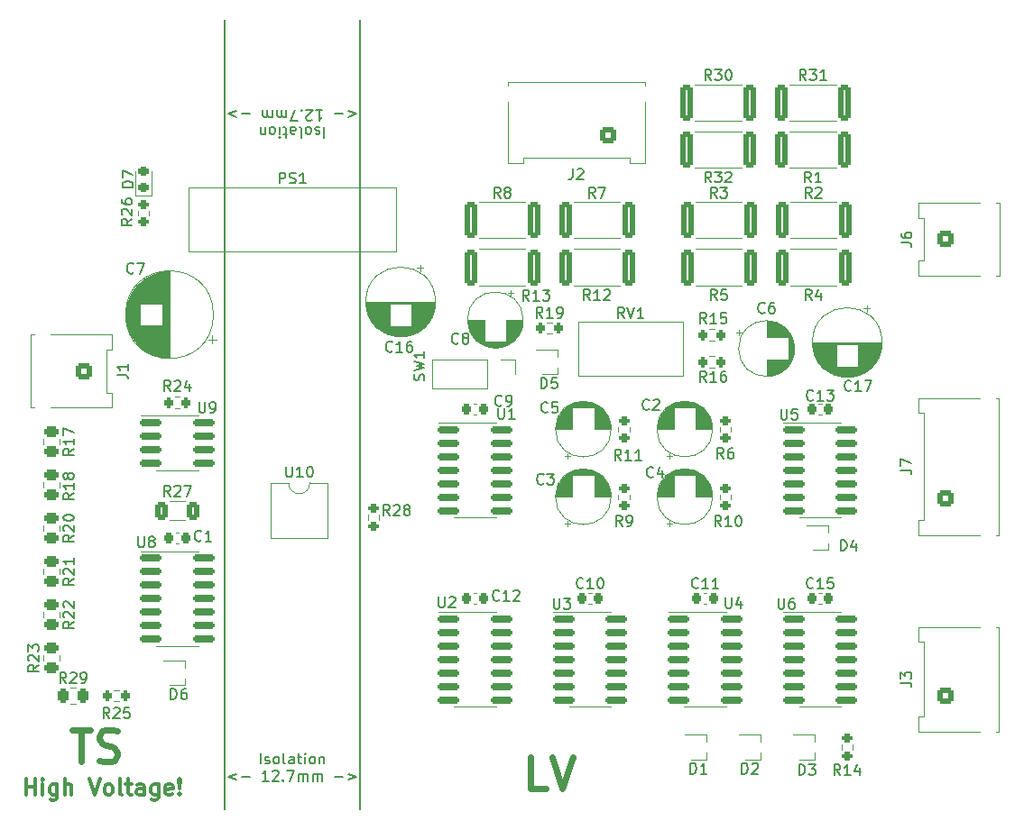
<source format=gto>
%TF.GenerationSoftware,KiCad,Pcbnew,(6.0.5)*%
%TF.CreationDate,2022-06-14T16:57:57+01:00*%
%TF.ProjectId,hv_sense,68765f73-656e-4736-952e-6b696361645f,rev?*%
%TF.SameCoordinates,Original*%
%TF.FileFunction,Legend,Top*%
%TF.FilePolarity,Positive*%
%FSLAX46Y46*%
G04 Gerber Fmt 4.6, Leading zero omitted, Abs format (unit mm)*
G04 Created by KiCad (PCBNEW (6.0.5)) date 2022-06-14 16:57:57*
%MOMM*%
%LPD*%
G01*
G04 APERTURE LIST*
G04 Aperture macros list*
%AMRoundRect*
0 Rectangle with rounded corners*
0 $1 Rounding radius*
0 $2 $3 $4 $5 $6 $7 $8 $9 X,Y pos of 4 corners*
0 Add a 4 corners polygon primitive as box body*
4,1,4,$2,$3,$4,$5,$6,$7,$8,$9,$2,$3,0*
0 Add four circle primitives for the rounded corners*
1,1,$1+$1,$2,$3*
1,1,$1+$1,$4,$5*
1,1,$1+$1,$6,$7*
1,1,$1+$1,$8,$9*
0 Add four rect primitives between the rounded corners*
20,1,$1+$1,$2,$3,$4,$5,0*
20,1,$1+$1,$4,$5,$6,$7,0*
20,1,$1+$1,$6,$7,$8,$9,0*
20,1,$1+$1,$8,$9,$2,$3,0*%
G04 Aperture macros list end*
%ADD10C,0.150000*%
%ADD11C,0.200000*%
%ADD12C,0.600000*%
%ADD13C,0.300000*%
%ADD14C,0.120000*%
%ADD15C,1.700000*%
%ADD16RoundRect,0.250000X0.362500X1.425000X-0.362500X1.425000X-0.362500X-1.425000X0.362500X-1.425000X0*%
%ADD17RoundRect,0.225000X0.225000X0.250000X-0.225000X0.250000X-0.225000X-0.250000X0.225000X-0.250000X0*%
%ADD18RoundRect,0.150000X-0.825000X-0.150000X0.825000X-0.150000X0.825000X0.150000X-0.825000X0.150000X0*%
%ADD19C,1.000000*%
%ADD20RoundRect,0.250001X0.499999X-0.499999X0.499999X0.499999X-0.499999X0.499999X-0.499999X-0.499999X0*%
%ADD21C,1.500000*%
%ADD22R,1.600000X1.600000*%
%ADD23C,1.600000*%
%ADD24RoundRect,0.200000X-0.275000X0.200000X-0.275000X-0.200000X0.275000X-0.200000X0.275000X0.200000X0*%
%ADD25R,0.700000X0.450000*%
%ADD26RoundRect,0.250000X-0.312500X-0.625000X0.312500X-0.625000X0.312500X0.625000X-0.312500X0.625000X0*%
%ADD27RoundRect,0.250000X0.450000X-0.262500X0.450000X0.262500X-0.450000X0.262500X-0.450000X-0.262500X0*%
%ADD28RoundRect,0.218750X0.256250X-0.218750X0.256250X0.218750X-0.256250X0.218750X-0.256250X-0.218750X0*%
%ADD29RoundRect,0.250000X-0.262500X-0.450000X0.262500X-0.450000X0.262500X0.450000X-0.262500X0.450000X0*%
%ADD30RoundRect,0.200000X-0.200000X-0.275000X0.200000X-0.275000X0.200000X0.275000X-0.200000X0.275000X0*%
%ADD31O,1.600000X1.600000*%
%ADD32R,1.700000X1.700000*%
%ADD33O,1.700000X1.700000*%
%ADD34RoundRect,0.250000X-0.450000X0.262500X-0.450000X-0.262500X0.450000X-0.262500X0.450000X0.262500X0*%
%ADD35RoundRect,0.250001X0.499999X0.499999X-0.499999X0.499999X-0.499999X-0.499999X0.499999X-0.499999X0*%
%ADD36C,3.200000*%
%ADD37RoundRect,0.200000X0.200000X0.275000X-0.200000X0.275000X-0.200000X-0.275000X0.200000X-0.275000X0*%
%ADD38RoundRect,0.250001X-0.499999X0.499999X-0.499999X-0.499999X0.499999X-0.499999X0.499999X0.499999X0*%
%ADD39RoundRect,0.200000X0.275000X-0.200000X0.275000X0.200000X-0.275000X0.200000X-0.275000X-0.200000X0*%
%ADD40C,1.440000*%
G04 APERTURE END LIST*
D10*
X139700000Y-93472000D02*
X139700000Y-19304000D01*
X127000000Y-19304000D02*
X127000000Y-93472000D01*
D11*
X130350000Y-89182380D02*
X130350000Y-88182380D01*
X130778571Y-89134761D02*
X130873809Y-89182380D01*
X131064285Y-89182380D01*
X131159523Y-89134761D01*
X131207142Y-89039523D01*
X131207142Y-88991904D01*
X131159523Y-88896666D01*
X131064285Y-88849047D01*
X130921428Y-88849047D01*
X130826190Y-88801428D01*
X130778571Y-88706190D01*
X130778571Y-88658571D01*
X130826190Y-88563333D01*
X130921428Y-88515714D01*
X131064285Y-88515714D01*
X131159523Y-88563333D01*
X131778571Y-89182380D02*
X131683333Y-89134761D01*
X131635714Y-89087142D01*
X131588095Y-88991904D01*
X131588095Y-88706190D01*
X131635714Y-88610952D01*
X131683333Y-88563333D01*
X131778571Y-88515714D01*
X131921428Y-88515714D01*
X132016666Y-88563333D01*
X132064285Y-88610952D01*
X132111904Y-88706190D01*
X132111904Y-88991904D01*
X132064285Y-89087142D01*
X132016666Y-89134761D01*
X131921428Y-89182380D01*
X131778571Y-89182380D01*
X132683333Y-89182380D02*
X132588095Y-89134761D01*
X132540476Y-89039523D01*
X132540476Y-88182380D01*
X133492857Y-89182380D02*
X133492857Y-88658571D01*
X133445238Y-88563333D01*
X133350000Y-88515714D01*
X133159523Y-88515714D01*
X133064285Y-88563333D01*
X133492857Y-89134761D02*
X133397619Y-89182380D01*
X133159523Y-89182380D01*
X133064285Y-89134761D01*
X133016666Y-89039523D01*
X133016666Y-88944285D01*
X133064285Y-88849047D01*
X133159523Y-88801428D01*
X133397619Y-88801428D01*
X133492857Y-88753809D01*
X133826190Y-88515714D02*
X134207142Y-88515714D01*
X133969047Y-88182380D02*
X133969047Y-89039523D01*
X134016666Y-89134761D01*
X134111904Y-89182380D01*
X134207142Y-89182380D01*
X134540476Y-89182380D02*
X134540476Y-88515714D01*
X134540476Y-88182380D02*
X134492857Y-88230000D01*
X134540476Y-88277619D01*
X134588095Y-88230000D01*
X134540476Y-88182380D01*
X134540476Y-88277619D01*
X135159523Y-89182380D02*
X135064285Y-89134761D01*
X135016666Y-89087142D01*
X134969047Y-88991904D01*
X134969047Y-88706190D01*
X135016666Y-88610952D01*
X135064285Y-88563333D01*
X135159523Y-88515714D01*
X135302380Y-88515714D01*
X135397619Y-88563333D01*
X135445238Y-88610952D01*
X135492857Y-88706190D01*
X135492857Y-88991904D01*
X135445238Y-89087142D01*
X135397619Y-89134761D01*
X135302380Y-89182380D01*
X135159523Y-89182380D01*
X135921428Y-88515714D02*
X135921428Y-89182380D01*
X135921428Y-88610952D02*
X135969047Y-88563333D01*
X136064285Y-88515714D01*
X136207142Y-88515714D01*
X136302380Y-88563333D01*
X136350000Y-88658571D01*
X136350000Y-89182380D01*
X128111904Y-90125714D02*
X127350000Y-90411428D01*
X128111904Y-90697142D01*
X128588095Y-90411428D02*
X129350000Y-90411428D01*
X131111904Y-90792380D02*
X130540476Y-90792380D01*
X130826190Y-90792380D02*
X130826190Y-89792380D01*
X130730952Y-89935238D01*
X130635714Y-90030476D01*
X130540476Y-90078095D01*
X131492857Y-89887619D02*
X131540476Y-89840000D01*
X131635714Y-89792380D01*
X131873809Y-89792380D01*
X131969047Y-89840000D01*
X132016666Y-89887619D01*
X132064285Y-89982857D01*
X132064285Y-90078095D01*
X132016666Y-90220952D01*
X131445238Y-90792380D01*
X132064285Y-90792380D01*
X132492857Y-90697142D02*
X132540476Y-90744761D01*
X132492857Y-90792380D01*
X132445238Y-90744761D01*
X132492857Y-90697142D01*
X132492857Y-90792380D01*
X132873809Y-89792380D02*
X133540476Y-89792380D01*
X133111904Y-90792380D01*
X133921428Y-90792380D02*
X133921428Y-90125714D01*
X133921428Y-90220952D02*
X133969047Y-90173333D01*
X134064285Y-90125714D01*
X134207142Y-90125714D01*
X134302380Y-90173333D01*
X134350000Y-90268571D01*
X134350000Y-90792380D01*
X134350000Y-90268571D02*
X134397619Y-90173333D01*
X134492857Y-90125714D01*
X134635714Y-90125714D01*
X134730952Y-90173333D01*
X134778571Y-90268571D01*
X134778571Y-90792380D01*
X135254761Y-90792380D02*
X135254761Y-90125714D01*
X135254761Y-90220952D02*
X135302380Y-90173333D01*
X135397619Y-90125714D01*
X135540476Y-90125714D01*
X135635714Y-90173333D01*
X135683333Y-90268571D01*
X135683333Y-90792380D01*
X135683333Y-90268571D02*
X135730952Y-90173333D01*
X135826190Y-90125714D01*
X135969047Y-90125714D01*
X136064285Y-90173333D01*
X136111904Y-90268571D01*
X136111904Y-90792380D01*
X137350000Y-90411428D02*
X138111904Y-90411428D01*
X138588095Y-90125714D02*
X139350000Y-90411428D01*
X138588095Y-90697142D01*
X136350000Y-29352619D02*
X136350000Y-30352619D01*
X135921428Y-29400238D02*
X135826190Y-29352619D01*
X135635714Y-29352619D01*
X135540476Y-29400238D01*
X135492857Y-29495476D01*
X135492857Y-29543095D01*
X135540476Y-29638333D01*
X135635714Y-29685952D01*
X135778571Y-29685952D01*
X135873809Y-29733571D01*
X135921428Y-29828809D01*
X135921428Y-29876428D01*
X135873809Y-29971666D01*
X135778571Y-30019285D01*
X135635714Y-30019285D01*
X135540476Y-29971666D01*
X134921428Y-29352619D02*
X135016666Y-29400238D01*
X135064285Y-29447857D01*
X135111904Y-29543095D01*
X135111904Y-29828809D01*
X135064285Y-29924047D01*
X135016666Y-29971666D01*
X134921428Y-30019285D01*
X134778571Y-30019285D01*
X134683333Y-29971666D01*
X134635714Y-29924047D01*
X134588095Y-29828809D01*
X134588095Y-29543095D01*
X134635714Y-29447857D01*
X134683333Y-29400238D01*
X134778571Y-29352619D01*
X134921428Y-29352619D01*
X134016666Y-29352619D02*
X134111904Y-29400238D01*
X134159523Y-29495476D01*
X134159523Y-30352619D01*
X133207142Y-29352619D02*
X133207142Y-29876428D01*
X133254761Y-29971666D01*
X133350000Y-30019285D01*
X133540476Y-30019285D01*
X133635714Y-29971666D01*
X133207142Y-29400238D02*
X133302380Y-29352619D01*
X133540476Y-29352619D01*
X133635714Y-29400238D01*
X133683333Y-29495476D01*
X133683333Y-29590714D01*
X133635714Y-29685952D01*
X133540476Y-29733571D01*
X133302380Y-29733571D01*
X133207142Y-29781190D01*
X132873809Y-30019285D02*
X132492857Y-30019285D01*
X132730952Y-30352619D02*
X132730952Y-29495476D01*
X132683333Y-29400238D01*
X132588095Y-29352619D01*
X132492857Y-29352619D01*
X132159523Y-29352619D02*
X132159523Y-30019285D01*
X132159523Y-30352619D02*
X132207142Y-30305000D01*
X132159523Y-30257380D01*
X132111904Y-30305000D01*
X132159523Y-30352619D01*
X132159523Y-30257380D01*
X131540476Y-29352619D02*
X131635714Y-29400238D01*
X131683333Y-29447857D01*
X131730952Y-29543095D01*
X131730952Y-29828809D01*
X131683333Y-29924047D01*
X131635714Y-29971666D01*
X131540476Y-30019285D01*
X131397619Y-30019285D01*
X131302380Y-29971666D01*
X131254761Y-29924047D01*
X131207142Y-29828809D01*
X131207142Y-29543095D01*
X131254761Y-29447857D01*
X131302380Y-29400238D01*
X131397619Y-29352619D01*
X131540476Y-29352619D01*
X130778571Y-30019285D02*
X130778571Y-29352619D01*
X130778571Y-29924047D02*
X130730952Y-29971666D01*
X130635714Y-30019285D01*
X130492857Y-30019285D01*
X130397619Y-29971666D01*
X130350000Y-29876428D01*
X130350000Y-29352619D01*
X138588095Y-28409285D02*
X139350000Y-28123571D01*
X138588095Y-27837857D01*
X138111904Y-28123571D02*
X137350000Y-28123571D01*
X135588095Y-27742619D02*
X136159523Y-27742619D01*
X135873809Y-27742619D02*
X135873809Y-28742619D01*
X135969047Y-28599761D01*
X136064285Y-28504523D01*
X136159523Y-28456904D01*
X135207142Y-28647380D02*
X135159523Y-28695000D01*
X135064285Y-28742619D01*
X134826190Y-28742619D01*
X134730952Y-28695000D01*
X134683333Y-28647380D01*
X134635714Y-28552142D01*
X134635714Y-28456904D01*
X134683333Y-28314047D01*
X135254761Y-27742619D01*
X134635714Y-27742619D01*
X134207142Y-27837857D02*
X134159523Y-27790238D01*
X134207142Y-27742619D01*
X134254761Y-27790238D01*
X134207142Y-27837857D01*
X134207142Y-27742619D01*
X133826190Y-28742619D02*
X133159523Y-28742619D01*
X133588095Y-27742619D01*
X132778571Y-27742619D02*
X132778571Y-28409285D01*
X132778571Y-28314047D02*
X132730952Y-28361666D01*
X132635714Y-28409285D01*
X132492857Y-28409285D01*
X132397619Y-28361666D01*
X132350000Y-28266428D01*
X132350000Y-27742619D01*
X132350000Y-28266428D02*
X132302380Y-28361666D01*
X132207142Y-28409285D01*
X132064285Y-28409285D01*
X131969047Y-28361666D01*
X131921428Y-28266428D01*
X131921428Y-27742619D01*
X131445238Y-27742619D02*
X131445238Y-28409285D01*
X131445238Y-28314047D02*
X131397619Y-28361666D01*
X131302380Y-28409285D01*
X131159523Y-28409285D01*
X131064285Y-28361666D01*
X131016666Y-28266428D01*
X131016666Y-27742619D01*
X131016666Y-28266428D02*
X130969047Y-28361666D01*
X130873809Y-28409285D01*
X130730952Y-28409285D01*
X130635714Y-28361666D01*
X130588095Y-28266428D01*
X130588095Y-27742619D01*
X129350000Y-28123571D02*
X128588095Y-28123571D01*
X128111904Y-28409285D02*
X127350000Y-28123571D01*
X128111904Y-27837857D01*
D12*
X112649285Y-85987142D02*
X114363571Y-85987142D01*
X113506428Y-88987142D02*
X113506428Y-85987142D01*
X115220714Y-88844285D02*
X115649285Y-88987142D01*
X116363571Y-88987142D01*
X116649285Y-88844285D01*
X116792142Y-88701428D01*
X116935000Y-88415714D01*
X116935000Y-88130000D01*
X116792142Y-87844285D01*
X116649285Y-87701428D01*
X116363571Y-87558571D01*
X115792142Y-87415714D01*
X115506428Y-87272857D01*
X115363571Y-87130000D01*
X115220714Y-86844285D01*
X115220714Y-86558571D01*
X115363571Y-86272857D01*
X115506428Y-86130000D01*
X115792142Y-85987142D01*
X116506428Y-85987142D01*
X116935000Y-86130000D01*
X157122857Y-91527142D02*
X155694285Y-91527142D01*
X155694285Y-88527142D01*
X157694285Y-88527142D02*
X158694285Y-91527142D01*
X159694285Y-88527142D01*
D13*
X108355714Y-92118571D02*
X108355714Y-90618571D01*
X108355714Y-91332857D02*
X109212857Y-91332857D01*
X109212857Y-92118571D02*
X109212857Y-90618571D01*
X109927142Y-92118571D02*
X109927142Y-91118571D01*
X109927142Y-90618571D02*
X109855714Y-90690000D01*
X109927142Y-90761428D01*
X109998571Y-90690000D01*
X109927142Y-90618571D01*
X109927142Y-90761428D01*
X111284285Y-91118571D02*
X111284285Y-92332857D01*
X111212857Y-92475714D01*
X111141428Y-92547142D01*
X110998571Y-92618571D01*
X110784285Y-92618571D01*
X110641428Y-92547142D01*
X111284285Y-92047142D02*
X111141428Y-92118571D01*
X110855714Y-92118571D01*
X110712857Y-92047142D01*
X110641428Y-91975714D01*
X110570000Y-91832857D01*
X110570000Y-91404285D01*
X110641428Y-91261428D01*
X110712857Y-91190000D01*
X110855714Y-91118571D01*
X111141428Y-91118571D01*
X111284285Y-91190000D01*
X111998571Y-92118571D02*
X111998571Y-90618571D01*
X112641428Y-92118571D02*
X112641428Y-91332857D01*
X112570000Y-91190000D01*
X112427142Y-91118571D01*
X112212857Y-91118571D01*
X112070000Y-91190000D01*
X111998571Y-91261428D01*
X114284285Y-90618571D02*
X114784285Y-92118571D01*
X115284285Y-90618571D01*
X115998571Y-92118571D02*
X115855714Y-92047142D01*
X115784285Y-91975714D01*
X115712857Y-91832857D01*
X115712857Y-91404285D01*
X115784285Y-91261428D01*
X115855714Y-91190000D01*
X115998571Y-91118571D01*
X116212857Y-91118571D01*
X116355714Y-91190000D01*
X116427142Y-91261428D01*
X116498571Y-91404285D01*
X116498571Y-91832857D01*
X116427142Y-91975714D01*
X116355714Y-92047142D01*
X116212857Y-92118571D01*
X115998571Y-92118571D01*
X117355714Y-92118571D02*
X117212857Y-92047142D01*
X117141428Y-91904285D01*
X117141428Y-90618571D01*
X117712857Y-91118571D02*
X118284285Y-91118571D01*
X117927142Y-90618571D02*
X117927142Y-91904285D01*
X117998571Y-92047142D01*
X118141428Y-92118571D01*
X118284285Y-92118571D01*
X119427142Y-92118571D02*
X119427142Y-91332857D01*
X119355714Y-91190000D01*
X119212857Y-91118571D01*
X118927142Y-91118571D01*
X118784285Y-91190000D01*
X119427142Y-92047142D02*
X119284285Y-92118571D01*
X118927142Y-92118571D01*
X118784285Y-92047142D01*
X118712857Y-91904285D01*
X118712857Y-91761428D01*
X118784285Y-91618571D01*
X118927142Y-91547142D01*
X119284285Y-91547142D01*
X119427142Y-91475714D01*
X120784285Y-91118571D02*
X120784285Y-92332857D01*
X120712857Y-92475714D01*
X120641428Y-92547142D01*
X120498571Y-92618571D01*
X120284285Y-92618571D01*
X120141428Y-92547142D01*
X120784285Y-92047142D02*
X120641428Y-92118571D01*
X120355714Y-92118571D01*
X120212857Y-92047142D01*
X120141428Y-91975714D01*
X120070000Y-91832857D01*
X120070000Y-91404285D01*
X120141428Y-91261428D01*
X120212857Y-91190000D01*
X120355714Y-91118571D01*
X120641428Y-91118571D01*
X120784285Y-91190000D01*
X122070000Y-92047142D02*
X121927142Y-92118571D01*
X121641428Y-92118571D01*
X121498571Y-92047142D01*
X121427142Y-91904285D01*
X121427142Y-91332857D01*
X121498571Y-91190000D01*
X121641428Y-91118571D01*
X121927142Y-91118571D01*
X122070000Y-91190000D01*
X122141428Y-91332857D01*
X122141428Y-91475714D01*
X121427142Y-91618571D01*
X122784285Y-91975714D02*
X122855714Y-92047142D01*
X122784285Y-92118571D01*
X122712857Y-92047142D01*
X122784285Y-91975714D01*
X122784285Y-92118571D01*
X122784285Y-91547142D02*
X122712857Y-90690000D01*
X122784285Y-90618571D01*
X122855714Y-90690000D01*
X122784285Y-91547142D01*
X122784285Y-90618571D01*
D10*
%TO.C,PS1*%
X132135714Y-34652380D02*
X132135714Y-33652380D01*
X132516666Y-33652380D01*
X132611904Y-33700000D01*
X132659523Y-33747619D01*
X132707142Y-33842857D01*
X132707142Y-33985714D01*
X132659523Y-34080952D01*
X132611904Y-34128571D01*
X132516666Y-34176190D01*
X132135714Y-34176190D01*
X133088095Y-34604761D02*
X133230952Y-34652380D01*
X133469047Y-34652380D01*
X133564285Y-34604761D01*
X133611904Y-34557142D01*
X133659523Y-34461904D01*
X133659523Y-34366666D01*
X133611904Y-34271428D01*
X133564285Y-34223809D01*
X133469047Y-34176190D01*
X133278571Y-34128571D01*
X133183333Y-34080952D01*
X133135714Y-34033333D01*
X133088095Y-33938095D01*
X133088095Y-33842857D01*
X133135714Y-33747619D01*
X133183333Y-33700000D01*
X133278571Y-33652380D01*
X133516666Y-33652380D01*
X133659523Y-33700000D01*
X134611904Y-34652380D02*
X134040476Y-34652380D01*
X134326190Y-34652380D02*
X134326190Y-33652380D01*
X134230952Y-33795238D01*
X134135714Y-33890476D01*
X134040476Y-33938095D01*
%TO.C,R7*%
X161758333Y-36012380D02*
X161425000Y-35536190D01*
X161186904Y-36012380D02*
X161186904Y-35012380D01*
X161567857Y-35012380D01*
X161663095Y-35060000D01*
X161710714Y-35107619D01*
X161758333Y-35202857D01*
X161758333Y-35345714D01*
X161710714Y-35440952D01*
X161663095Y-35488571D01*
X161567857Y-35536190D01*
X161186904Y-35536190D01*
X162091666Y-35012380D02*
X162758333Y-35012380D01*
X162329761Y-36012380D01*
%TO.C,C10*%
X160647142Y-72620142D02*
X160599523Y-72667761D01*
X160456666Y-72715380D01*
X160361428Y-72715380D01*
X160218571Y-72667761D01*
X160123333Y-72572523D01*
X160075714Y-72477285D01*
X160028095Y-72286809D01*
X160028095Y-72143952D01*
X160075714Y-71953476D01*
X160123333Y-71858238D01*
X160218571Y-71763000D01*
X160361428Y-71715380D01*
X160456666Y-71715380D01*
X160599523Y-71763000D01*
X160647142Y-71810619D01*
X161599523Y-72715380D02*
X161028095Y-72715380D01*
X161313809Y-72715380D02*
X161313809Y-71715380D01*
X161218571Y-71858238D01*
X161123333Y-71953476D01*
X161028095Y-72001095D01*
X162218571Y-71715380D02*
X162313809Y-71715380D01*
X162409047Y-71763000D01*
X162456666Y-71810619D01*
X162504285Y-71905857D01*
X162551904Y-72096333D01*
X162551904Y-72334428D01*
X162504285Y-72524904D01*
X162456666Y-72620142D01*
X162409047Y-72667761D01*
X162313809Y-72715380D01*
X162218571Y-72715380D01*
X162123333Y-72667761D01*
X162075714Y-72620142D01*
X162028095Y-72524904D01*
X161980476Y-72334428D01*
X161980476Y-72096333D01*
X162028095Y-71905857D01*
X162075714Y-71810619D01*
X162123333Y-71763000D01*
X162218571Y-71715380D01*
%TO.C,U4*%
X173990095Y-73547380D02*
X173990095Y-74356904D01*
X174037714Y-74452142D01*
X174085333Y-74499761D01*
X174180571Y-74547380D01*
X174371047Y-74547380D01*
X174466285Y-74499761D01*
X174513904Y-74452142D01*
X174561523Y-74356904D01*
X174561523Y-73547380D01*
X175466285Y-73880714D02*
X175466285Y-74547380D01*
X175228190Y-73499761D02*
X174990095Y-74214047D01*
X175609142Y-74214047D01*
%TO.C,J6*%
X190467380Y-40233333D02*
X191181666Y-40233333D01*
X191324523Y-40280952D01*
X191419761Y-40376190D01*
X191467380Y-40519047D01*
X191467380Y-40614285D01*
X190467380Y-39328571D02*
X190467380Y-39519047D01*
X190515000Y-39614285D01*
X190562619Y-39661904D01*
X190705476Y-39757142D01*
X190895952Y-39804761D01*
X191276904Y-39804761D01*
X191372142Y-39757142D01*
X191419761Y-39709523D01*
X191467380Y-39614285D01*
X191467380Y-39423809D01*
X191419761Y-39328571D01*
X191372142Y-39280952D01*
X191276904Y-39233333D01*
X191038809Y-39233333D01*
X190943571Y-39280952D01*
X190895952Y-39328571D01*
X190848333Y-39423809D01*
X190848333Y-39614285D01*
X190895952Y-39709523D01*
X190943571Y-39757142D01*
X191038809Y-39804761D01*
%TO.C,C4*%
X167219333Y-62206142D02*
X167171714Y-62253761D01*
X167028857Y-62301380D01*
X166933619Y-62301380D01*
X166790761Y-62253761D01*
X166695523Y-62158523D01*
X166647904Y-62063285D01*
X166600285Y-61872809D01*
X166600285Y-61729952D01*
X166647904Y-61539476D01*
X166695523Y-61444238D01*
X166790761Y-61349000D01*
X166933619Y-61301380D01*
X167028857Y-61301380D01*
X167171714Y-61349000D01*
X167219333Y-61396619D01*
X168076476Y-61634714D02*
X168076476Y-62301380D01*
X167838380Y-61253761D02*
X167600285Y-61968047D01*
X168219333Y-61968047D01*
%TO.C,R10*%
X173601142Y-66873380D02*
X173267809Y-66397190D01*
X173029714Y-66873380D02*
X173029714Y-65873380D01*
X173410666Y-65873380D01*
X173505904Y-65921000D01*
X173553523Y-65968619D01*
X173601142Y-66063857D01*
X173601142Y-66206714D01*
X173553523Y-66301952D01*
X173505904Y-66349571D01*
X173410666Y-66397190D01*
X173029714Y-66397190D01*
X174553523Y-66873380D02*
X173982095Y-66873380D01*
X174267809Y-66873380D02*
X174267809Y-65873380D01*
X174172571Y-66016238D01*
X174077333Y-66111476D01*
X173982095Y-66159095D01*
X175172571Y-65873380D02*
X175267809Y-65873380D01*
X175363047Y-65921000D01*
X175410666Y-65968619D01*
X175458285Y-66063857D01*
X175505904Y-66254333D01*
X175505904Y-66492428D01*
X175458285Y-66682904D01*
X175410666Y-66778142D01*
X175363047Y-66825761D01*
X175267809Y-66873380D01*
X175172571Y-66873380D01*
X175077333Y-66825761D01*
X175029714Y-66778142D01*
X174982095Y-66682904D01*
X174934476Y-66492428D01*
X174934476Y-66254333D01*
X174982095Y-66063857D01*
X175029714Y-65968619D01*
X175077333Y-65921000D01*
X175172571Y-65873380D01*
%TO.C,C8*%
X148931333Y-49633142D02*
X148883714Y-49680761D01*
X148740857Y-49728380D01*
X148645619Y-49728380D01*
X148502761Y-49680761D01*
X148407523Y-49585523D01*
X148359904Y-49490285D01*
X148312285Y-49299809D01*
X148312285Y-49156952D01*
X148359904Y-48966476D01*
X148407523Y-48871238D01*
X148502761Y-48776000D01*
X148645619Y-48728380D01*
X148740857Y-48728380D01*
X148883714Y-48776000D01*
X148931333Y-48823619D01*
X149502761Y-49156952D02*
X149407523Y-49109333D01*
X149359904Y-49061714D01*
X149312285Y-48966476D01*
X149312285Y-48918857D01*
X149359904Y-48823619D01*
X149407523Y-48776000D01*
X149502761Y-48728380D01*
X149693238Y-48728380D01*
X149788476Y-48776000D01*
X149836095Y-48823619D01*
X149883714Y-48918857D01*
X149883714Y-48966476D01*
X149836095Y-49061714D01*
X149788476Y-49109333D01*
X149693238Y-49156952D01*
X149502761Y-49156952D01*
X149407523Y-49204571D01*
X149359904Y-49252190D01*
X149312285Y-49347428D01*
X149312285Y-49537904D01*
X149359904Y-49633142D01*
X149407523Y-49680761D01*
X149502761Y-49728380D01*
X149693238Y-49728380D01*
X149788476Y-49680761D01*
X149836095Y-49633142D01*
X149883714Y-49537904D01*
X149883714Y-49347428D01*
X149836095Y-49252190D01*
X149788476Y-49204571D01*
X149693238Y-49156952D01*
%TO.C,D6*%
X121943904Y-83129380D02*
X121943904Y-82129380D01*
X122182000Y-82129380D01*
X122324857Y-82177000D01*
X122420095Y-82272238D01*
X122467714Y-82367476D01*
X122515333Y-82557952D01*
X122515333Y-82700809D01*
X122467714Y-82891285D01*
X122420095Y-82986523D01*
X122324857Y-83081761D01*
X122182000Y-83129380D01*
X121943904Y-83129380D01*
X123372476Y-82129380D02*
X123182000Y-82129380D01*
X123086761Y-82177000D01*
X123039142Y-82224619D01*
X122943904Y-82367476D01*
X122896285Y-82557952D01*
X122896285Y-82938904D01*
X122943904Y-83034142D01*
X122991523Y-83081761D01*
X123086761Y-83129380D01*
X123277238Y-83129380D01*
X123372476Y-83081761D01*
X123420095Y-83034142D01*
X123467714Y-82938904D01*
X123467714Y-82700809D01*
X123420095Y-82605571D01*
X123372476Y-82557952D01*
X123277238Y-82510333D01*
X123086761Y-82510333D01*
X122991523Y-82557952D01*
X122943904Y-82605571D01*
X122896285Y-82700809D01*
%TO.C,R27*%
X121912142Y-64037380D02*
X121578809Y-63561190D01*
X121340714Y-64037380D02*
X121340714Y-63037380D01*
X121721666Y-63037380D01*
X121816904Y-63085000D01*
X121864523Y-63132619D01*
X121912142Y-63227857D01*
X121912142Y-63370714D01*
X121864523Y-63465952D01*
X121816904Y-63513571D01*
X121721666Y-63561190D01*
X121340714Y-63561190D01*
X122293095Y-63132619D02*
X122340714Y-63085000D01*
X122435952Y-63037380D01*
X122674047Y-63037380D01*
X122769285Y-63085000D01*
X122816904Y-63132619D01*
X122864523Y-63227857D01*
X122864523Y-63323095D01*
X122816904Y-63465952D01*
X122245476Y-64037380D01*
X122864523Y-64037380D01*
X123197857Y-63037380D02*
X123864523Y-63037380D01*
X123435952Y-64037380D01*
%TO.C,R23*%
X109546380Y-79890857D02*
X109070190Y-80224190D01*
X109546380Y-80462285D02*
X108546380Y-80462285D01*
X108546380Y-80081333D01*
X108594000Y-79986095D01*
X108641619Y-79938476D01*
X108736857Y-79890857D01*
X108879714Y-79890857D01*
X108974952Y-79938476D01*
X109022571Y-79986095D01*
X109070190Y-80081333D01*
X109070190Y-80462285D01*
X108641619Y-79509904D02*
X108594000Y-79462285D01*
X108546380Y-79367047D01*
X108546380Y-79128952D01*
X108594000Y-79033714D01*
X108641619Y-78986095D01*
X108736857Y-78938476D01*
X108832095Y-78938476D01*
X108974952Y-78986095D01*
X109546380Y-79557523D01*
X109546380Y-78938476D01*
X108546380Y-78605142D02*
X108546380Y-77986095D01*
X108927333Y-78319428D01*
X108927333Y-78176571D01*
X108974952Y-78081333D01*
X109022571Y-78033714D01*
X109117809Y-77986095D01*
X109355904Y-77986095D01*
X109451142Y-78033714D01*
X109498761Y-78081333D01*
X109546380Y-78176571D01*
X109546380Y-78462285D01*
X109498761Y-78557523D01*
X109451142Y-78605142D01*
%TO.C,D7*%
X118402380Y-35028095D02*
X117402380Y-35028095D01*
X117402380Y-34790000D01*
X117450000Y-34647142D01*
X117545238Y-34551904D01*
X117640476Y-34504285D01*
X117830952Y-34456666D01*
X117973809Y-34456666D01*
X118164285Y-34504285D01*
X118259523Y-34551904D01*
X118354761Y-34647142D01*
X118402380Y-34790000D01*
X118402380Y-35028095D01*
X117402380Y-34123333D02*
X117402380Y-33456666D01*
X118402380Y-33885238D01*
%TO.C,R14*%
X184777142Y-90241380D02*
X184443809Y-89765190D01*
X184205714Y-90241380D02*
X184205714Y-89241380D01*
X184586666Y-89241380D01*
X184681904Y-89289000D01*
X184729523Y-89336619D01*
X184777142Y-89431857D01*
X184777142Y-89574714D01*
X184729523Y-89669952D01*
X184681904Y-89717571D01*
X184586666Y-89765190D01*
X184205714Y-89765190D01*
X185729523Y-90241380D02*
X185158095Y-90241380D01*
X185443809Y-90241380D02*
X185443809Y-89241380D01*
X185348571Y-89384238D01*
X185253333Y-89479476D01*
X185158095Y-89527095D01*
X186586666Y-89574714D02*
X186586666Y-90241380D01*
X186348571Y-89193761D02*
X186110476Y-89908047D01*
X186729523Y-89908047D01*
%TO.C,R29*%
X112133142Y-81606380D02*
X111799809Y-81130190D01*
X111561714Y-81606380D02*
X111561714Y-80606380D01*
X111942666Y-80606380D01*
X112037904Y-80654000D01*
X112085523Y-80701619D01*
X112133142Y-80796857D01*
X112133142Y-80939714D01*
X112085523Y-81034952D01*
X112037904Y-81082571D01*
X111942666Y-81130190D01*
X111561714Y-81130190D01*
X112514095Y-80701619D02*
X112561714Y-80654000D01*
X112656952Y-80606380D01*
X112895047Y-80606380D01*
X112990285Y-80654000D01*
X113037904Y-80701619D01*
X113085523Y-80796857D01*
X113085523Y-80892095D01*
X113037904Y-81034952D01*
X112466476Y-81606380D01*
X113085523Y-81606380D01*
X113561714Y-81606380D02*
X113752190Y-81606380D01*
X113847428Y-81558761D01*
X113895047Y-81511142D01*
X113990285Y-81368285D01*
X114037904Y-81177809D01*
X114037904Y-80796857D01*
X113990285Y-80701619D01*
X113942666Y-80654000D01*
X113847428Y-80606380D01*
X113656952Y-80606380D01*
X113561714Y-80654000D01*
X113514095Y-80701619D01*
X113466476Y-80796857D01*
X113466476Y-81034952D01*
X113514095Y-81130190D01*
X113561714Y-81177809D01*
X113656952Y-81225428D01*
X113847428Y-81225428D01*
X113942666Y-81177809D01*
X113990285Y-81130190D01*
X114037904Y-81034952D01*
%TO.C,C6*%
X177678221Y-46772142D02*
X177630602Y-46819761D01*
X177487745Y-46867380D01*
X177392507Y-46867380D01*
X177249649Y-46819761D01*
X177154411Y-46724523D01*
X177106792Y-46629285D01*
X177059173Y-46438809D01*
X177059173Y-46295952D01*
X177106792Y-46105476D01*
X177154411Y-46010238D01*
X177249649Y-45915000D01*
X177392507Y-45867380D01*
X177487745Y-45867380D01*
X177630602Y-45915000D01*
X177678221Y-45962619D01*
X178535364Y-45867380D02*
X178344888Y-45867380D01*
X178249649Y-45915000D01*
X178202030Y-45962619D01*
X178106792Y-46105476D01*
X178059173Y-46295952D01*
X178059173Y-46676904D01*
X178106792Y-46772142D01*
X178154411Y-46819761D01*
X178249649Y-46867380D01*
X178440126Y-46867380D01*
X178535364Y-46819761D01*
X178582983Y-46772142D01*
X178630602Y-46676904D01*
X178630602Y-46438809D01*
X178582983Y-46343571D01*
X178535364Y-46295952D01*
X178440126Y-46248333D01*
X178249649Y-46248333D01*
X178154411Y-46295952D01*
X178106792Y-46343571D01*
X178059173Y-46438809D01*
%TO.C,U6*%
X178943095Y-73620380D02*
X178943095Y-74429904D01*
X178990714Y-74525142D01*
X179038333Y-74572761D01*
X179133571Y-74620380D01*
X179324047Y-74620380D01*
X179419285Y-74572761D01*
X179466904Y-74525142D01*
X179514523Y-74429904D01*
X179514523Y-73620380D01*
X180419285Y-73620380D02*
X180228809Y-73620380D01*
X180133571Y-73668000D01*
X180085952Y-73715619D01*
X179990714Y-73858476D01*
X179943095Y-74048952D01*
X179943095Y-74429904D01*
X179990714Y-74525142D01*
X180038333Y-74572761D01*
X180133571Y-74620380D01*
X180324047Y-74620380D01*
X180419285Y-74572761D01*
X180466904Y-74525142D01*
X180514523Y-74429904D01*
X180514523Y-74191809D01*
X180466904Y-74096571D01*
X180419285Y-74048952D01*
X180324047Y-74001333D01*
X180133571Y-74001333D01*
X180038333Y-74048952D01*
X179990714Y-74096571D01*
X179943095Y-74191809D01*
%TO.C,D2*%
X175537904Y-90114380D02*
X175537904Y-89114380D01*
X175776000Y-89114380D01*
X175918857Y-89162000D01*
X176014095Y-89257238D01*
X176061714Y-89352476D01*
X176109333Y-89542952D01*
X176109333Y-89685809D01*
X176061714Y-89876285D01*
X176014095Y-89971523D01*
X175918857Y-90066761D01*
X175776000Y-90114380D01*
X175537904Y-90114380D01*
X176490285Y-89209619D02*
X176537904Y-89162000D01*
X176633142Y-89114380D01*
X176871238Y-89114380D01*
X176966476Y-89162000D01*
X177014095Y-89209619D01*
X177061714Y-89304857D01*
X177061714Y-89400095D01*
X177014095Y-89542952D01*
X176442666Y-90114380D01*
X177061714Y-90114380D01*
%TO.C,R25*%
X116197142Y-84907380D02*
X115863809Y-84431190D01*
X115625714Y-84907380D02*
X115625714Y-83907380D01*
X116006666Y-83907380D01*
X116101904Y-83955000D01*
X116149523Y-84002619D01*
X116197142Y-84097857D01*
X116197142Y-84240714D01*
X116149523Y-84335952D01*
X116101904Y-84383571D01*
X116006666Y-84431190D01*
X115625714Y-84431190D01*
X116578095Y-84002619D02*
X116625714Y-83955000D01*
X116720952Y-83907380D01*
X116959047Y-83907380D01*
X117054285Y-83955000D01*
X117101904Y-84002619D01*
X117149523Y-84097857D01*
X117149523Y-84193095D01*
X117101904Y-84335952D01*
X116530476Y-84907380D01*
X117149523Y-84907380D01*
X118054285Y-83907380D02*
X117578095Y-83907380D01*
X117530476Y-84383571D01*
X117578095Y-84335952D01*
X117673333Y-84288333D01*
X117911428Y-84288333D01*
X118006666Y-84335952D01*
X118054285Y-84383571D01*
X118101904Y-84478809D01*
X118101904Y-84716904D01*
X118054285Y-84812142D01*
X118006666Y-84859761D01*
X117911428Y-84907380D01*
X117673333Y-84907380D01*
X117578095Y-84859761D01*
X117530476Y-84812142D01*
%TO.C,C3*%
X156932333Y-62841142D02*
X156884714Y-62888761D01*
X156741857Y-62936380D01*
X156646619Y-62936380D01*
X156503761Y-62888761D01*
X156408523Y-62793523D01*
X156360904Y-62698285D01*
X156313285Y-62507809D01*
X156313285Y-62364952D01*
X156360904Y-62174476D01*
X156408523Y-62079238D01*
X156503761Y-61984000D01*
X156646619Y-61936380D01*
X156741857Y-61936380D01*
X156884714Y-61984000D01*
X156932333Y-62031619D01*
X157265666Y-61936380D02*
X157884714Y-61936380D01*
X157551380Y-62317333D01*
X157694238Y-62317333D01*
X157789476Y-62364952D01*
X157837095Y-62412571D01*
X157884714Y-62507809D01*
X157884714Y-62745904D01*
X157837095Y-62841142D01*
X157789476Y-62888761D01*
X157694238Y-62936380D01*
X157408523Y-62936380D01*
X157313285Y-62888761D01*
X157265666Y-62841142D01*
%TO.C,R26*%
X118308380Y-37980857D02*
X117832190Y-38314190D01*
X118308380Y-38552285D02*
X117308380Y-38552285D01*
X117308380Y-38171333D01*
X117356000Y-38076095D01*
X117403619Y-38028476D01*
X117498857Y-37980857D01*
X117641714Y-37980857D01*
X117736952Y-38028476D01*
X117784571Y-38076095D01*
X117832190Y-38171333D01*
X117832190Y-38552285D01*
X117403619Y-37599904D02*
X117356000Y-37552285D01*
X117308380Y-37457047D01*
X117308380Y-37218952D01*
X117356000Y-37123714D01*
X117403619Y-37076095D01*
X117498857Y-37028476D01*
X117594095Y-37028476D01*
X117736952Y-37076095D01*
X118308380Y-37647523D01*
X118308380Y-37028476D01*
X117308380Y-36171333D02*
X117308380Y-36361809D01*
X117356000Y-36457047D01*
X117403619Y-36504666D01*
X117546476Y-36599904D01*
X117736952Y-36647523D01*
X118117904Y-36647523D01*
X118213142Y-36599904D01*
X118260761Y-36552285D01*
X118308380Y-36457047D01*
X118308380Y-36266571D01*
X118260761Y-36171333D01*
X118213142Y-36123714D01*
X118117904Y-36076095D01*
X117879809Y-36076095D01*
X117784571Y-36123714D01*
X117736952Y-36171333D01*
X117689333Y-36266571D01*
X117689333Y-36457047D01*
X117736952Y-36552285D01*
X117784571Y-36599904D01*
X117879809Y-36647523D01*
%TO.C,U3*%
X157861095Y-73620380D02*
X157861095Y-74429904D01*
X157908714Y-74525142D01*
X157956333Y-74572761D01*
X158051571Y-74620380D01*
X158242047Y-74620380D01*
X158337285Y-74572761D01*
X158384904Y-74525142D01*
X158432523Y-74429904D01*
X158432523Y-73620380D01*
X158813476Y-73620380D02*
X159432523Y-73620380D01*
X159099190Y-74001333D01*
X159242047Y-74001333D01*
X159337285Y-74048952D01*
X159384904Y-74096571D01*
X159432523Y-74191809D01*
X159432523Y-74429904D01*
X159384904Y-74525142D01*
X159337285Y-74572761D01*
X159242047Y-74620380D01*
X158956333Y-74620380D01*
X158861095Y-74572761D01*
X158813476Y-74525142D01*
%TO.C,D4*%
X184808904Y-69159380D02*
X184808904Y-68159380D01*
X185047000Y-68159380D01*
X185189857Y-68207000D01*
X185285095Y-68302238D01*
X185332714Y-68397476D01*
X185380333Y-68587952D01*
X185380333Y-68730809D01*
X185332714Y-68921285D01*
X185285095Y-69016523D01*
X185189857Y-69111761D01*
X185047000Y-69159380D01*
X184808904Y-69159380D01*
X186237476Y-68492714D02*
X186237476Y-69159380D01*
X185999380Y-68111761D02*
X185761285Y-68826047D01*
X186380333Y-68826047D01*
%TO.C,C12*%
X152773142Y-73763142D02*
X152725523Y-73810761D01*
X152582666Y-73858380D01*
X152487428Y-73858380D01*
X152344571Y-73810761D01*
X152249333Y-73715523D01*
X152201714Y-73620285D01*
X152154095Y-73429809D01*
X152154095Y-73286952D01*
X152201714Y-73096476D01*
X152249333Y-73001238D01*
X152344571Y-72906000D01*
X152487428Y-72858380D01*
X152582666Y-72858380D01*
X152725523Y-72906000D01*
X152773142Y-72953619D01*
X153725523Y-73858380D02*
X153154095Y-73858380D01*
X153439809Y-73858380D02*
X153439809Y-72858380D01*
X153344571Y-73001238D01*
X153249333Y-73096476D01*
X153154095Y-73144095D01*
X154106476Y-72953619D02*
X154154095Y-72906000D01*
X154249333Y-72858380D01*
X154487428Y-72858380D01*
X154582666Y-72906000D01*
X154630285Y-72953619D01*
X154677904Y-73048857D01*
X154677904Y-73144095D01*
X154630285Y-73286952D01*
X154058857Y-73858380D01*
X154677904Y-73858380D01*
%TO.C,R19*%
X156837142Y-47282380D02*
X156503809Y-46806190D01*
X156265714Y-47282380D02*
X156265714Y-46282380D01*
X156646666Y-46282380D01*
X156741904Y-46330000D01*
X156789523Y-46377619D01*
X156837142Y-46472857D01*
X156837142Y-46615714D01*
X156789523Y-46710952D01*
X156741904Y-46758571D01*
X156646666Y-46806190D01*
X156265714Y-46806190D01*
X157789523Y-47282380D02*
X157218095Y-47282380D01*
X157503809Y-47282380D02*
X157503809Y-46282380D01*
X157408571Y-46425238D01*
X157313333Y-46520476D01*
X157218095Y-46568095D01*
X158265714Y-47282380D02*
X158456190Y-47282380D01*
X158551428Y-47234761D01*
X158599047Y-47187142D01*
X158694285Y-47044285D01*
X158741904Y-46853809D01*
X158741904Y-46472857D01*
X158694285Y-46377619D01*
X158646666Y-46330000D01*
X158551428Y-46282380D01*
X158360952Y-46282380D01*
X158265714Y-46330000D01*
X158218095Y-46377619D01*
X158170476Y-46472857D01*
X158170476Y-46710952D01*
X158218095Y-46806190D01*
X158265714Y-46853809D01*
X158360952Y-46901428D01*
X158551428Y-46901428D01*
X158646666Y-46853809D01*
X158694285Y-46806190D01*
X158741904Y-46710952D01*
%TO.C,U10*%
X132756904Y-61252380D02*
X132756904Y-62061904D01*
X132804523Y-62157142D01*
X132852142Y-62204761D01*
X132947380Y-62252380D01*
X133137857Y-62252380D01*
X133233095Y-62204761D01*
X133280714Y-62157142D01*
X133328333Y-62061904D01*
X133328333Y-61252380D01*
X134328333Y-62252380D02*
X133756904Y-62252380D01*
X134042619Y-62252380D02*
X134042619Y-61252380D01*
X133947380Y-61395238D01*
X133852142Y-61490476D01*
X133756904Y-61538095D01*
X134947380Y-61252380D02*
X135042619Y-61252380D01*
X135137857Y-61300000D01*
X135185476Y-61347619D01*
X135233095Y-61442857D01*
X135280714Y-61633333D01*
X135280714Y-61871428D01*
X135233095Y-62061904D01*
X135185476Y-62157142D01*
X135137857Y-62204761D01*
X135042619Y-62252380D01*
X134947380Y-62252380D01*
X134852142Y-62204761D01*
X134804523Y-62157142D01*
X134756904Y-62061904D01*
X134709285Y-61871428D01*
X134709285Y-61633333D01*
X134756904Y-61442857D01*
X134804523Y-61347619D01*
X134852142Y-61300000D01*
X134947380Y-61252380D01*
%TO.C,SW1*%
X145692761Y-53149333D02*
X145740380Y-53006476D01*
X145740380Y-52768380D01*
X145692761Y-52673142D01*
X145645142Y-52625523D01*
X145549904Y-52577904D01*
X145454666Y-52577904D01*
X145359428Y-52625523D01*
X145311809Y-52673142D01*
X145264190Y-52768380D01*
X145216571Y-52958857D01*
X145168952Y-53054095D01*
X145121333Y-53101714D01*
X145026095Y-53149333D01*
X144930857Y-53149333D01*
X144835619Y-53101714D01*
X144788000Y-53054095D01*
X144740380Y-52958857D01*
X144740380Y-52720761D01*
X144788000Y-52577904D01*
X144740380Y-52244571D02*
X145740380Y-52006476D01*
X145026095Y-51816000D01*
X145740380Y-51625523D01*
X144740380Y-51387428D01*
X145740380Y-50482666D02*
X145740380Y-51054095D01*
X145740380Y-50768380D02*
X144740380Y-50768380D01*
X144883238Y-50863619D01*
X144978476Y-50958857D01*
X145026095Y-51054095D01*
%TO.C,R4*%
X182078333Y-45617380D02*
X181745000Y-45141190D01*
X181506904Y-45617380D02*
X181506904Y-44617380D01*
X181887857Y-44617380D01*
X181983095Y-44665000D01*
X182030714Y-44712619D01*
X182078333Y-44807857D01*
X182078333Y-44950714D01*
X182030714Y-45045952D01*
X181983095Y-45093571D01*
X181887857Y-45141190D01*
X181506904Y-45141190D01*
X182935476Y-44950714D02*
X182935476Y-45617380D01*
X182697380Y-44569761D02*
X182459285Y-45284047D01*
X183078333Y-45284047D01*
%TO.C,C7*%
X118451333Y-43029142D02*
X118403714Y-43076761D01*
X118260857Y-43124380D01*
X118165619Y-43124380D01*
X118022761Y-43076761D01*
X117927523Y-42981523D01*
X117879904Y-42886285D01*
X117832285Y-42695809D01*
X117832285Y-42552952D01*
X117879904Y-42362476D01*
X117927523Y-42267238D01*
X118022761Y-42172000D01*
X118165619Y-42124380D01*
X118260857Y-42124380D01*
X118403714Y-42172000D01*
X118451333Y-42219619D01*
X118784666Y-42124380D02*
X119451333Y-42124380D01*
X119022761Y-43124380D01*
%TO.C,R9*%
X164298333Y-66873380D02*
X163965000Y-66397190D01*
X163726904Y-66873380D02*
X163726904Y-65873380D01*
X164107857Y-65873380D01*
X164203095Y-65921000D01*
X164250714Y-65968619D01*
X164298333Y-66063857D01*
X164298333Y-66206714D01*
X164250714Y-66301952D01*
X164203095Y-66349571D01*
X164107857Y-66397190D01*
X163726904Y-66397190D01*
X164774523Y-66873380D02*
X164965000Y-66873380D01*
X165060238Y-66825761D01*
X165107857Y-66778142D01*
X165203095Y-66635285D01*
X165250714Y-66444809D01*
X165250714Y-66063857D01*
X165203095Y-65968619D01*
X165155476Y-65921000D01*
X165060238Y-65873380D01*
X164869761Y-65873380D01*
X164774523Y-65921000D01*
X164726904Y-65968619D01*
X164679285Y-66063857D01*
X164679285Y-66301952D01*
X164726904Y-66397190D01*
X164774523Y-66444809D01*
X164869761Y-66492428D01*
X165060238Y-66492428D01*
X165155476Y-66444809D01*
X165203095Y-66397190D01*
X165250714Y-66301952D01*
%TO.C,R15*%
X172204142Y-47823380D02*
X171870809Y-47347190D01*
X171632714Y-47823380D02*
X171632714Y-46823380D01*
X172013666Y-46823380D01*
X172108904Y-46871000D01*
X172156523Y-46918619D01*
X172204142Y-47013857D01*
X172204142Y-47156714D01*
X172156523Y-47251952D01*
X172108904Y-47299571D01*
X172013666Y-47347190D01*
X171632714Y-47347190D01*
X173156523Y-47823380D02*
X172585095Y-47823380D01*
X172870809Y-47823380D02*
X172870809Y-46823380D01*
X172775571Y-46966238D01*
X172680333Y-47061476D01*
X172585095Y-47109095D01*
X174061285Y-46823380D02*
X173585095Y-46823380D01*
X173537476Y-47299571D01*
X173585095Y-47251952D01*
X173680333Y-47204333D01*
X173918428Y-47204333D01*
X174013666Y-47251952D01*
X174061285Y-47299571D01*
X174108904Y-47394809D01*
X174108904Y-47632904D01*
X174061285Y-47728142D01*
X174013666Y-47775761D01*
X173918428Y-47823380D01*
X173680333Y-47823380D01*
X173585095Y-47775761D01*
X173537476Y-47728142D01*
%TO.C,R20*%
X112846380Y-67698857D02*
X112370190Y-68032190D01*
X112846380Y-68270285D02*
X111846380Y-68270285D01*
X111846380Y-67889333D01*
X111894000Y-67794095D01*
X111941619Y-67746476D01*
X112036857Y-67698857D01*
X112179714Y-67698857D01*
X112274952Y-67746476D01*
X112322571Y-67794095D01*
X112370190Y-67889333D01*
X112370190Y-68270285D01*
X111941619Y-67317904D02*
X111894000Y-67270285D01*
X111846380Y-67175047D01*
X111846380Y-66936952D01*
X111894000Y-66841714D01*
X111941619Y-66794095D01*
X112036857Y-66746476D01*
X112132095Y-66746476D01*
X112274952Y-66794095D01*
X112846380Y-67365523D01*
X112846380Y-66746476D01*
X111846380Y-66127428D02*
X111846380Y-66032190D01*
X111894000Y-65936952D01*
X111941619Y-65889333D01*
X112036857Y-65841714D01*
X112227333Y-65794095D01*
X112465428Y-65794095D01*
X112655904Y-65841714D01*
X112751142Y-65889333D01*
X112798761Y-65936952D01*
X112846380Y-66032190D01*
X112846380Y-66127428D01*
X112798761Y-66222666D01*
X112751142Y-66270285D01*
X112655904Y-66317904D01*
X112465428Y-66365523D01*
X112227333Y-66365523D01*
X112036857Y-66317904D01*
X111941619Y-66270285D01*
X111894000Y-66222666D01*
X111846380Y-66127428D01*
%TO.C,J2*%
X159666666Y-33287380D02*
X159666666Y-34001666D01*
X159619047Y-34144523D01*
X159523809Y-34239761D01*
X159380952Y-34287380D01*
X159285714Y-34287380D01*
X160095238Y-33382619D02*
X160142857Y-33335000D01*
X160238095Y-33287380D01*
X160476190Y-33287380D01*
X160571428Y-33335000D01*
X160619047Y-33382619D01*
X160666666Y-33477857D01*
X160666666Y-33573095D01*
X160619047Y-33715952D01*
X160047619Y-34287380D01*
X160666666Y-34287380D01*
%TO.C,C5*%
X157313333Y-56110142D02*
X157265714Y-56157761D01*
X157122857Y-56205380D01*
X157027619Y-56205380D01*
X156884761Y-56157761D01*
X156789523Y-56062523D01*
X156741904Y-55967285D01*
X156694285Y-55776809D01*
X156694285Y-55633952D01*
X156741904Y-55443476D01*
X156789523Y-55348238D01*
X156884761Y-55253000D01*
X157027619Y-55205380D01*
X157122857Y-55205380D01*
X157265714Y-55253000D01*
X157313333Y-55300619D01*
X158218095Y-55205380D02*
X157741904Y-55205380D01*
X157694285Y-55681571D01*
X157741904Y-55633952D01*
X157837142Y-55586333D01*
X158075238Y-55586333D01*
X158170476Y-55633952D01*
X158218095Y-55681571D01*
X158265714Y-55776809D01*
X158265714Y-56014904D01*
X158218095Y-56110142D01*
X158170476Y-56157761D01*
X158075238Y-56205380D01*
X157837142Y-56205380D01*
X157741904Y-56157761D01*
X157694285Y-56110142D01*
%TO.C,D1*%
X170711904Y-90114380D02*
X170711904Y-89114380D01*
X170950000Y-89114380D01*
X171092857Y-89162000D01*
X171188095Y-89257238D01*
X171235714Y-89352476D01*
X171283333Y-89542952D01*
X171283333Y-89685809D01*
X171235714Y-89876285D01*
X171188095Y-89971523D01*
X171092857Y-90066761D01*
X170950000Y-90114380D01*
X170711904Y-90114380D01*
X172235714Y-90114380D02*
X171664285Y-90114380D01*
X171950000Y-90114380D02*
X171950000Y-89114380D01*
X171854761Y-89257238D01*
X171759523Y-89352476D01*
X171664285Y-89400095D01*
%TO.C,R13*%
X155567142Y-45664380D02*
X155233809Y-45188190D01*
X154995714Y-45664380D02*
X154995714Y-44664380D01*
X155376666Y-44664380D01*
X155471904Y-44712000D01*
X155519523Y-44759619D01*
X155567142Y-44854857D01*
X155567142Y-44997714D01*
X155519523Y-45092952D01*
X155471904Y-45140571D01*
X155376666Y-45188190D01*
X154995714Y-45188190D01*
X156519523Y-45664380D02*
X155948095Y-45664380D01*
X156233809Y-45664380D02*
X156233809Y-44664380D01*
X156138571Y-44807238D01*
X156043333Y-44902476D01*
X155948095Y-44950095D01*
X156852857Y-44664380D02*
X157471904Y-44664380D01*
X157138571Y-45045333D01*
X157281428Y-45045333D01*
X157376666Y-45092952D01*
X157424285Y-45140571D01*
X157471904Y-45235809D01*
X157471904Y-45473904D01*
X157424285Y-45569142D01*
X157376666Y-45616761D01*
X157281428Y-45664380D01*
X156995714Y-45664380D01*
X156900476Y-45616761D01*
X156852857Y-45569142D01*
%TO.C,C15*%
X182237142Y-72620142D02*
X182189523Y-72667761D01*
X182046666Y-72715380D01*
X181951428Y-72715380D01*
X181808571Y-72667761D01*
X181713333Y-72572523D01*
X181665714Y-72477285D01*
X181618095Y-72286809D01*
X181618095Y-72143952D01*
X181665714Y-71953476D01*
X181713333Y-71858238D01*
X181808571Y-71763000D01*
X181951428Y-71715380D01*
X182046666Y-71715380D01*
X182189523Y-71763000D01*
X182237142Y-71810619D01*
X183189523Y-72715380D02*
X182618095Y-72715380D01*
X182903809Y-72715380D02*
X182903809Y-71715380D01*
X182808571Y-71858238D01*
X182713333Y-71953476D01*
X182618095Y-72001095D01*
X184094285Y-71715380D02*
X183618095Y-71715380D01*
X183570476Y-72191571D01*
X183618095Y-72143952D01*
X183713333Y-72096333D01*
X183951428Y-72096333D01*
X184046666Y-72143952D01*
X184094285Y-72191571D01*
X184141904Y-72286809D01*
X184141904Y-72524904D01*
X184094285Y-72620142D01*
X184046666Y-72667761D01*
X183951428Y-72715380D01*
X183713333Y-72715380D01*
X183618095Y-72667761D01*
X183570476Y-72620142D01*
%TO.C,R2*%
X182078333Y-36012380D02*
X181745000Y-35536190D01*
X181506904Y-36012380D02*
X181506904Y-35012380D01*
X181887857Y-35012380D01*
X181983095Y-35060000D01*
X182030714Y-35107619D01*
X182078333Y-35202857D01*
X182078333Y-35345714D01*
X182030714Y-35440952D01*
X181983095Y-35488571D01*
X181887857Y-35536190D01*
X181506904Y-35536190D01*
X182459285Y-35107619D02*
X182506904Y-35060000D01*
X182602142Y-35012380D01*
X182840238Y-35012380D01*
X182935476Y-35060000D01*
X182983095Y-35107619D01*
X183030714Y-35202857D01*
X183030714Y-35298095D01*
X182983095Y-35440952D01*
X182411666Y-36012380D01*
X183030714Y-36012380D01*
%TO.C,R22*%
X112846380Y-75826857D02*
X112370190Y-76160190D01*
X112846380Y-76398285D02*
X111846380Y-76398285D01*
X111846380Y-76017333D01*
X111894000Y-75922095D01*
X111941619Y-75874476D01*
X112036857Y-75826857D01*
X112179714Y-75826857D01*
X112274952Y-75874476D01*
X112322571Y-75922095D01*
X112370190Y-76017333D01*
X112370190Y-76398285D01*
X111941619Y-75445904D02*
X111894000Y-75398285D01*
X111846380Y-75303047D01*
X111846380Y-75064952D01*
X111894000Y-74969714D01*
X111941619Y-74922095D01*
X112036857Y-74874476D01*
X112132095Y-74874476D01*
X112274952Y-74922095D01*
X112846380Y-75493523D01*
X112846380Y-74874476D01*
X111941619Y-74493523D02*
X111894000Y-74445904D01*
X111846380Y-74350666D01*
X111846380Y-74112571D01*
X111894000Y-74017333D01*
X111941619Y-73969714D01*
X112036857Y-73922095D01*
X112132095Y-73922095D01*
X112274952Y-73969714D01*
X112846380Y-74541142D01*
X112846380Y-73922095D01*
%TO.C,R6*%
X173823333Y-60523380D02*
X173490000Y-60047190D01*
X173251904Y-60523380D02*
X173251904Y-59523380D01*
X173632857Y-59523380D01*
X173728095Y-59571000D01*
X173775714Y-59618619D01*
X173823333Y-59713857D01*
X173823333Y-59856714D01*
X173775714Y-59951952D01*
X173728095Y-59999571D01*
X173632857Y-60047190D01*
X173251904Y-60047190D01*
X174680476Y-59523380D02*
X174490000Y-59523380D01*
X174394761Y-59571000D01*
X174347142Y-59618619D01*
X174251904Y-59761476D01*
X174204285Y-59951952D01*
X174204285Y-60332904D01*
X174251904Y-60428142D01*
X174299523Y-60475761D01*
X174394761Y-60523380D01*
X174585238Y-60523380D01*
X174680476Y-60475761D01*
X174728095Y-60428142D01*
X174775714Y-60332904D01*
X174775714Y-60094809D01*
X174728095Y-59999571D01*
X174680476Y-59951952D01*
X174585238Y-59904333D01*
X174394761Y-59904333D01*
X174299523Y-59951952D01*
X174251904Y-59999571D01*
X174204285Y-60094809D01*
%TO.C,D5*%
X156691904Y-53919380D02*
X156691904Y-52919380D01*
X156930000Y-52919380D01*
X157072857Y-52967000D01*
X157168095Y-53062238D01*
X157215714Y-53157476D01*
X157263333Y-53347952D01*
X157263333Y-53490809D01*
X157215714Y-53681285D01*
X157168095Y-53776523D01*
X157072857Y-53871761D01*
X156930000Y-53919380D01*
X156691904Y-53919380D01*
X158168095Y-52919380D02*
X157691904Y-52919380D01*
X157644285Y-53395571D01*
X157691904Y-53347952D01*
X157787142Y-53300333D01*
X158025238Y-53300333D01*
X158120476Y-53347952D01*
X158168095Y-53395571D01*
X158215714Y-53490809D01*
X158215714Y-53728904D01*
X158168095Y-53824142D01*
X158120476Y-53871761D01*
X158025238Y-53919380D01*
X157787142Y-53919380D01*
X157691904Y-53871761D01*
X157644285Y-53824142D01*
%TO.C,D3*%
X180896904Y-90241380D02*
X180896904Y-89241380D01*
X181135000Y-89241380D01*
X181277857Y-89289000D01*
X181373095Y-89384238D01*
X181420714Y-89479476D01*
X181468333Y-89669952D01*
X181468333Y-89812809D01*
X181420714Y-90003285D01*
X181373095Y-90098523D01*
X181277857Y-90193761D01*
X181135000Y-90241380D01*
X180896904Y-90241380D01*
X181801666Y-89241380D02*
X182420714Y-89241380D01*
X182087380Y-89622333D01*
X182230238Y-89622333D01*
X182325476Y-89669952D01*
X182373095Y-89717571D01*
X182420714Y-89812809D01*
X182420714Y-90050904D01*
X182373095Y-90146142D01*
X182325476Y-90193761D01*
X182230238Y-90241380D01*
X181944523Y-90241380D01*
X181849285Y-90193761D01*
X181801666Y-90146142D01*
%TO.C,R17*%
X112846380Y-59570857D02*
X112370190Y-59904190D01*
X112846380Y-60142285D02*
X111846380Y-60142285D01*
X111846380Y-59761333D01*
X111894000Y-59666095D01*
X111941619Y-59618476D01*
X112036857Y-59570857D01*
X112179714Y-59570857D01*
X112274952Y-59618476D01*
X112322571Y-59666095D01*
X112370190Y-59761333D01*
X112370190Y-60142285D01*
X112846380Y-58618476D02*
X112846380Y-59189904D01*
X112846380Y-58904190D02*
X111846380Y-58904190D01*
X111989238Y-58999428D01*
X112084476Y-59094666D01*
X112132095Y-59189904D01*
X111846380Y-58285142D02*
X111846380Y-57618476D01*
X112846380Y-58047047D01*
%TO.C,R8*%
X152868333Y-36012380D02*
X152535000Y-35536190D01*
X152296904Y-36012380D02*
X152296904Y-35012380D01*
X152677857Y-35012380D01*
X152773095Y-35060000D01*
X152820714Y-35107619D01*
X152868333Y-35202857D01*
X152868333Y-35345714D01*
X152820714Y-35440952D01*
X152773095Y-35488571D01*
X152677857Y-35536190D01*
X152296904Y-35536190D01*
X153439761Y-35440952D02*
X153344523Y-35393333D01*
X153296904Y-35345714D01*
X153249285Y-35250476D01*
X153249285Y-35202857D01*
X153296904Y-35107619D01*
X153344523Y-35060000D01*
X153439761Y-35012380D01*
X153630238Y-35012380D01*
X153725476Y-35060000D01*
X153773095Y-35107619D01*
X153820714Y-35202857D01*
X153820714Y-35250476D01*
X153773095Y-35345714D01*
X153725476Y-35393333D01*
X153630238Y-35440952D01*
X153439761Y-35440952D01*
X153344523Y-35488571D01*
X153296904Y-35536190D01*
X153249285Y-35631428D01*
X153249285Y-35821904D01*
X153296904Y-35917142D01*
X153344523Y-35964761D01*
X153439761Y-36012380D01*
X153630238Y-36012380D01*
X153725476Y-35964761D01*
X153773095Y-35917142D01*
X153820714Y-35821904D01*
X153820714Y-35631428D01*
X153773095Y-35536190D01*
X153725476Y-35488571D01*
X153630238Y-35440952D01*
%TO.C,R24*%
X121912142Y-54173380D02*
X121578809Y-53697190D01*
X121340714Y-54173380D02*
X121340714Y-53173380D01*
X121721666Y-53173380D01*
X121816904Y-53221000D01*
X121864523Y-53268619D01*
X121912142Y-53363857D01*
X121912142Y-53506714D01*
X121864523Y-53601952D01*
X121816904Y-53649571D01*
X121721666Y-53697190D01*
X121340714Y-53697190D01*
X122293095Y-53268619D02*
X122340714Y-53221000D01*
X122435952Y-53173380D01*
X122674047Y-53173380D01*
X122769285Y-53221000D01*
X122816904Y-53268619D01*
X122864523Y-53363857D01*
X122864523Y-53459095D01*
X122816904Y-53601952D01*
X122245476Y-54173380D01*
X122864523Y-54173380D01*
X123721666Y-53506714D02*
X123721666Y-54173380D01*
X123483571Y-53125761D02*
X123245476Y-53840047D01*
X123864523Y-53840047D01*
%TO.C,J3*%
X190447380Y-81583333D02*
X191161666Y-81583333D01*
X191304523Y-81630952D01*
X191399761Y-81726190D01*
X191447380Y-81869047D01*
X191447380Y-81964285D01*
X190447380Y-81202380D02*
X190447380Y-80583333D01*
X190828333Y-80916666D01*
X190828333Y-80773809D01*
X190875952Y-80678571D01*
X190923571Y-80630952D01*
X191018809Y-80583333D01*
X191256904Y-80583333D01*
X191352142Y-80630952D01*
X191399761Y-80678571D01*
X191447380Y-80773809D01*
X191447380Y-81059523D01*
X191399761Y-81154761D01*
X191352142Y-81202380D01*
%TO.C,R3*%
X173188333Y-36012380D02*
X172855000Y-35536190D01*
X172616904Y-36012380D02*
X172616904Y-35012380D01*
X172997857Y-35012380D01*
X173093095Y-35060000D01*
X173140714Y-35107619D01*
X173188333Y-35202857D01*
X173188333Y-35345714D01*
X173140714Y-35440952D01*
X173093095Y-35488571D01*
X172997857Y-35536190D01*
X172616904Y-35536190D01*
X173521666Y-35012380D02*
X174140714Y-35012380D01*
X173807380Y-35393333D01*
X173950238Y-35393333D01*
X174045476Y-35440952D01*
X174093095Y-35488571D01*
X174140714Y-35583809D01*
X174140714Y-35821904D01*
X174093095Y-35917142D01*
X174045476Y-35964761D01*
X173950238Y-36012380D01*
X173664523Y-36012380D01*
X173569285Y-35964761D01*
X173521666Y-35917142D01*
%TO.C,C1*%
X124801333Y-68175142D02*
X124753714Y-68222761D01*
X124610857Y-68270380D01*
X124515619Y-68270380D01*
X124372761Y-68222761D01*
X124277523Y-68127523D01*
X124229904Y-68032285D01*
X124182285Y-67841809D01*
X124182285Y-67698952D01*
X124229904Y-67508476D01*
X124277523Y-67413238D01*
X124372761Y-67318000D01*
X124515619Y-67270380D01*
X124610857Y-67270380D01*
X124753714Y-67318000D01*
X124801333Y-67365619D01*
X125753714Y-68270380D02*
X125182285Y-68270380D01*
X125468000Y-68270380D02*
X125468000Y-67270380D01*
X125372761Y-67413238D01*
X125277523Y-67508476D01*
X125182285Y-67556095D01*
%TO.C,R12*%
X161282142Y-45617380D02*
X160948809Y-45141190D01*
X160710714Y-45617380D02*
X160710714Y-44617380D01*
X161091666Y-44617380D01*
X161186904Y-44665000D01*
X161234523Y-44712619D01*
X161282142Y-44807857D01*
X161282142Y-44950714D01*
X161234523Y-45045952D01*
X161186904Y-45093571D01*
X161091666Y-45141190D01*
X160710714Y-45141190D01*
X162234523Y-45617380D02*
X161663095Y-45617380D01*
X161948809Y-45617380D02*
X161948809Y-44617380D01*
X161853571Y-44760238D01*
X161758333Y-44855476D01*
X161663095Y-44903095D01*
X162615476Y-44712619D02*
X162663095Y-44665000D01*
X162758333Y-44617380D01*
X162996428Y-44617380D01*
X163091666Y-44665000D01*
X163139285Y-44712619D01*
X163186904Y-44807857D01*
X163186904Y-44903095D01*
X163139285Y-45045952D01*
X162567857Y-45617380D01*
X163186904Y-45617380D01*
%TO.C,R5*%
X173188333Y-45617380D02*
X172855000Y-45141190D01*
X172616904Y-45617380D02*
X172616904Y-44617380D01*
X172997857Y-44617380D01*
X173093095Y-44665000D01*
X173140714Y-44712619D01*
X173188333Y-44807857D01*
X173188333Y-44950714D01*
X173140714Y-45045952D01*
X173093095Y-45093571D01*
X172997857Y-45141190D01*
X172616904Y-45141190D01*
X174093095Y-44617380D02*
X173616904Y-44617380D01*
X173569285Y-45093571D01*
X173616904Y-45045952D01*
X173712142Y-44998333D01*
X173950238Y-44998333D01*
X174045476Y-45045952D01*
X174093095Y-45093571D01*
X174140714Y-45188809D01*
X174140714Y-45426904D01*
X174093095Y-45522142D01*
X174045476Y-45569761D01*
X173950238Y-45617380D01*
X173712142Y-45617380D01*
X173616904Y-45569761D01*
X173569285Y-45522142D01*
%TO.C,U2*%
X147066095Y-73493380D02*
X147066095Y-74302904D01*
X147113714Y-74398142D01*
X147161333Y-74445761D01*
X147256571Y-74493380D01*
X147447047Y-74493380D01*
X147542285Y-74445761D01*
X147589904Y-74398142D01*
X147637523Y-74302904D01*
X147637523Y-73493380D01*
X148066095Y-73588619D02*
X148113714Y-73541000D01*
X148208952Y-73493380D01*
X148447047Y-73493380D01*
X148542285Y-73541000D01*
X148589904Y-73588619D01*
X148637523Y-73683857D01*
X148637523Y-73779095D01*
X148589904Y-73921952D01*
X148018476Y-74493380D01*
X148637523Y-74493380D01*
%TO.C,U5*%
X179197095Y-55840380D02*
X179197095Y-56649904D01*
X179244714Y-56745142D01*
X179292333Y-56792761D01*
X179387571Y-56840380D01*
X179578047Y-56840380D01*
X179673285Y-56792761D01*
X179720904Y-56745142D01*
X179768523Y-56649904D01*
X179768523Y-55840380D01*
X180720904Y-55840380D02*
X180244714Y-55840380D01*
X180197095Y-56316571D01*
X180244714Y-56268952D01*
X180339952Y-56221333D01*
X180578047Y-56221333D01*
X180673285Y-56268952D01*
X180720904Y-56316571D01*
X180768523Y-56411809D01*
X180768523Y-56649904D01*
X180720904Y-56745142D01*
X180673285Y-56792761D01*
X180578047Y-56840380D01*
X180339952Y-56840380D01*
X180244714Y-56792761D01*
X180197095Y-56745142D01*
%TO.C,R11*%
X164203142Y-60650380D02*
X163869809Y-60174190D01*
X163631714Y-60650380D02*
X163631714Y-59650380D01*
X164012666Y-59650380D01*
X164107904Y-59698000D01*
X164155523Y-59745619D01*
X164203142Y-59840857D01*
X164203142Y-59983714D01*
X164155523Y-60078952D01*
X164107904Y-60126571D01*
X164012666Y-60174190D01*
X163631714Y-60174190D01*
X165155523Y-60650380D02*
X164584095Y-60650380D01*
X164869809Y-60650380D02*
X164869809Y-59650380D01*
X164774571Y-59793238D01*
X164679333Y-59888476D01*
X164584095Y-59936095D01*
X166107904Y-60650380D02*
X165536476Y-60650380D01*
X165822190Y-60650380D02*
X165822190Y-59650380D01*
X165726952Y-59793238D01*
X165631714Y-59888476D01*
X165536476Y-59936095D01*
%TO.C,C2*%
X166838333Y-55856142D02*
X166790714Y-55903761D01*
X166647857Y-55951380D01*
X166552619Y-55951380D01*
X166409761Y-55903761D01*
X166314523Y-55808523D01*
X166266904Y-55713285D01*
X166219285Y-55522809D01*
X166219285Y-55379952D01*
X166266904Y-55189476D01*
X166314523Y-55094238D01*
X166409761Y-54999000D01*
X166552619Y-54951380D01*
X166647857Y-54951380D01*
X166790714Y-54999000D01*
X166838333Y-55046619D01*
X167219285Y-55046619D02*
X167266904Y-54999000D01*
X167362142Y-54951380D01*
X167600238Y-54951380D01*
X167695476Y-54999000D01*
X167743095Y-55046619D01*
X167790714Y-55141857D01*
X167790714Y-55237095D01*
X167743095Y-55379952D01*
X167171666Y-55951380D01*
X167790714Y-55951380D01*
%TO.C,C17*%
X185793142Y-54078142D02*
X185745523Y-54125761D01*
X185602666Y-54173380D01*
X185507428Y-54173380D01*
X185364571Y-54125761D01*
X185269333Y-54030523D01*
X185221714Y-53935285D01*
X185174095Y-53744809D01*
X185174095Y-53601952D01*
X185221714Y-53411476D01*
X185269333Y-53316238D01*
X185364571Y-53221000D01*
X185507428Y-53173380D01*
X185602666Y-53173380D01*
X185745523Y-53221000D01*
X185793142Y-53268619D01*
X186745523Y-54173380D02*
X186174095Y-54173380D01*
X186459809Y-54173380D02*
X186459809Y-53173380D01*
X186364571Y-53316238D01*
X186269333Y-53411476D01*
X186174095Y-53459095D01*
X187078857Y-53173380D02*
X187745523Y-53173380D01*
X187316952Y-54173380D01*
%TO.C,R18*%
X112847380Y-63761857D02*
X112371190Y-64095190D01*
X112847380Y-64333285D02*
X111847380Y-64333285D01*
X111847380Y-63952333D01*
X111895000Y-63857095D01*
X111942619Y-63809476D01*
X112037857Y-63761857D01*
X112180714Y-63761857D01*
X112275952Y-63809476D01*
X112323571Y-63857095D01*
X112371190Y-63952333D01*
X112371190Y-64333285D01*
X112847380Y-62809476D02*
X112847380Y-63380904D01*
X112847380Y-63095190D02*
X111847380Y-63095190D01*
X111990238Y-63190428D01*
X112085476Y-63285666D01*
X112133095Y-63380904D01*
X112275952Y-62238047D02*
X112228333Y-62333285D01*
X112180714Y-62380904D01*
X112085476Y-62428523D01*
X112037857Y-62428523D01*
X111942619Y-62380904D01*
X111895000Y-62333285D01*
X111847380Y-62238047D01*
X111847380Y-62047571D01*
X111895000Y-61952333D01*
X111942619Y-61904714D01*
X112037857Y-61857095D01*
X112085476Y-61857095D01*
X112180714Y-61904714D01*
X112228333Y-61952333D01*
X112275952Y-62047571D01*
X112275952Y-62238047D01*
X112323571Y-62333285D01*
X112371190Y-62380904D01*
X112466428Y-62428523D01*
X112656904Y-62428523D01*
X112752142Y-62380904D01*
X112799761Y-62333285D01*
X112847380Y-62238047D01*
X112847380Y-62047571D01*
X112799761Y-61952333D01*
X112752142Y-61904714D01*
X112656904Y-61857095D01*
X112466428Y-61857095D01*
X112371190Y-61904714D01*
X112323571Y-61952333D01*
X112275952Y-62047571D01*
%TO.C,R30*%
X172657142Y-24952380D02*
X172323809Y-24476190D01*
X172085714Y-24952380D02*
X172085714Y-23952380D01*
X172466666Y-23952380D01*
X172561904Y-24000000D01*
X172609523Y-24047619D01*
X172657142Y-24142857D01*
X172657142Y-24285714D01*
X172609523Y-24380952D01*
X172561904Y-24428571D01*
X172466666Y-24476190D01*
X172085714Y-24476190D01*
X172990476Y-23952380D02*
X173609523Y-23952380D01*
X173276190Y-24333333D01*
X173419047Y-24333333D01*
X173514285Y-24380952D01*
X173561904Y-24428571D01*
X173609523Y-24523809D01*
X173609523Y-24761904D01*
X173561904Y-24857142D01*
X173514285Y-24904761D01*
X173419047Y-24952380D01*
X173133333Y-24952380D01*
X173038095Y-24904761D01*
X172990476Y-24857142D01*
X174228571Y-23952380D02*
X174323809Y-23952380D01*
X174419047Y-24000000D01*
X174466666Y-24047619D01*
X174514285Y-24142857D01*
X174561904Y-24333333D01*
X174561904Y-24571428D01*
X174514285Y-24761904D01*
X174466666Y-24857142D01*
X174419047Y-24904761D01*
X174323809Y-24952380D01*
X174228571Y-24952380D01*
X174133333Y-24904761D01*
X174085714Y-24857142D01*
X174038095Y-24761904D01*
X173990476Y-24571428D01*
X173990476Y-24333333D01*
X174038095Y-24142857D01*
X174085714Y-24047619D01*
X174133333Y-24000000D01*
X174228571Y-23952380D01*
%TO.C,J7*%
X190447380Y-61583333D02*
X191161666Y-61583333D01*
X191304523Y-61630952D01*
X191399761Y-61726190D01*
X191447380Y-61869047D01*
X191447380Y-61964285D01*
X190447380Y-61202380D02*
X190447380Y-60535714D01*
X191447380Y-60964285D01*
%TO.C,U9*%
X124587095Y-55205380D02*
X124587095Y-56014904D01*
X124634714Y-56110142D01*
X124682333Y-56157761D01*
X124777571Y-56205380D01*
X124968047Y-56205380D01*
X125063285Y-56157761D01*
X125110904Y-56110142D01*
X125158523Y-56014904D01*
X125158523Y-55205380D01*
X125682333Y-56205380D02*
X125872809Y-56205380D01*
X125968047Y-56157761D01*
X126015666Y-56110142D01*
X126110904Y-55967285D01*
X126158523Y-55776809D01*
X126158523Y-55395857D01*
X126110904Y-55300619D01*
X126063285Y-55253000D01*
X125968047Y-55205380D01*
X125777571Y-55205380D01*
X125682333Y-55253000D01*
X125634714Y-55300619D01*
X125587095Y-55395857D01*
X125587095Y-55633952D01*
X125634714Y-55729190D01*
X125682333Y-55776809D01*
X125777571Y-55824428D01*
X125968047Y-55824428D01*
X126063285Y-55776809D01*
X126110904Y-55729190D01*
X126158523Y-55633952D01*
%TO.C,R32*%
X172657142Y-34572380D02*
X172323809Y-34096190D01*
X172085714Y-34572380D02*
X172085714Y-33572380D01*
X172466666Y-33572380D01*
X172561904Y-33620000D01*
X172609523Y-33667619D01*
X172657142Y-33762857D01*
X172657142Y-33905714D01*
X172609523Y-34000952D01*
X172561904Y-34048571D01*
X172466666Y-34096190D01*
X172085714Y-34096190D01*
X172990476Y-33572380D02*
X173609523Y-33572380D01*
X173276190Y-33953333D01*
X173419047Y-33953333D01*
X173514285Y-34000952D01*
X173561904Y-34048571D01*
X173609523Y-34143809D01*
X173609523Y-34381904D01*
X173561904Y-34477142D01*
X173514285Y-34524761D01*
X173419047Y-34572380D01*
X173133333Y-34572380D01*
X173038095Y-34524761D01*
X172990476Y-34477142D01*
X173990476Y-33667619D02*
X174038095Y-33620000D01*
X174133333Y-33572380D01*
X174371428Y-33572380D01*
X174466666Y-33620000D01*
X174514285Y-33667619D01*
X174561904Y-33762857D01*
X174561904Y-33858095D01*
X174514285Y-34000952D01*
X173942857Y-34572380D01*
X174561904Y-34572380D01*
%TO.C,C16*%
X142740142Y-50395142D02*
X142692523Y-50442761D01*
X142549666Y-50490380D01*
X142454428Y-50490380D01*
X142311571Y-50442761D01*
X142216333Y-50347523D01*
X142168714Y-50252285D01*
X142121095Y-50061809D01*
X142121095Y-49918952D01*
X142168714Y-49728476D01*
X142216333Y-49633238D01*
X142311571Y-49538000D01*
X142454428Y-49490380D01*
X142549666Y-49490380D01*
X142692523Y-49538000D01*
X142740142Y-49585619D01*
X143692523Y-50490380D02*
X143121095Y-50490380D01*
X143406809Y-50490380D02*
X143406809Y-49490380D01*
X143311571Y-49633238D01*
X143216333Y-49728476D01*
X143121095Y-49776095D01*
X144549666Y-49490380D02*
X144359190Y-49490380D01*
X144263952Y-49538000D01*
X144216333Y-49585619D01*
X144121095Y-49728476D01*
X144073476Y-49918952D01*
X144073476Y-50299904D01*
X144121095Y-50395142D01*
X144168714Y-50442761D01*
X144263952Y-50490380D01*
X144454428Y-50490380D01*
X144549666Y-50442761D01*
X144597285Y-50395142D01*
X144644904Y-50299904D01*
X144644904Y-50061809D01*
X144597285Y-49966571D01*
X144549666Y-49918952D01*
X144454428Y-49871333D01*
X144263952Y-49871333D01*
X144168714Y-49918952D01*
X144121095Y-49966571D01*
X144073476Y-50061809D01*
%TO.C,J1*%
X116922380Y-52633333D02*
X117636666Y-52633333D01*
X117779523Y-52680952D01*
X117874761Y-52776190D01*
X117922380Y-52919047D01*
X117922380Y-53014285D01*
X117922380Y-51633333D02*
X117922380Y-52204761D01*
X117922380Y-51919047D02*
X116922380Y-51919047D01*
X117065238Y-52014285D01*
X117160476Y-52109523D01*
X117208095Y-52204761D01*
%TO.C,R28*%
X142486142Y-65857380D02*
X142152809Y-65381190D01*
X141914714Y-65857380D02*
X141914714Y-64857380D01*
X142295666Y-64857380D01*
X142390904Y-64905000D01*
X142438523Y-64952619D01*
X142486142Y-65047857D01*
X142486142Y-65190714D01*
X142438523Y-65285952D01*
X142390904Y-65333571D01*
X142295666Y-65381190D01*
X141914714Y-65381190D01*
X142867095Y-64952619D02*
X142914714Y-64905000D01*
X143009952Y-64857380D01*
X143248047Y-64857380D01*
X143343285Y-64905000D01*
X143390904Y-64952619D01*
X143438523Y-65047857D01*
X143438523Y-65143095D01*
X143390904Y-65285952D01*
X142819476Y-65857380D01*
X143438523Y-65857380D01*
X144009952Y-65285952D02*
X143914714Y-65238333D01*
X143867095Y-65190714D01*
X143819476Y-65095476D01*
X143819476Y-65047857D01*
X143867095Y-64952619D01*
X143914714Y-64905000D01*
X144009952Y-64857380D01*
X144200428Y-64857380D01*
X144295666Y-64905000D01*
X144343285Y-64952619D01*
X144390904Y-65047857D01*
X144390904Y-65095476D01*
X144343285Y-65190714D01*
X144295666Y-65238333D01*
X144200428Y-65285952D01*
X144009952Y-65285952D01*
X143914714Y-65333571D01*
X143867095Y-65381190D01*
X143819476Y-65476428D01*
X143819476Y-65666904D01*
X143867095Y-65762142D01*
X143914714Y-65809761D01*
X144009952Y-65857380D01*
X144200428Y-65857380D01*
X144295666Y-65809761D01*
X144343285Y-65762142D01*
X144390904Y-65666904D01*
X144390904Y-65476428D01*
X144343285Y-65381190D01*
X144295666Y-65333571D01*
X144200428Y-65285952D01*
%TO.C,C13*%
X182237142Y-54967142D02*
X182189523Y-55014761D01*
X182046666Y-55062380D01*
X181951428Y-55062380D01*
X181808571Y-55014761D01*
X181713333Y-54919523D01*
X181665714Y-54824285D01*
X181618095Y-54633809D01*
X181618095Y-54490952D01*
X181665714Y-54300476D01*
X181713333Y-54205238D01*
X181808571Y-54110000D01*
X181951428Y-54062380D01*
X182046666Y-54062380D01*
X182189523Y-54110000D01*
X182237142Y-54157619D01*
X183189523Y-55062380D02*
X182618095Y-55062380D01*
X182903809Y-55062380D02*
X182903809Y-54062380D01*
X182808571Y-54205238D01*
X182713333Y-54300476D01*
X182618095Y-54348095D01*
X183522857Y-54062380D02*
X184141904Y-54062380D01*
X183808571Y-54443333D01*
X183951428Y-54443333D01*
X184046666Y-54490952D01*
X184094285Y-54538571D01*
X184141904Y-54633809D01*
X184141904Y-54871904D01*
X184094285Y-54967142D01*
X184046666Y-55014761D01*
X183951428Y-55062380D01*
X183665714Y-55062380D01*
X183570476Y-55014761D01*
X183522857Y-54967142D01*
%TO.C,R16*%
X172204142Y-53284380D02*
X171870809Y-52808190D01*
X171632714Y-53284380D02*
X171632714Y-52284380D01*
X172013666Y-52284380D01*
X172108904Y-52332000D01*
X172156523Y-52379619D01*
X172204142Y-52474857D01*
X172204142Y-52617714D01*
X172156523Y-52712952D01*
X172108904Y-52760571D01*
X172013666Y-52808190D01*
X171632714Y-52808190D01*
X173156523Y-53284380D02*
X172585095Y-53284380D01*
X172870809Y-53284380D02*
X172870809Y-52284380D01*
X172775571Y-52427238D01*
X172680333Y-52522476D01*
X172585095Y-52570095D01*
X174013666Y-52284380D02*
X173823190Y-52284380D01*
X173727952Y-52332000D01*
X173680333Y-52379619D01*
X173585095Y-52522476D01*
X173537476Y-52712952D01*
X173537476Y-53093904D01*
X173585095Y-53189142D01*
X173632714Y-53236761D01*
X173727952Y-53284380D01*
X173918428Y-53284380D01*
X174013666Y-53236761D01*
X174061285Y-53189142D01*
X174108904Y-53093904D01*
X174108904Y-52855809D01*
X174061285Y-52760571D01*
X174013666Y-52712952D01*
X173918428Y-52665333D01*
X173727952Y-52665333D01*
X173632714Y-52712952D01*
X173585095Y-52760571D01*
X173537476Y-52855809D01*
%TO.C,U8*%
X118872095Y-67832380D02*
X118872095Y-68641904D01*
X118919714Y-68737142D01*
X118967333Y-68784761D01*
X119062571Y-68832380D01*
X119253047Y-68832380D01*
X119348285Y-68784761D01*
X119395904Y-68737142D01*
X119443523Y-68641904D01*
X119443523Y-67832380D01*
X120062571Y-68260952D02*
X119967333Y-68213333D01*
X119919714Y-68165714D01*
X119872095Y-68070476D01*
X119872095Y-68022857D01*
X119919714Y-67927619D01*
X119967333Y-67880000D01*
X120062571Y-67832380D01*
X120253047Y-67832380D01*
X120348285Y-67880000D01*
X120395904Y-67927619D01*
X120443523Y-68022857D01*
X120443523Y-68070476D01*
X120395904Y-68165714D01*
X120348285Y-68213333D01*
X120253047Y-68260952D01*
X120062571Y-68260952D01*
X119967333Y-68308571D01*
X119919714Y-68356190D01*
X119872095Y-68451428D01*
X119872095Y-68641904D01*
X119919714Y-68737142D01*
X119967333Y-68784761D01*
X120062571Y-68832380D01*
X120253047Y-68832380D01*
X120348285Y-68784761D01*
X120395904Y-68737142D01*
X120443523Y-68641904D01*
X120443523Y-68451428D01*
X120395904Y-68356190D01*
X120348285Y-68308571D01*
X120253047Y-68260952D01*
%TO.C,C11*%
X171442142Y-72620142D02*
X171394523Y-72667761D01*
X171251666Y-72715380D01*
X171156428Y-72715380D01*
X171013571Y-72667761D01*
X170918333Y-72572523D01*
X170870714Y-72477285D01*
X170823095Y-72286809D01*
X170823095Y-72143952D01*
X170870714Y-71953476D01*
X170918333Y-71858238D01*
X171013571Y-71763000D01*
X171156428Y-71715380D01*
X171251666Y-71715380D01*
X171394523Y-71763000D01*
X171442142Y-71810619D01*
X172394523Y-72715380D02*
X171823095Y-72715380D01*
X172108809Y-72715380D02*
X172108809Y-71715380D01*
X172013571Y-71858238D01*
X171918333Y-71953476D01*
X171823095Y-72001095D01*
X173346904Y-72715380D02*
X172775476Y-72715380D01*
X173061190Y-72715380D02*
X173061190Y-71715380D01*
X172965952Y-71858238D01*
X172870714Y-71953476D01*
X172775476Y-72001095D01*
%TO.C,U1*%
X152654095Y-55767380D02*
X152654095Y-56576904D01*
X152701714Y-56672142D01*
X152749333Y-56719761D01*
X152844571Y-56767380D01*
X153035047Y-56767380D01*
X153130285Y-56719761D01*
X153177904Y-56672142D01*
X153225523Y-56576904D01*
X153225523Y-55767380D01*
X154225523Y-56767380D02*
X153654095Y-56767380D01*
X153939809Y-56767380D02*
X153939809Y-55767380D01*
X153844571Y-55910238D01*
X153749333Y-56005476D01*
X153654095Y-56053095D01*
%TO.C,R21*%
X112847380Y-71762857D02*
X112371190Y-72096190D01*
X112847380Y-72334285D02*
X111847380Y-72334285D01*
X111847380Y-71953333D01*
X111895000Y-71858095D01*
X111942619Y-71810476D01*
X112037857Y-71762857D01*
X112180714Y-71762857D01*
X112275952Y-71810476D01*
X112323571Y-71858095D01*
X112371190Y-71953333D01*
X112371190Y-72334285D01*
X111942619Y-71381904D02*
X111895000Y-71334285D01*
X111847380Y-71239047D01*
X111847380Y-71000952D01*
X111895000Y-70905714D01*
X111942619Y-70858095D01*
X112037857Y-70810476D01*
X112133095Y-70810476D01*
X112275952Y-70858095D01*
X112847380Y-71429523D01*
X112847380Y-70810476D01*
X112847380Y-69858095D02*
X112847380Y-70429523D01*
X112847380Y-70143809D02*
X111847380Y-70143809D01*
X111990238Y-70239047D01*
X112085476Y-70334285D01*
X112133095Y-70429523D01*
%TO.C,C9*%
X152995333Y-55475142D02*
X152947714Y-55522761D01*
X152804857Y-55570380D01*
X152709619Y-55570380D01*
X152566761Y-55522761D01*
X152471523Y-55427523D01*
X152423904Y-55332285D01*
X152376285Y-55141809D01*
X152376285Y-54998952D01*
X152423904Y-54808476D01*
X152471523Y-54713238D01*
X152566761Y-54618000D01*
X152709619Y-54570380D01*
X152804857Y-54570380D01*
X152947714Y-54618000D01*
X152995333Y-54665619D01*
X153471523Y-55570380D02*
X153662000Y-55570380D01*
X153757238Y-55522761D01*
X153804857Y-55475142D01*
X153900095Y-55332285D01*
X153947714Y-55141809D01*
X153947714Y-54760857D01*
X153900095Y-54665619D01*
X153852476Y-54618000D01*
X153757238Y-54570380D01*
X153566761Y-54570380D01*
X153471523Y-54618000D01*
X153423904Y-54665619D01*
X153376285Y-54760857D01*
X153376285Y-54998952D01*
X153423904Y-55094190D01*
X153471523Y-55141809D01*
X153566761Y-55189428D01*
X153757238Y-55189428D01*
X153852476Y-55141809D01*
X153900095Y-55094190D01*
X153947714Y-54998952D01*
%TO.C,R31*%
X181557142Y-24952380D02*
X181223809Y-24476190D01*
X180985714Y-24952380D02*
X180985714Y-23952380D01*
X181366666Y-23952380D01*
X181461904Y-24000000D01*
X181509523Y-24047619D01*
X181557142Y-24142857D01*
X181557142Y-24285714D01*
X181509523Y-24380952D01*
X181461904Y-24428571D01*
X181366666Y-24476190D01*
X180985714Y-24476190D01*
X181890476Y-23952380D02*
X182509523Y-23952380D01*
X182176190Y-24333333D01*
X182319047Y-24333333D01*
X182414285Y-24380952D01*
X182461904Y-24428571D01*
X182509523Y-24523809D01*
X182509523Y-24761904D01*
X182461904Y-24857142D01*
X182414285Y-24904761D01*
X182319047Y-24952380D01*
X182033333Y-24952380D01*
X181938095Y-24904761D01*
X181890476Y-24857142D01*
X183461904Y-24952380D02*
X182890476Y-24952380D01*
X183176190Y-24952380D02*
X183176190Y-23952380D01*
X183080952Y-24095238D01*
X182985714Y-24190476D01*
X182890476Y-24238095D01*
%TO.C,RV1*%
X164504761Y-47315380D02*
X164171428Y-46839190D01*
X163933333Y-47315380D02*
X163933333Y-46315380D01*
X164314285Y-46315380D01*
X164409523Y-46363000D01*
X164457142Y-46410619D01*
X164504761Y-46505857D01*
X164504761Y-46648714D01*
X164457142Y-46743952D01*
X164409523Y-46791571D01*
X164314285Y-46839190D01*
X163933333Y-46839190D01*
X164790476Y-46315380D02*
X165123809Y-47315380D01*
X165457142Y-46315380D01*
X166314285Y-47315380D02*
X165742857Y-47315380D01*
X166028571Y-47315380D02*
X166028571Y-46315380D01*
X165933333Y-46458238D01*
X165838095Y-46553476D01*
X165742857Y-46601095D01*
%TO.C,R1*%
X182033333Y-34572380D02*
X181700000Y-34096190D01*
X181461904Y-34572380D02*
X181461904Y-33572380D01*
X181842857Y-33572380D01*
X181938095Y-33620000D01*
X181985714Y-33667619D01*
X182033333Y-33762857D01*
X182033333Y-33905714D01*
X181985714Y-34000952D01*
X181938095Y-34048571D01*
X181842857Y-34096190D01*
X181461904Y-34096190D01*
X182985714Y-34572380D02*
X182414285Y-34572380D01*
X182700000Y-34572380D02*
X182700000Y-33572380D01*
X182604761Y-33715238D01*
X182509523Y-33810476D01*
X182414285Y-33858095D01*
D14*
%TO.C,PS1*%
X143100000Y-35050000D02*
X123600000Y-35050000D01*
X123600000Y-35050000D02*
X123600000Y-41050000D01*
X123600000Y-41050000D02*
X143100000Y-41050000D01*
X143100000Y-41050000D02*
X143100000Y-35050000D01*
%TO.C,R7*%
X164102064Y-39810000D02*
X159747936Y-39810000D01*
X164102064Y-36390000D02*
X159747936Y-36390000D01*
%TO.C,C10*%
X161430580Y-73150000D02*
X161149420Y-73150000D01*
X161430580Y-74170000D02*
X161149420Y-74170000D01*
%TO.C,U4*%
X172085000Y-74940000D02*
X168635000Y-74940000D01*
X172085000Y-83810000D02*
X174035000Y-83810000D01*
X172085000Y-74940000D02*
X174035000Y-74940000D01*
X172085000Y-83810000D02*
X170135000Y-83810000D01*
%TO.C,J6*%
X199695000Y-43335000D02*
X199695000Y-36465000D01*
X192105000Y-41915000D02*
X192605000Y-41915000D01*
X192605000Y-37885000D02*
X192105000Y-37885000D01*
X192605000Y-41915000D02*
X192605000Y-37885000D01*
X192105000Y-43335000D02*
X192105000Y-41915000D01*
X199385000Y-43335000D02*
X199695000Y-43335000D01*
X199695000Y-36465000D02*
X199385000Y-36465000D01*
X192105000Y-36465000D02*
X197865000Y-36465000D01*
X192105000Y-37885000D02*
X192105000Y-36465000D01*
X197865000Y-43335000D02*
X192105000Y-43335000D01*
%TO.C,C4*%
X167832000Y-63009113D02*
X169140000Y-63009113D01*
X168279000Y-62329113D02*
X169140000Y-62329113D01*
X171220000Y-63329113D02*
X172648000Y-63329113D01*
X167738000Y-63249113D02*
X169140000Y-63249113D01*
X171220000Y-62529113D02*
X172245000Y-62529113D01*
X169265000Y-61649113D02*
X171095000Y-61649113D01*
X171220000Y-62849113D02*
X172448000Y-62849113D01*
X168527000Y-62089113D02*
X169140000Y-62089113D01*
X168031000Y-62649113D02*
X169140000Y-62649113D01*
X171220000Y-62129113D02*
X171879000Y-62129113D01*
X171220000Y-63049113D02*
X172545000Y-63049113D01*
X168680000Y-61969113D02*
X171680000Y-61969113D01*
X171220000Y-63129113D02*
X172578000Y-63129113D01*
X167652000Y-63570113D02*
X169140000Y-63570113D01*
X168354000Y-62249113D02*
X169140000Y-62249113D01*
X167624000Y-63730113D02*
X169140000Y-63730113D01*
X168243000Y-62369113D02*
X169140000Y-62369113D01*
X167601000Y-64010113D02*
X169140000Y-64010113D01*
X168176000Y-62449113D02*
X169140000Y-62449113D01*
X171220000Y-63209113D02*
X172608000Y-63209113D01*
X171220000Y-63810113D02*
X172745000Y-63810113D01*
X167890000Y-62889113D02*
X169140000Y-62889113D01*
X171220000Y-63890113D02*
X172753000Y-63890113D01*
X167815000Y-63049113D02*
X169140000Y-63049113D01*
X167611000Y-63850113D02*
X169140000Y-63850113D01*
X171220000Y-62329113D02*
X172081000Y-62329113D01*
X167752000Y-63209113D02*
X169140000Y-63209113D01*
X171220000Y-62729113D02*
X172380000Y-62729113D01*
X167660000Y-63530113D02*
X169140000Y-63530113D01*
X167604000Y-63930113D02*
X169140000Y-63930113D01*
X171220000Y-62649113D02*
X172329000Y-62649113D01*
X169503000Y-61569113D02*
X170857000Y-61569113D01*
X168705000Y-66894888D02*
X168705000Y-66394888D01*
X167607000Y-63890113D02*
X169140000Y-63890113D01*
X168115000Y-62529113D02*
X169140000Y-62529113D01*
X171220000Y-63009113D02*
X172528000Y-63009113D01*
X167725000Y-63289113D02*
X169140000Y-63289113D01*
X169662000Y-61529113D02*
X170698000Y-61529113D01*
X171220000Y-63850113D02*
X172749000Y-63850113D01*
X171220000Y-63730113D02*
X172736000Y-63730113D01*
X167712000Y-63329113D02*
X169140000Y-63329113D01*
X171220000Y-62369113D02*
X172117000Y-62369113D01*
X168481000Y-62129113D02*
X169140000Y-62129113D01*
X171220000Y-62809113D02*
X172427000Y-62809113D01*
X167644000Y-63610113D02*
X169140000Y-63610113D01*
X171220000Y-62969113D02*
X172509000Y-62969113D01*
X171220000Y-64050113D02*
X172760000Y-64050113D01*
X167782000Y-63129113D02*
X169140000Y-63129113D01*
X171220000Y-63770113D02*
X172741000Y-63770113D01*
X171220000Y-62889113D02*
X172470000Y-62889113D01*
X171220000Y-63690113D02*
X172730000Y-63690113D01*
X171220000Y-63490113D02*
X172691000Y-63490113D01*
X168005000Y-62689113D02*
X169140000Y-62689113D01*
X169082000Y-61729113D02*
X171278000Y-61729113D01*
X168737000Y-61929113D02*
X171623000Y-61929113D01*
X168437000Y-62169113D02*
X169140000Y-62169113D01*
X171220000Y-62289113D02*
X172044000Y-62289113D01*
X167679000Y-63450113D02*
X169140000Y-63450113D01*
X171220000Y-62769113D02*
X172404000Y-62769113D01*
X171220000Y-63930113D02*
X172756000Y-63930113D01*
X171220000Y-62209113D02*
X171965000Y-62209113D01*
X167700000Y-63369113D02*
X169140000Y-63369113D01*
X171220000Y-63450113D02*
X172681000Y-63450113D01*
X168085000Y-62569113D02*
X169140000Y-62569113D01*
X167689000Y-63410113D02*
X169140000Y-63410113D01*
X169375000Y-61609113D02*
X170985000Y-61609113D01*
X168626000Y-62009113D02*
X171734000Y-62009113D01*
X169002000Y-61769113D02*
X171358000Y-61769113D01*
X167912000Y-62849113D02*
X169140000Y-62849113D01*
X169896000Y-61489113D02*
X170464000Y-61489113D01*
X167798000Y-63089113D02*
X169140000Y-63089113D01*
X171220000Y-62169113D02*
X171923000Y-62169113D01*
X171220000Y-62609113D02*
X172302000Y-62609113D01*
X171220000Y-63249113D02*
X172622000Y-63249113D01*
X171220000Y-62249113D02*
X172006000Y-62249113D01*
X168058000Y-62609113D02*
X169140000Y-62609113D01*
X167630000Y-63690113D02*
X169140000Y-63690113D01*
X168929000Y-61809113D02*
X171431000Y-61809113D01*
X171220000Y-62569113D02*
X172275000Y-62569113D01*
X168455000Y-66644888D02*
X168955000Y-66644888D01*
X171220000Y-63530113D02*
X172700000Y-63530113D01*
X171220000Y-62489113D02*
X172215000Y-62489113D01*
X167619000Y-63770113D02*
X169140000Y-63770113D01*
X167980000Y-62729113D02*
X169140000Y-62729113D01*
X171220000Y-64090113D02*
X172760000Y-64090113D01*
X169169000Y-61689113D02*
X171191000Y-61689113D01*
X168209000Y-62409113D02*
X169140000Y-62409113D01*
X171220000Y-63089113D02*
X172562000Y-63089113D01*
X171220000Y-62929113D02*
X172490000Y-62929113D01*
X171220000Y-62689113D02*
X172355000Y-62689113D01*
X167602000Y-63970113D02*
X169140000Y-63970113D01*
X168395000Y-62209113D02*
X169140000Y-62209113D01*
X167637000Y-63650113D02*
X169140000Y-63650113D01*
X167870000Y-62929113D02*
X169140000Y-62929113D01*
X167766000Y-63169113D02*
X169140000Y-63169113D01*
X168797000Y-61889113D02*
X171563000Y-61889113D01*
X167669000Y-63490113D02*
X169140000Y-63490113D01*
X167956000Y-62769113D02*
X169140000Y-62769113D01*
X167851000Y-62969113D02*
X169140000Y-62969113D01*
X167600000Y-64050113D02*
X169140000Y-64050113D01*
X171220000Y-63169113D02*
X172594000Y-63169113D01*
X171220000Y-63570113D02*
X172708000Y-63570113D01*
X171220000Y-62409113D02*
X172151000Y-62409113D01*
X171220000Y-63410113D02*
X172671000Y-63410113D01*
X171220000Y-62089113D02*
X171833000Y-62089113D01*
X167600000Y-64090113D02*
X169140000Y-64090113D01*
X171220000Y-63970113D02*
X172758000Y-63970113D01*
X171220000Y-63610113D02*
X172716000Y-63610113D01*
X168575000Y-62049113D02*
X171785000Y-62049113D01*
X171220000Y-63650113D02*
X172723000Y-63650113D01*
X171220000Y-64010113D02*
X172759000Y-64010113D01*
X171220000Y-63289113D02*
X172635000Y-63289113D01*
X171220000Y-62449113D02*
X172184000Y-62449113D01*
X168861000Y-61849113D02*
X171499000Y-61849113D01*
X168145000Y-62489113D02*
X169140000Y-62489113D01*
X171220000Y-63369113D02*
X172660000Y-63369113D01*
X168316000Y-62289113D02*
X169140000Y-62289113D01*
X167933000Y-62809113D02*
X169140000Y-62809113D01*
X167615000Y-63810113D02*
X169140000Y-63810113D01*
X172800000Y-64090113D02*
G75*
G03*
X172800000Y-64090113I-2620000J0D01*
G01*
%TO.C,R10*%
X173467500Y-63897743D02*
X173467500Y-64372259D01*
X174512500Y-63897743D02*
X174512500Y-64372259D01*
%TO.C,C8*%
X154969000Y-47722000D02*
X153440000Y-47722000D01*
X154911000Y-48082000D02*
X153440000Y-48082000D01*
X151360000Y-49203000D02*
X150463000Y-49203000D01*
X151360000Y-47522000D02*
X149820000Y-47522000D01*
X154143000Y-49403000D02*
X153440000Y-49403000D01*
X151360000Y-48203000D02*
X149920000Y-48203000D01*
X154798000Y-48443000D02*
X153440000Y-48443000D01*
X151360000Y-48923000D02*
X150251000Y-48923000D01*
X154522000Y-48963000D02*
X153440000Y-48963000D01*
X151360000Y-48403000D02*
X149986000Y-48403000D01*
X151360000Y-48523000D02*
X150035000Y-48523000D01*
X154928000Y-48002000D02*
X153440000Y-48002000D01*
X151360000Y-48443000D02*
X150002000Y-48443000D01*
X153578000Y-49803000D02*
X151222000Y-49803000D01*
X153651000Y-49763000D02*
X151149000Y-49763000D01*
X151360000Y-47722000D02*
X149831000Y-47722000D01*
X151360000Y-48563000D02*
X150052000Y-48563000D01*
X154782000Y-48483000D02*
X153440000Y-48483000D01*
X151360000Y-49443000D02*
X150701000Y-49443000D01*
X154495000Y-49003000D02*
X153440000Y-49003000D01*
X153077000Y-50003000D02*
X151723000Y-50003000D01*
X151360000Y-48843000D02*
X150200000Y-48843000D01*
X153498000Y-49843000D02*
X151302000Y-49843000D01*
X153205000Y-49963000D02*
X151595000Y-49963000D01*
X154961000Y-47802000D02*
X153440000Y-47802000D01*
X154465000Y-49043000D02*
X153440000Y-49043000D01*
X151360000Y-49283000D02*
X150536000Y-49283000D01*
X154980000Y-47482000D02*
X153440000Y-47482000D01*
X154980000Y-47522000D02*
X153440000Y-47522000D01*
X154842000Y-48323000D02*
X153440000Y-48323000D01*
X154868000Y-48243000D02*
X153440000Y-48243000D01*
X153900000Y-49603000D02*
X150900000Y-49603000D01*
X151360000Y-48363000D02*
X149972000Y-48363000D01*
X151360000Y-48122000D02*
X149899000Y-48122000D01*
X154891000Y-48162000D02*
X153440000Y-48162000D01*
X151360000Y-47642000D02*
X149824000Y-47642000D01*
X154371000Y-49163000D02*
X153440000Y-49163000D01*
X151360000Y-47562000D02*
X149821000Y-47562000D01*
X151360000Y-47682000D02*
X149827000Y-47682000D01*
X153719000Y-49723000D02*
X151081000Y-49723000D01*
X151360000Y-49163000D02*
X150429000Y-49163000D01*
X152684000Y-50083000D02*
X152116000Y-50083000D01*
X154765000Y-48523000D02*
X153440000Y-48523000D01*
X154647000Y-48763000D02*
X153440000Y-48763000D01*
X154979000Y-47562000D02*
X153440000Y-47562000D01*
X154125000Y-44927225D02*
X153625000Y-44927225D01*
X153315000Y-49923000D02*
X151485000Y-49923000D01*
X151360000Y-49003000D02*
X150305000Y-49003000D01*
X151360000Y-47882000D02*
X149850000Y-47882000D01*
X151360000Y-49243000D02*
X150499000Y-49243000D01*
X151360000Y-47962000D02*
X149864000Y-47962000D01*
X154435000Y-49083000D02*
X153440000Y-49083000D01*
X151360000Y-47802000D02*
X149839000Y-47802000D01*
X154690000Y-48683000D02*
X153440000Y-48683000D01*
X154956000Y-47842000D02*
X153440000Y-47842000D01*
X151360000Y-48643000D02*
X150090000Y-48643000D01*
X151360000Y-49083000D02*
X150365000Y-49083000D01*
X151360000Y-47842000D02*
X149844000Y-47842000D01*
X154668000Y-48723000D02*
X153440000Y-48723000D01*
X151360000Y-48483000D02*
X150018000Y-48483000D01*
X154976000Y-47642000D02*
X153440000Y-47642000D01*
X154226000Y-49323000D02*
X153440000Y-49323000D01*
X154814000Y-48403000D02*
X153440000Y-48403000D01*
X153783000Y-49683000D02*
X151017000Y-49683000D01*
X154404000Y-49123000D02*
X153440000Y-49123000D01*
X151360000Y-48723000D02*
X150132000Y-48723000D01*
X151360000Y-48883000D02*
X150225000Y-48883000D01*
X151360000Y-48603000D02*
X150071000Y-48603000D01*
X151360000Y-49363000D02*
X150615000Y-49363000D01*
X154936000Y-47962000D02*
X153440000Y-47962000D01*
X151360000Y-48763000D02*
X150153000Y-48763000D01*
X151360000Y-48002000D02*
X149872000Y-48002000D01*
X154828000Y-48363000D02*
X153440000Y-48363000D01*
X154624000Y-48803000D02*
X153440000Y-48803000D01*
X154965000Y-47762000D02*
X153440000Y-47762000D01*
X154950000Y-47882000D02*
X153440000Y-47882000D01*
X151360000Y-49323000D02*
X150574000Y-49323000D01*
X154053000Y-49483000D02*
X153440000Y-49483000D01*
X153411000Y-49883000D02*
X151389000Y-49883000D01*
X154264000Y-49283000D02*
X153440000Y-49283000D01*
X151360000Y-47602000D02*
X149822000Y-47602000D01*
X154973000Y-47682000D02*
X153440000Y-47682000D01*
X154855000Y-48283000D02*
X153440000Y-48283000D01*
X151360000Y-49403000D02*
X150657000Y-49403000D01*
X151360000Y-47482000D02*
X149820000Y-47482000D01*
X154005000Y-49523000D02*
X150795000Y-49523000D01*
X154600000Y-48843000D02*
X153440000Y-48843000D01*
X154099000Y-49443000D02*
X153440000Y-49443000D01*
X154301000Y-49243000D02*
X153440000Y-49243000D01*
X154729000Y-48603000D02*
X153440000Y-48603000D01*
X151360000Y-47922000D02*
X149857000Y-47922000D01*
X151360000Y-48243000D02*
X149932000Y-48243000D01*
X153875000Y-44677225D02*
X153875000Y-45177225D01*
X154710000Y-48643000D02*
X153440000Y-48643000D01*
X154549000Y-48923000D02*
X153440000Y-48923000D01*
X151360000Y-47762000D02*
X149835000Y-47762000D01*
X154337000Y-49203000D02*
X153440000Y-49203000D01*
X151360000Y-49043000D02*
X150335000Y-49043000D01*
X151360000Y-48162000D02*
X149909000Y-48162000D01*
X151360000Y-48963000D02*
X150278000Y-48963000D01*
X151360000Y-48323000D02*
X149958000Y-48323000D01*
X151360000Y-48283000D02*
X149945000Y-48283000D01*
X154748000Y-48563000D02*
X153440000Y-48563000D01*
X151360000Y-48042000D02*
X149880000Y-48042000D01*
X151360000Y-49123000D02*
X150396000Y-49123000D01*
X151360000Y-49483000D02*
X150747000Y-49483000D01*
X154185000Y-49363000D02*
X153440000Y-49363000D01*
X151360000Y-48803000D02*
X150176000Y-48803000D01*
X152918000Y-50043000D02*
X151882000Y-50043000D01*
X151360000Y-48683000D02*
X150110000Y-48683000D01*
X154901000Y-48122000D02*
X153440000Y-48122000D01*
X151360000Y-48082000D02*
X149889000Y-48082000D01*
X154575000Y-48883000D02*
X153440000Y-48883000D01*
X154943000Y-47922000D02*
X153440000Y-47922000D01*
X154978000Y-47602000D02*
X153440000Y-47602000D01*
X154920000Y-48042000D02*
X153440000Y-48042000D01*
X153954000Y-49563000D02*
X150846000Y-49563000D01*
X154880000Y-48203000D02*
X153440000Y-48203000D01*
X153843000Y-49643000D02*
X150957000Y-49643000D01*
X155020000Y-47482000D02*
G75*
G03*
X155020000Y-47482000I-2620000J0D01*
G01*
%TO.C,D6*%
X123285000Y-81145000D02*
X123285000Y-81805000D01*
X123285000Y-79485000D02*
X121255000Y-79485000D01*
X123285000Y-79485000D02*
X123285000Y-80145000D01*
X121875000Y-81805000D02*
X123285000Y-81805000D01*
%TO.C,R27*%
X121827936Y-66315000D02*
X123282064Y-66315000D01*
X121827936Y-64495000D02*
X123282064Y-64495000D01*
%TO.C,R23*%
X110009000Y-79475064D02*
X110009000Y-79020936D01*
X111479000Y-79475064D02*
X111479000Y-79020936D01*
%TO.C,D7*%
X120115000Y-35775000D02*
X120115000Y-33490000D01*
X118645000Y-33490000D02*
X118645000Y-35775000D01*
X118645000Y-35775000D02*
X120115000Y-35775000D01*
%TO.C,R14*%
X185942500Y-87392742D02*
X185942500Y-87867258D01*
X184897500Y-87392742D02*
X184897500Y-87867258D01*
%TO.C,R29*%
X112548936Y-82069000D02*
X113003064Y-82069000D01*
X112548936Y-83539000D02*
X113003064Y-83539000D01*
%TO.C,C6*%
X177964888Y-51205000D02*
X177964888Y-52743000D01*
X179725888Y-51205000D02*
X179725888Y-51950000D01*
X179005888Y-47855000D02*
X179005888Y-49125000D01*
X178605888Y-51205000D02*
X178605888Y-52633000D01*
X175290113Y-48440000D02*
X175290113Y-48940000D01*
X179645888Y-48301000D02*
X179645888Y-49125000D01*
X178084888Y-47596000D02*
X178084888Y-49125000D01*
X177844888Y-51205000D02*
X177844888Y-52745000D01*
X178404888Y-47645000D02*
X178404888Y-49125000D01*
X178725888Y-51205000D02*
X178725888Y-52593000D01*
X178244888Y-47615000D02*
X178244888Y-49125000D01*
X179845888Y-48512000D02*
X179845888Y-49125000D01*
X178645888Y-51205000D02*
X178645888Y-52620000D01*
X178965888Y-51205000D02*
X178965888Y-52494000D01*
X178605888Y-47697000D02*
X178605888Y-49125000D01*
X177844888Y-47585000D02*
X177844888Y-49125000D01*
X180005888Y-48722000D02*
X180005888Y-51608000D01*
X178124888Y-51205000D02*
X178124888Y-52730000D01*
X179285888Y-48016000D02*
X179285888Y-49125000D01*
X175040113Y-48690000D02*
X175540113Y-48690000D01*
X177884888Y-51205000D02*
X177884888Y-52745000D01*
X179205888Y-51205000D02*
X179205888Y-52365000D01*
X179885888Y-48560000D02*
X179885888Y-51770000D01*
X179125888Y-47918000D02*
X179125888Y-49125000D01*
X179805888Y-51205000D02*
X179805888Y-51864000D01*
X179445888Y-48130000D02*
X179445888Y-49125000D01*
X178404888Y-51205000D02*
X178404888Y-52685000D01*
X178044888Y-51205000D02*
X178044888Y-52738000D01*
X179245888Y-51205000D02*
X179245888Y-52340000D01*
X178565888Y-51205000D02*
X178565888Y-52645000D01*
X179485888Y-48161000D02*
X179485888Y-49125000D01*
X179365888Y-51205000D02*
X179365888Y-52260000D01*
X179005888Y-51205000D02*
X179005888Y-52475000D01*
X178925888Y-47817000D02*
X178925888Y-49125000D01*
X180125888Y-48914000D02*
X180125888Y-51416000D01*
X178164888Y-47604000D02*
X178164888Y-49125000D01*
X178364888Y-51205000D02*
X178364888Y-52693000D01*
X179805888Y-48466000D02*
X179805888Y-49125000D01*
X178524888Y-51205000D02*
X178524888Y-52656000D01*
X178685888Y-47723000D02*
X178685888Y-49125000D01*
X177884888Y-47585000D02*
X177884888Y-49125000D01*
X178124888Y-47600000D02*
X178124888Y-49125000D01*
X178925888Y-51205000D02*
X178925888Y-52513000D01*
X178204888Y-51205000D02*
X178204888Y-52721000D01*
X178084888Y-51205000D02*
X178084888Y-52734000D01*
X178164888Y-51205000D02*
X178164888Y-52726000D01*
X180085888Y-48846000D02*
X180085888Y-51484000D01*
X178885888Y-47800000D02*
X178885888Y-49125000D01*
X178284888Y-51205000D02*
X178284888Y-52708000D01*
X177924888Y-47586000D02*
X177924888Y-49125000D01*
X179925888Y-48611000D02*
X179925888Y-51719000D01*
X179245888Y-47990000D02*
X179245888Y-49125000D01*
X178805888Y-47767000D02*
X178805888Y-49125000D01*
X178725888Y-47737000D02*
X178725888Y-49125000D01*
X178565888Y-47685000D02*
X178565888Y-49125000D01*
X178204888Y-47609000D02*
X178204888Y-49125000D01*
X179965888Y-48665000D02*
X179965888Y-51665000D01*
X180365888Y-49488000D02*
X180365888Y-50842000D01*
X178845888Y-51205000D02*
X178845888Y-52547000D01*
X178765888Y-47751000D02*
X178765888Y-49125000D01*
X180325888Y-49360000D02*
X180325888Y-50970000D01*
X179445888Y-51205000D02*
X179445888Y-52200000D01*
X178685888Y-51205000D02*
X178685888Y-52607000D01*
X177964888Y-47587000D02*
X177964888Y-49125000D01*
X179165888Y-51205000D02*
X179165888Y-52389000D01*
X179565888Y-51205000D02*
X179565888Y-52102000D01*
X179125888Y-51205000D02*
X179125888Y-52412000D01*
X179325888Y-51205000D02*
X179325888Y-52287000D01*
X178444888Y-51205000D02*
X178444888Y-52676000D01*
X178845888Y-47783000D02*
X178845888Y-49125000D01*
X180245888Y-49154000D02*
X180245888Y-51176000D01*
X179085888Y-47897000D02*
X179085888Y-49125000D01*
X177924888Y-51205000D02*
X177924888Y-52744000D01*
X179525888Y-51205000D02*
X179525888Y-52136000D01*
X179165888Y-47941000D02*
X179165888Y-49125000D01*
X180405888Y-49647000D02*
X180405888Y-50683000D01*
X179085888Y-51205000D02*
X179085888Y-52433000D01*
X179605888Y-51205000D02*
X179605888Y-52066000D01*
X179045888Y-51205000D02*
X179045888Y-52455000D01*
X179645888Y-51205000D02*
X179645888Y-52029000D01*
X178284888Y-47622000D02*
X178284888Y-49125000D01*
X179325888Y-48043000D02*
X179325888Y-49125000D01*
X179845888Y-51205000D02*
X179845888Y-51818000D01*
X178244888Y-51205000D02*
X178244888Y-52715000D01*
X178444888Y-47654000D02*
X178444888Y-49125000D01*
X178004888Y-47589000D02*
X178004888Y-49125000D01*
X178484888Y-47664000D02*
X178484888Y-49125000D01*
X179685888Y-51205000D02*
X179685888Y-51991000D01*
X180165888Y-48987000D02*
X180165888Y-51343000D01*
X178484888Y-51205000D02*
X178484888Y-52666000D01*
X178885888Y-51205000D02*
X178885888Y-52530000D01*
X179765888Y-51205000D02*
X179765888Y-51908000D01*
X178004888Y-51205000D02*
X178004888Y-52741000D01*
X179405888Y-51205000D02*
X179405888Y-52230000D01*
X178324888Y-47629000D02*
X178324888Y-49125000D01*
X179365888Y-48070000D02*
X179365888Y-49125000D01*
X179525888Y-48194000D02*
X179525888Y-49125000D01*
X179405888Y-48100000D02*
X179405888Y-49125000D01*
X179485888Y-51205000D02*
X179485888Y-52169000D01*
X179205888Y-47965000D02*
X179205888Y-49125000D01*
X180445888Y-49881000D02*
X180445888Y-50449000D01*
X180285888Y-49250000D02*
X180285888Y-51080000D01*
X178324888Y-51205000D02*
X178324888Y-52701000D01*
X178044888Y-47592000D02*
X178044888Y-49125000D01*
X178524888Y-47674000D02*
X178524888Y-49125000D01*
X179565888Y-48228000D02*
X179565888Y-49125000D01*
X179605888Y-48264000D02*
X179605888Y-49125000D01*
X178765888Y-51205000D02*
X178765888Y-52579000D01*
X179045888Y-47875000D02*
X179045888Y-49125000D01*
X180045888Y-48782000D02*
X180045888Y-51548000D01*
X179285888Y-51205000D02*
X179285888Y-52314000D01*
X178805888Y-51205000D02*
X178805888Y-52563000D01*
X180205888Y-49067000D02*
X180205888Y-51263000D01*
X179765888Y-48422000D02*
X179765888Y-49125000D01*
X178364888Y-47637000D02*
X178364888Y-49125000D01*
X179725888Y-48380000D02*
X179725888Y-49125000D01*
X178645888Y-47710000D02*
X178645888Y-49125000D01*
X179685888Y-48339000D02*
X179685888Y-49125000D01*
X178965888Y-47836000D02*
X178965888Y-49125000D01*
X180464888Y-50165000D02*
G75*
G03*
X180464888Y-50165000I-2620000J0D01*
G01*
%TO.C,U6*%
X182880000Y-74940000D02*
X179430000Y-74940000D01*
X182880000Y-74940000D02*
X184830000Y-74940000D01*
X182880000Y-83810000D02*
X180930000Y-83810000D01*
X182880000Y-83810000D02*
X184830000Y-83810000D01*
%TO.C,D2*%
X177260000Y-86470000D02*
X177260000Y-87130000D01*
X177260000Y-88130000D02*
X177260000Y-88790000D01*
X177260000Y-86470000D02*
X175230000Y-86470000D01*
X175850000Y-88790000D02*
X177260000Y-88790000D01*
%TO.C,R25*%
X116602742Y-83326500D02*
X117077258Y-83326500D01*
X116602742Y-82281500D02*
X117077258Y-82281500D01*
%TO.C,C3*%
X161695000Y-63930113D02*
X163231000Y-63930113D01*
X161695000Y-63530113D02*
X163175000Y-63530113D01*
X159850000Y-61609113D02*
X161460000Y-61609113D01*
X158930000Y-66644888D02*
X159430000Y-66644888D01*
X158754000Y-62329113D02*
X159615000Y-62329113D01*
X161695000Y-62409113D02*
X162626000Y-62409113D01*
X161695000Y-63289113D02*
X163110000Y-63289113D01*
X158533000Y-62609113D02*
X159615000Y-62609113D01*
X161695000Y-64010113D02*
X163234000Y-64010113D01*
X158870000Y-62209113D02*
X159615000Y-62209113D01*
X161695000Y-62649113D02*
X162804000Y-62649113D01*
X158455000Y-62729113D02*
X159615000Y-62729113D01*
X158112000Y-63650113D02*
X159615000Y-63650113D01*
X161695000Y-63129113D02*
X163053000Y-63129113D01*
X161695000Y-63249113D02*
X163097000Y-63249113D01*
X159002000Y-62089113D02*
X159615000Y-62089113D01*
X159477000Y-61769113D02*
X161833000Y-61769113D01*
X161695000Y-62849113D02*
X162923000Y-62849113D01*
X161695000Y-63329113D02*
X163123000Y-63329113D01*
X159212000Y-61929113D02*
X162098000Y-61929113D01*
X161695000Y-64090113D02*
X163235000Y-64090113D01*
X158560000Y-62569113D02*
X159615000Y-62569113D01*
X161695000Y-63410113D02*
X163146000Y-63410113D01*
X161695000Y-63450113D02*
X163156000Y-63450113D01*
X161695000Y-62809113D02*
X162902000Y-62809113D01*
X161695000Y-63049113D02*
X163020000Y-63049113D01*
X161695000Y-63570113D02*
X163183000Y-63570113D01*
X158590000Y-62529113D02*
X159615000Y-62529113D01*
X161695000Y-62689113D02*
X162830000Y-62689113D01*
X159155000Y-61969113D02*
X162155000Y-61969113D01*
X158684000Y-62409113D02*
X159615000Y-62409113D01*
X161695000Y-63650113D02*
X163198000Y-63650113D01*
X161695000Y-62889113D02*
X162945000Y-62889113D01*
X158273000Y-63089113D02*
X159615000Y-63089113D01*
X158075000Y-64050113D02*
X159615000Y-64050113D01*
X159272000Y-61889113D02*
X162038000Y-61889113D01*
X158200000Y-63289113D02*
X159615000Y-63289113D01*
X158408000Y-62809113D02*
X159615000Y-62809113D01*
X161695000Y-63770113D02*
X163216000Y-63770113D01*
X161695000Y-62129113D02*
X162354000Y-62129113D01*
X161695000Y-63810113D02*
X163220000Y-63810113D01*
X158365000Y-62889113D02*
X159615000Y-62889113D01*
X158076000Y-64010113D02*
X159615000Y-64010113D01*
X158090000Y-63810113D02*
X159615000Y-63810113D01*
X161695000Y-62929113D02*
X162965000Y-62929113D01*
X158257000Y-63129113D02*
X159615000Y-63129113D01*
X158326000Y-62969113D02*
X159615000Y-62969113D01*
X158094000Y-63770113D02*
X159615000Y-63770113D01*
X158086000Y-63850113D02*
X159615000Y-63850113D01*
X158187000Y-63329113D02*
X159615000Y-63329113D01*
X158077000Y-63970113D02*
X159615000Y-63970113D01*
X158956000Y-62129113D02*
X159615000Y-62129113D01*
X161695000Y-62329113D02*
X162556000Y-62329113D01*
X161695000Y-63730113D02*
X163211000Y-63730113D01*
X158082000Y-63890113D02*
X159615000Y-63890113D01*
X161695000Y-62449113D02*
X162659000Y-62449113D01*
X158213000Y-63249113D02*
X159615000Y-63249113D01*
X158079000Y-63930113D02*
X159615000Y-63930113D01*
X158135000Y-63530113D02*
X159615000Y-63530113D01*
X158164000Y-63410113D02*
X159615000Y-63410113D01*
X158307000Y-63009113D02*
X159615000Y-63009113D01*
X161695000Y-62969113D02*
X162984000Y-62969113D01*
X161695000Y-63690113D02*
X163205000Y-63690113D01*
X161695000Y-62769113D02*
X162879000Y-62769113D01*
X159644000Y-61689113D02*
X161666000Y-61689113D01*
X158387000Y-62849113D02*
X159615000Y-62849113D01*
X158718000Y-62369113D02*
X159615000Y-62369113D01*
X161695000Y-63009113D02*
X163003000Y-63009113D01*
X158175000Y-63369113D02*
X159615000Y-63369113D01*
X159740000Y-61649113D02*
X161570000Y-61649113D01*
X161695000Y-62729113D02*
X162855000Y-62729113D01*
X158345000Y-62929113D02*
X159615000Y-62929113D01*
X161695000Y-62249113D02*
X162481000Y-62249113D01*
X161695000Y-63089113D02*
X163037000Y-63089113D01*
X161695000Y-62529113D02*
X162720000Y-62529113D01*
X158431000Y-62769113D02*
X159615000Y-62769113D01*
X161695000Y-63970113D02*
X163233000Y-63970113D01*
X161695000Y-63890113D02*
X163228000Y-63890113D01*
X158791000Y-62289113D02*
X159615000Y-62289113D01*
X161695000Y-62489113D02*
X162690000Y-62489113D01*
X161695000Y-63610113D02*
X163191000Y-63610113D01*
X158480000Y-62689113D02*
X159615000Y-62689113D01*
X161695000Y-62609113D02*
X162777000Y-62609113D01*
X158099000Y-63730113D02*
X159615000Y-63730113D01*
X159978000Y-61569113D02*
X161332000Y-61569113D01*
X158127000Y-63570113D02*
X159615000Y-63570113D01*
X158105000Y-63690113D02*
X159615000Y-63690113D01*
X158144000Y-63490113D02*
X159615000Y-63490113D01*
X158119000Y-63610113D02*
X159615000Y-63610113D01*
X161695000Y-62089113D02*
X162308000Y-62089113D01*
X161695000Y-63850113D02*
X163224000Y-63850113D01*
X159050000Y-62049113D02*
X162260000Y-62049113D01*
X159101000Y-62009113D02*
X162209000Y-62009113D01*
X161695000Y-63209113D02*
X163083000Y-63209113D01*
X158829000Y-62249113D02*
X159615000Y-62249113D01*
X161695000Y-63490113D02*
X163166000Y-63490113D01*
X158227000Y-63209113D02*
X159615000Y-63209113D01*
X161695000Y-62369113D02*
X162592000Y-62369113D01*
X158912000Y-62169113D02*
X159615000Y-62169113D01*
X161695000Y-62289113D02*
X162519000Y-62289113D01*
X158651000Y-62449113D02*
X159615000Y-62449113D01*
X159336000Y-61849113D02*
X161974000Y-61849113D01*
X158154000Y-63450113D02*
X159615000Y-63450113D01*
X161695000Y-63369113D02*
X163135000Y-63369113D01*
X158075000Y-64090113D02*
X159615000Y-64090113D01*
X159404000Y-61809113D02*
X161906000Y-61809113D01*
X161695000Y-62209113D02*
X162440000Y-62209113D01*
X160371000Y-61489113D02*
X160939000Y-61489113D01*
X158290000Y-63049113D02*
X159615000Y-63049113D01*
X159557000Y-61729113D02*
X161753000Y-61729113D01*
X160137000Y-61529113D02*
X161173000Y-61529113D01*
X159180000Y-66894888D02*
X159180000Y-66394888D01*
X161695000Y-62569113D02*
X162750000Y-62569113D01*
X158620000Y-62489113D02*
X159615000Y-62489113D01*
X158241000Y-63169113D02*
X159615000Y-63169113D01*
X161695000Y-62169113D02*
X162398000Y-62169113D01*
X161695000Y-63169113D02*
X163069000Y-63169113D01*
X161695000Y-64050113D02*
X163235000Y-64050113D01*
X158506000Y-62649113D02*
X159615000Y-62649113D01*
X163275000Y-64090113D02*
G75*
G03*
X163275000Y-64090113I-2620000J0D01*
G01*
%TO.C,R26*%
X118857500Y-37227742D02*
X118857500Y-37702258D01*
X119902500Y-37227742D02*
X119902500Y-37702258D01*
%TO.C,U3*%
X161290000Y-83810000D02*
X159340000Y-83810000D01*
X161290000Y-74940000D02*
X163240000Y-74940000D01*
X161290000Y-74940000D02*
X157840000Y-74940000D01*
X161290000Y-83810000D02*
X163240000Y-83810000D01*
%TO.C,D4*%
X183610000Y-66785000D02*
X181580000Y-66785000D01*
X183610000Y-66785000D02*
X183610000Y-67445000D01*
X182200000Y-69105000D02*
X183610000Y-69105000D01*
X183610000Y-68445000D02*
X183610000Y-69105000D01*
%TO.C,C12*%
X150635580Y-73150000D02*
X150354420Y-73150000D01*
X150635580Y-74170000D02*
X150354420Y-74170000D01*
%TO.C,R19*%
X157242742Y-47737500D02*
X157717258Y-47737500D01*
X157242742Y-48782500D02*
X157717258Y-48782500D01*
%TO.C,U10*%
X136645000Y-62800000D02*
X134995000Y-62800000D01*
X132995000Y-62800000D02*
X131345000Y-62800000D01*
X131345000Y-62800000D02*
X131345000Y-68000000D01*
X131345000Y-68000000D02*
X136645000Y-68000000D01*
X136645000Y-68000000D02*
X136645000Y-62800000D01*
X132995000Y-62800000D02*
G75*
G03*
X134995000Y-62800000I1000000J0D01*
G01*
%TO.C,SW1*%
X152908000Y-51248000D02*
X154238000Y-51248000D01*
X146498000Y-51248000D02*
X146498000Y-53908000D01*
X151638000Y-51248000D02*
X146498000Y-51248000D01*
X151638000Y-51248000D02*
X151638000Y-53908000D01*
X151638000Y-53908000D02*
X146498000Y-53908000D01*
X154238000Y-51248000D02*
X154238000Y-52578000D01*
%TO.C,R4*%
X184422064Y-44255000D02*
X180067936Y-44255000D01*
X184422064Y-40835000D02*
X180067936Y-40835000D01*
%TO.C,C7*%
X121422651Y-51051000D02*
X121422651Y-42929000D01*
X121302651Y-51038000D02*
X121302651Y-42942000D01*
X120021651Y-50656000D02*
X120021651Y-48030000D01*
X118381651Y-49218000D02*
X118381651Y-44762000D01*
X121582651Y-51064000D02*
X121582651Y-42916000D01*
X119941651Y-50617000D02*
X119941651Y-48030000D01*
X120381651Y-45950000D02*
X120381651Y-43169000D01*
X119221651Y-50146000D02*
X119221651Y-48030000D01*
X118221651Y-48954000D02*
X118221651Y-45026000D01*
X119301651Y-50210000D02*
X119301651Y-48030000D01*
X119061651Y-50009000D02*
X119061651Y-48030000D01*
X121142651Y-51014000D02*
X121142651Y-42966000D01*
X121462651Y-51055000D02*
X121462651Y-42925000D01*
X119101651Y-45950000D02*
X119101651Y-43935000D01*
X119661651Y-50459000D02*
X119661651Y-48030000D01*
X119741651Y-50507000D02*
X119741651Y-48030000D01*
X120341651Y-50795000D02*
X120341651Y-48030000D01*
X119221651Y-45950000D02*
X119221651Y-43834000D01*
X121542651Y-51061000D02*
X121542651Y-42919000D01*
X120501651Y-50853000D02*
X120501651Y-48030000D01*
X126232349Y-49305000D02*
X125432349Y-49305000D01*
X119781651Y-45950000D02*
X119781651Y-43450000D01*
X117821651Y-47938000D02*
X117821651Y-46042000D01*
X118061651Y-48635000D02*
X118061651Y-45345000D01*
X121702651Y-51069000D02*
X121702651Y-42911000D01*
X121061651Y-51000000D02*
X121061651Y-48030000D01*
X119741651Y-45950000D02*
X119741651Y-43473000D01*
X119821651Y-45950000D02*
X119821651Y-43428000D01*
X118261651Y-49024000D02*
X118261651Y-44956000D01*
X119941651Y-45950000D02*
X119941651Y-43363000D01*
X117901651Y-48219000D02*
X117901651Y-45761000D01*
X120821651Y-50947000D02*
X120821651Y-48030000D01*
X120621651Y-50892000D02*
X120621651Y-48030000D01*
X120221651Y-50747000D02*
X120221651Y-48030000D01*
X120541651Y-50867000D02*
X120541651Y-48030000D01*
X121021651Y-50992000D02*
X121021651Y-48030000D01*
X118621651Y-49546000D02*
X118621651Y-44434000D01*
X119901651Y-45950000D02*
X119901651Y-43384000D01*
X125832349Y-49705000D02*
X125832349Y-48905000D01*
X117861651Y-48088000D02*
X117861651Y-45892000D01*
X120421651Y-45950000D02*
X120421651Y-43155000D01*
X120901651Y-45950000D02*
X120901651Y-43014000D01*
X120901651Y-50966000D02*
X120901651Y-48030000D01*
X119661651Y-45950000D02*
X119661651Y-43521000D01*
X120581651Y-45950000D02*
X120581651Y-43101000D01*
X118341651Y-49156000D02*
X118341651Y-44824000D01*
X121662651Y-51067000D02*
X121662651Y-42913000D01*
X120181651Y-50730000D02*
X120181651Y-48030000D01*
X118541651Y-49444000D02*
X118541651Y-44536000D01*
X120061651Y-50676000D02*
X120061651Y-48030000D01*
X120621651Y-45950000D02*
X120621651Y-43088000D01*
X118781651Y-49731000D02*
X118781651Y-44249000D01*
X119421651Y-45950000D02*
X119421651Y-43681000D01*
X118701651Y-49641000D02*
X118701651Y-44339000D01*
X118941651Y-49897000D02*
X118941651Y-44083000D01*
X119621651Y-50434000D02*
X119621651Y-48030000D01*
X117981651Y-48443000D02*
X117981651Y-45537000D01*
X119101651Y-50045000D02*
X119101651Y-48030000D01*
X119861651Y-50574000D02*
X119861651Y-48030000D01*
X121021651Y-45950000D02*
X121021651Y-42988000D01*
X119781651Y-50530000D02*
X119781651Y-48030000D01*
X119901651Y-50596000D02*
X119901651Y-48030000D01*
X121382651Y-51047000D02*
X121382651Y-42933000D01*
X120101651Y-45950000D02*
X120101651Y-43286000D01*
X118181651Y-48880000D02*
X118181651Y-45100000D01*
X119981651Y-50637000D02*
X119981651Y-48030000D01*
X120301651Y-45950000D02*
X120301651Y-43200000D01*
X118021651Y-48542000D02*
X118021651Y-45438000D01*
X118421651Y-49277000D02*
X118421651Y-44703000D01*
X121742651Y-51070000D02*
X121742651Y-42910000D01*
X120821651Y-45950000D02*
X120821651Y-43033000D01*
X120701651Y-45950000D02*
X120701651Y-43065000D01*
X117941651Y-48336000D02*
X117941651Y-45644000D01*
X119501651Y-50355000D02*
X119501651Y-48030000D01*
X119461651Y-45950000D02*
X119461651Y-43652000D01*
X120741651Y-50926000D02*
X120741651Y-48030000D01*
X120941651Y-45950000D02*
X120941651Y-43005000D01*
X119541651Y-50382000D02*
X119541651Y-48030000D01*
X121622651Y-51066000D02*
X121622651Y-42914000D01*
X119501651Y-45950000D02*
X119501651Y-43625000D01*
X117741651Y-47523000D02*
X117741651Y-46457000D01*
X119061651Y-45950000D02*
X119061651Y-43971000D01*
X119461651Y-50328000D02*
X119461651Y-48030000D01*
X120741651Y-45950000D02*
X120741651Y-43054000D01*
X119141651Y-45950000D02*
X119141651Y-43900000D01*
X118501651Y-49390000D02*
X118501651Y-44590000D01*
X120181651Y-45950000D02*
X120181651Y-43250000D01*
X119261651Y-45950000D02*
X119261651Y-43801000D01*
X119301651Y-45950000D02*
X119301651Y-43770000D01*
X121101651Y-45950000D02*
X121101651Y-42973000D01*
X119981651Y-45950000D02*
X119981651Y-43343000D01*
X120341651Y-45950000D02*
X120341651Y-43185000D01*
X119181651Y-45950000D02*
X119181651Y-43866000D01*
X119381651Y-50270000D02*
X119381651Y-48030000D01*
X120141651Y-50712000D02*
X120141651Y-48030000D01*
X119021651Y-49973000D02*
X119021651Y-44007000D01*
X119701651Y-45950000D02*
X119701651Y-43497000D01*
X118581651Y-49495000D02*
X118581651Y-44485000D01*
X119341651Y-50240000D02*
X119341651Y-48030000D01*
X119701651Y-50483000D02*
X119701651Y-48030000D01*
X120501651Y-45950000D02*
X120501651Y-43127000D01*
X120141651Y-45950000D02*
X120141651Y-43268000D01*
X119861651Y-45950000D02*
X119861651Y-43406000D01*
X118901651Y-49857000D02*
X118901651Y-44123000D01*
X119581651Y-45950000D02*
X119581651Y-43572000D01*
X118821651Y-49774000D02*
X118821651Y-44206000D01*
X120101651Y-50694000D02*
X120101651Y-48030000D01*
X120701651Y-50915000D02*
X120701651Y-48030000D01*
X118101651Y-48721000D02*
X118101651Y-45259000D01*
X120861651Y-50957000D02*
X120861651Y-48030000D01*
X120461651Y-50840000D02*
X120461651Y-48030000D01*
X120781651Y-50937000D02*
X120781651Y-48030000D01*
X121101651Y-51007000D02*
X121101651Y-48030000D01*
X120381651Y-50811000D02*
X120381651Y-48030000D01*
X120061651Y-45950000D02*
X120061651Y-43304000D01*
X121182651Y-51020000D02*
X121182651Y-42960000D01*
X121262651Y-51032000D02*
X121262651Y-42948000D01*
X120661651Y-45950000D02*
X120661651Y-43076000D01*
X118461651Y-49335000D02*
X118461651Y-44645000D01*
X119421651Y-50299000D02*
X119421651Y-48030000D01*
X121502651Y-51058000D02*
X121502651Y-42922000D01*
X118661651Y-49594000D02*
X118661651Y-44386000D01*
X119141651Y-50080000D02*
X119141651Y-48030000D01*
X119341651Y-45950000D02*
X119341651Y-43740000D01*
X118141651Y-48803000D02*
X118141651Y-45177000D01*
X119621651Y-45950000D02*
X119621651Y-43546000D01*
X120021651Y-45950000D02*
X120021651Y-43324000D01*
X120261651Y-45950000D02*
X120261651Y-43216000D01*
X119261651Y-50179000D02*
X119261651Y-48030000D01*
X120781651Y-45950000D02*
X120781651Y-43043000D01*
X120861651Y-45950000D02*
X120861651Y-43023000D01*
X121342651Y-51042000D02*
X121342651Y-42938000D01*
X117781651Y-47758000D02*
X117781651Y-46222000D01*
X120461651Y-45950000D02*
X120461651Y-43140000D01*
X119541651Y-45950000D02*
X119541651Y-43598000D01*
X121222651Y-51027000D02*
X121222651Y-42953000D01*
X120541651Y-45950000D02*
X120541651Y-43113000D01*
X120421651Y-50825000D02*
X120421651Y-48030000D01*
X121822651Y-51070000D02*
X121822651Y-42910000D01*
X121782651Y-51070000D02*
X121782651Y-42910000D01*
X119821651Y-50552000D02*
X119821651Y-48030000D01*
X120981651Y-45950000D02*
X120981651Y-42996000D01*
X118861651Y-49816000D02*
X118861651Y-44164000D01*
X120261651Y-50764000D02*
X120261651Y-48030000D01*
X120221651Y-45950000D02*
X120221651Y-43233000D01*
X119181651Y-50114000D02*
X119181651Y-48030000D01*
X120661651Y-50904000D02*
X120661651Y-48030000D01*
X120941651Y-50975000D02*
X120941651Y-48030000D01*
X119581651Y-50408000D02*
X119581651Y-48030000D01*
X118301651Y-49092000D02*
X118301651Y-44888000D01*
X118981651Y-49935000D02*
X118981651Y-44045000D01*
X120301651Y-50780000D02*
X120301651Y-48030000D01*
X120581651Y-50879000D02*
X120581651Y-48030000D01*
X120981651Y-50984000D02*
X120981651Y-48030000D01*
X121061651Y-45950000D02*
X121061651Y-42980000D01*
X119381651Y-45950000D02*
X119381651Y-43710000D01*
X118741651Y-49687000D02*
X118741651Y-44293000D01*
X125942651Y-46990000D02*
G75*
G03*
X125942651Y-46990000I-4120000J0D01*
G01*
%TO.C,R9*%
X164987500Y-63897743D02*
X164987500Y-64372259D01*
X163942500Y-63897743D02*
X163942500Y-64372259D01*
%TO.C,R15*%
X172482742Y-51957500D02*
X172957258Y-51957500D01*
X172482742Y-50912500D02*
X172957258Y-50912500D01*
%TO.C,R20*%
X110009000Y-66828936D02*
X110009000Y-67283064D01*
X111479000Y-66828936D02*
X111479000Y-67283064D01*
%TO.C,J2*%
X153565000Y-25155000D02*
X153565000Y-25465000D01*
X154985000Y-32745000D02*
X153565000Y-32745000D01*
X166435000Y-25465000D02*
X166435000Y-25155000D01*
X153565000Y-32745000D02*
X153565000Y-26985000D01*
X165015000Y-32745000D02*
X165015000Y-32245000D01*
X166435000Y-26985000D02*
X166435000Y-32745000D01*
X166435000Y-32745000D02*
X165015000Y-32745000D01*
X165015000Y-32245000D02*
X154985000Y-32245000D01*
X166435000Y-25155000D02*
X153565000Y-25155000D01*
X154985000Y-32245000D02*
X154985000Y-32745000D01*
%TO.C,C5*%
X161695000Y-56619113D02*
X162984000Y-56619113D01*
X161695000Y-57260113D02*
X163191000Y-57260113D01*
X159101000Y-55659113D02*
X162209000Y-55659113D01*
X159002000Y-55739113D02*
X159615000Y-55739113D01*
X158175000Y-57019113D02*
X159615000Y-57019113D01*
X158127000Y-57220113D02*
X159615000Y-57220113D01*
X161695000Y-56899113D02*
X163097000Y-56899113D01*
X158200000Y-56939113D02*
X159615000Y-56939113D01*
X161695000Y-56379113D02*
X162855000Y-56379113D01*
X158326000Y-56619113D02*
X159615000Y-56619113D01*
X158187000Y-56979113D02*
X159615000Y-56979113D01*
X161695000Y-56859113D02*
X163083000Y-56859113D01*
X161695000Y-57420113D02*
X163216000Y-57420113D01*
X161695000Y-57580113D02*
X163231000Y-57580113D01*
X158164000Y-57060113D02*
X159615000Y-57060113D01*
X159978000Y-55219113D02*
X161332000Y-55219113D01*
X161695000Y-56059113D02*
X162626000Y-56059113D01*
X158076000Y-57660113D02*
X159615000Y-57660113D01*
X158912000Y-55819113D02*
X159615000Y-55819113D01*
X158387000Y-56499113D02*
X159615000Y-56499113D01*
X158077000Y-57620113D02*
X159615000Y-57620113D01*
X158144000Y-57140113D02*
X159615000Y-57140113D01*
X159050000Y-55699113D02*
X162260000Y-55699113D01*
X158506000Y-56299113D02*
X159615000Y-56299113D01*
X161695000Y-55819113D02*
X162398000Y-55819113D01*
X161695000Y-56819113D02*
X163069000Y-56819113D01*
X159477000Y-55419113D02*
X161833000Y-55419113D01*
X158345000Y-56579113D02*
X159615000Y-56579113D01*
X161695000Y-56539113D02*
X162945000Y-56539113D01*
X158480000Y-56339113D02*
X159615000Y-56339113D01*
X158590000Y-56179113D02*
X159615000Y-56179113D01*
X158870000Y-55859113D02*
X159615000Y-55859113D01*
X161695000Y-56419113D02*
X162879000Y-56419113D01*
X161695000Y-57300113D02*
X163198000Y-57300113D01*
X161695000Y-55939113D02*
X162519000Y-55939113D01*
X158651000Y-56099113D02*
X159615000Y-56099113D01*
X158791000Y-55939113D02*
X159615000Y-55939113D01*
X158408000Y-56459113D02*
X159615000Y-56459113D01*
X158082000Y-57540113D02*
X159615000Y-57540113D01*
X160137000Y-55179113D02*
X161173000Y-55179113D01*
X160371000Y-55139113D02*
X160939000Y-55139113D01*
X161695000Y-56579113D02*
X162965000Y-56579113D01*
X158290000Y-56699113D02*
X159615000Y-56699113D01*
X161695000Y-55859113D02*
X162440000Y-55859113D01*
X158829000Y-55899113D02*
X159615000Y-55899113D01*
X161695000Y-57100113D02*
X163156000Y-57100113D01*
X161695000Y-57380113D02*
X163211000Y-57380113D01*
X158075000Y-57700113D02*
X159615000Y-57700113D01*
X161695000Y-56339113D02*
X162830000Y-56339113D01*
X158079000Y-57580113D02*
X159615000Y-57580113D01*
X159740000Y-55299113D02*
X161570000Y-55299113D01*
X159180000Y-60544888D02*
X159180000Y-60044888D01*
X158227000Y-56859113D02*
X159615000Y-56859113D01*
X158135000Y-57180113D02*
X159615000Y-57180113D01*
X161695000Y-56019113D02*
X162592000Y-56019113D01*
X161695000Y-56979113D02*
X163123000Y-56979113D01*
X161695000Y-56659113D02*
X163003000Y-56659113D01*
X161695000Y-57220113D02*
X163183000Y-57220113D01*
X161695000Y-57460113D02*
X163220000Y-57460113D01*
X158099000Y-57380113D02*
X159615000Y-57380113D01*
X161695000Y-57180113D02*
X163175000Y-57180113D01*
X158718000Y-56019113D02*
X159615000Y-56019113D01*
X159850000Y-55259113D02*
X161460000Y-55259113D01*
X161695000Y-55739113D02*
X162308000Y-55739113D01*
X161695000Y-57140113D02*
X163166000Y-57140113D01*
X161695000Y-57500113D02*
X163224000Y-57500113D01*
X158154000Y-57100113D02*
X159615000Y-57100113D01*
X161695000Y-56939113D02*
X163110000Y-56939113D01*
X158112000Y-57300113D02*
X159615000Y-57300113D01*
X158094000Y-57420113D02*
X159615000Y-57420113D01*
X158533000Y-56259113D02*
X159615000Y-56259113D01*
X161695000Y-57660113D02*
X163234000Y-57660113D01*
X159404000Y-55459113D02*
X161906000Y-55459113D01*
X159272000Y-55539113D02*
X162038000Y-55539113D01*
X158930000Y-60294888D02*
X159430000Y-60294888D01*
X158754000Y-55979113D02*
X159615000Y-55979113D01*
X161695000Y-56299113D02*
X162804000Y-56299113D01*
X158365000Y-56539113D02*
X159615000Y-56539113D01*
X158086000Y-57500113D02*
X159615000Y-57500113D01*
X158241000Y-56819113D02*
X159615000Y-56819113D01*
X161695000Y-57060113D02*
X163146000Y-57060113D01*
X161695000Y-55899113D02*
X162481000Y-55899113D01*
X158684000Y-56059113D02*
X159615000Y-56059113D01*
X161695000Y-56099113D02*
X162659000Y-56099113D01*
X158105000Y-57340113D02*
X159615000Y-57340113D01*
X159644000Y-55339113D02*
X161666000Y-55339113D01*
X158560000Y-56219113D02*
X159615000Y-56219113D01*
X158455000Y-56379113D02*
X159615000Y-56379113D01*
X161695000Y-56459113D02*
X162902000Y-56459113D01*
X161695000Y-55779113D02*
X162354000Y-55779113D01*
X158257000Y-56779113D02*
X159615000Y-56779113D01*
X161695000Y-57019113D02*
X163135000Y-57019113D01*
X161695000Y-56739113D02*
X163037000Y-56739113D01*
X158620000Y-56139113D02*
X159615000Y-56139113D01*
X161695000Y-57340113D02*
X163205000Y-57340113D01*
X159212000Y-55579113D02*
X162098000Y-55579113D01*
X161695000Y-56499113D02*
X162923000Y-56499113D01*
X158273000Y-56739113D02*
X159615000Y-56739113D01*
X161695000Y-56179113D02*
X162720000Y-56179113D01*
X158956000Y-55779113D02*
X159615000Y-55779113D01*
X161695000Y-56219113D02*
X162750000Y-56219113D01*
X159336000Y-55499113D02*
X161974000Y-55499113D01*
X158075000Y-57740113D02*
X159615000Y-57740113D01*
X161695000Y-56779113D02*
X163053000Y-56779113D01*
X161695000Y-57740113D02*
X163235000Y-57740113D01*
X161695000Y-55979113D02*
X162556000Y-55979113D01*
X161695000Y-57620113D02*
X163233000Y-57620113D01*
X161695000Y-57540113D02*
X163228000Y-57540113D01*
X161695000Y-56699113D02*
X163020000Y-56699113D01*
X158090000Y-57460113D02*
X159615000Y-57460113D01*
X161695000Y-56259113D02*
X162777000Y-56259113D01*
X161695000Y-56139113D02*
X162690000Y-56139113D01*
X158119000Y-57260113D02*
X159615000Y-57260113D01*
X158431000Y-56419113D02*
X159615000Y-56419113D01*
X158213000Y-56899113D02*
X159615000Y-56899113D01*
X158307000Y-56659113D02*
X159615000Y-56659113D01*
X159557000Y-55379113D02*
X161753000Y-55379113D01*
X161695000Y-57700113D02*
X163235000Y-57700113D01*
X159155000Y-55619113D02*
X162155000Y-55619113D01*
X163275000Y-57740113D02*
G75*
G03*
X163275000Y-57740113I-2620000J0D01*
G01*
%TO.C,D1*%
X172180000Y-86470000D02*
X170150000Y-86470000D01*
X170770000Y-88790000D02*
X172180000Y-88790000D01*
X172180000Y-88130000D02*
X172180000Y-88790000D01*
X172180000Y-86470000D02*
X172180000Y-87130000D01*
%TO.C,R13*%
X155212064Y-44255000D02*
X150857936Y-44255000D01*
X155212064Y-40835000D02*
X150857936Y-40835000D01*
%TO.C,C15*%
X183020580Y-74170000D02*
X182739420Y-74170000D01*
X183020580Y-73150000D02*
X182739420Y-73150000D01*
%TO.C,R2*%
X184422064Y-39810000D02*
X180067936Y-39810000D01*
X184422064Y-36390000D02*
X180067936Y-36390000D01*
%TO.C,R22*%
X110009000Y-74956936D02*
X110009000Y-75411064D01*
X111479000Y-74956936D02*
X111479000Y-75411064D01*
%TO.C,R6*%
X174512500Y-57547743D02*
X174512500Y-58022259D01*
X173467500Y-57547743D02*
X173467500Y-58022259D01*
%TO.C,D5*%
X158210000Y-50275000D02*
X158210000Y-50935000D01*
X158210000Y-50275000D02*
X156180000Y-50275000D01*
X158210000Y-51935000D02*
X158210000Y-52595000D01*
X156800000Y-52595000D02*
X158210000Y-52595000D01*
%TO.C,D3*%
X182340000Y-88130000D02*
X182340000Y-88790000D01*
X182340000Y-86470000D02*
X182340000Y-87130000D01*
X180930000Y-88790000D02*
X182340000Y-88790000D01*
X182340000Y-86470000D02*
X180310000Y-86470000D01*
%TO.C,R17*%
X110009000Y-58700936D02*
X110009000Y-59155064D01*
X111479000Y-58700936D02*
X111479000Y-59155064D01*
%TO.C,R8*%
X155212064Y-36390000D02*
X150857936Y-36390000D01*
X155212064Y-39810000D02*
X150857936Y-39810000D01*
%TO.C,R24*%
X122792258Y-55767500D02*
X122317742Y-55767500D01*
X122792258Y-54722500D02*
X122317742Y-54722500D01*
%TO.C,J3*%
X192585000Y-77735000D02*
X192085000Y-77735000D01*
X199675000Y-76315000D02*
X199365000Y-76315000D01*
X192085000Y-86185000D02*
X192085000Y-84765000D01*
X192085000Y-76315000D02*
X197845000Y-76315000D01*
X192085000Y-77735000D02*
X192085000Y-76315000D01*
X197845000Y-86185000D02*
X192085000Y-86185000D01*
X192585000Y-84765000D02*
X192585000Y-77735000D01*
X199675000Y-86185000D02*
X199675000Y-76315000D01*
X192085000Y-84765000D02*
X192585000Y-84765000D01*
X199365000Y-86185000D02*
X199675000Y-86185000D01*
%TO.C,R3*%
X175532064Y-36390000D02*
X171177936Y-36390000D01*
X175532064Y-39810000D02*
X171177936Y-39810000D01*
%TO.C,C1*%
X122695580Y-68455000D02*
X122414420Y-68455000D01*
X122695580Y-67435000D02*
X122414420Y-67435000D01*
%TO.C,R12*%
X164102064Y-40835000D02*
X159747936Y-40835000D01*
X164102064Y-44255000D02*
X159747936Y-44255000D01*
%TO.C,R5*%
X175532064Y-44255000D02*
X171177936Y-44255000D01*
X175532064Y-40835000D02*
X171177936Y-40835000D01*
%TO.C,U2*%
X150495000Y-83810000D02*
X152445000Y-83810000D01*
X150495000Y-74940000D02*
X147045000Y-74940000D01*
X150495000Y-74940000D02*
X152445000Y-74940000D01*
X150495000Y-83810000D02*
X148545000Y-83810000D01*
%TO.C,U5*%
X182880000Y-66030000D02*
X184830000Y-66030000D01*
X182880000Y-57160000D02*
X179430000Y-57160000D01*
X182880000Y-66030000D02*
X180930000Y-66030000D01*
X182880000Y-57160000D02*
X184830000Y-57160000D01*
%TO.C,R11*%
X164987500Y-57547743D02*
X164987500Y-58022259D01*
X163942500Y-57547743D02*
X163942500Y-58022259D01*
%TO.C,C2*%
X169169000Y-55339113D02*
X171191000Y-55339113D01*
X167700000Y-57019113D02*
X169140000Y-57019113D01*
X168279000Y-55979113D02*
X169140000Y-55979113D01*
X169503000Y-55219113D02*
X170857000Y-55219113D01*
X167660000Y-57180113D02*
X169140000Y-57180113D01*
X168176000Y-56099113D02*
X169140000Y-56099113D01*
X167689000Y-57060113D02*
X169140000Y-57060113D01*
X167890000Y-56539113D02*
X169140000Y-56539113D01*
X171220000Y-57380113D02*
X172736000Y-57380113D01*
X169896000Y-55139113D02*
X170464000Y-55139113D01*
X167766000Y-56819113D02*
X169140000Y-56819113D01*
X171220000Y-57060113D02*
X172671000Y-57060113D01*
X168354000Y-55899113D02*
X169140000Y-55899113D01*
X168527000Y-55739113D02*
X169140000Y-55739113D01*
X167644000Y-57260113D02*
X169140000Y-57260113D01*
X171220000Y-55859113D02*
X171965000Y-55859113D01*
X168243000Y-56019113D02*
X169140000Y-56019113D01*
X167607000Y-57540113D02*
X169140000Y-57540113D01*
X168031000Y-56299113D02*
X169140000Y-56299113D01*
X171220000Y-57620113D02*
X172758000Y-57620113D01*
X168797000Y-55539113D02*
X171563000Y-55539113D01*
X169375000Y-55259113D02*
X170985000Y-55259113D01*
X168395000Y-55859113D02*
X169140000Y-55859113D01*
X168705000Y-60544888D02*
X168705000Y-60044888D01*
X168737000Y-55579113D02*
X171623000Y-55579113D01*
X171220000Y-56099113D02*
X172184000Y-56099113D01*
X171220000Y-56259113D02*
X172302000Y-56259113D01*
X168626000Y-55659113D02*
X171734000Y-55659113D01*
X168316000Y-55939113D02*
X169140000Y-55939113D01*
X168861000Y-55499113D02*
X171499000Y-55499113D01*
X171220000Y-55939113D02*
X172044000Y-55939113D01*
X171220000Y-56299113D02*
X172329000Y-56299113D01*
X167782000Y-56779113D02*
X169140000Y-56779113D01*
X168209000Y-56059113D02*
X169140000Y-56059113D01*
X171220000Y-56179113D02*
X172245000Y-56179113D01*
X167725000Y-56939113D02*
X169140000Y-56939113D01*
X171220000Y-56779113D02*
X172578000Y-56779113D01*
X171220000Y-56739113D02*
X172562000Y-56739113D01*
X171220000Y-57540113D02*
X172753000Y-57540113D01*
X168575000Y-55699113D02*
X171785000Y-55699113D01*
X171220000Y-55979113D02*
X172081000Y-55979113D01*
X168680000Y-55619113D02*
X171680000Y-55619113D01*
X171220000Y-56059113D02*
X172151000Y-56059113D01*
X167815000Y-56699113D02*
X169140000Y-56699113D01*
X167980000Y-56379113D02*
X169140000Y-56379113D01*
X171220000Y-56339113D02*
X172355000Y-56339113D01*
X167679000Y-57100113D02*
X169140000Y-57100113D01*
X171220000Y-57140113D02*
X172691000Y-57140113D01*
X171220000Y-56819113D02*
X172594000Y-56819113D01*
X171220000Y-56379113D02*
X172380000Y-56379113D01*
X168481000Y-55779113D02*
X169140000Y-55779113D01*
X169082000Y-55379113D02*
X171278000Y-55379113D01*
X167615000Y-57460113D02*
X169140000Y-57460113D01*
X171220000Y-57460113D02*
X172745000Y-57460113D01*
X167600000Y-57740113D02*
X169140000Y-57740113D01*
X171220000Y-57260113D02*
X172716000Y-57260113D01*
X171220000Y-57340113D02*
X172730000Y-57340113D01*
X167600000Y-57700113D02*
X169140000Y-57700113D01*
X171220000Y-55819113D02*
X171923000Y-55819113D01*
X171220000Y-56939113D02*
X172635000Y-56939113D01*
X171220000Y-56579113D02*
X172490000Y-56579113D01*
X171220000Y-56139113D02*
X172215000Y-56139113D01*
X167619000Y-57420113D02*
X169140000Y-57420113D01*
X167956000Y-56419113D02*
X169140000Y-56419113D01*
X171220000Y-57180113D02*
X172700000Y-57180113D01*
X167933000Y-56459113D02*
X169140000Y-56459113D01*
X168058000Y-56259113D02*
X169140000Y-56259113D01*
X171220000Y-56419113D02*
X172404000Y-56419113D01*
X169002000Y-55419113D02*
X171358000Y-55419113D01*
X167602000Y-57620113D02*
X169140000Y-57620113D01*
X168085000Y-56219113D02*
X169140000Y-56219113D01*
X167637000Y-57300113D02*
X169140000Y-57300113D01*
X167652000Y-57220113D02*
X169140000Y-57220113D01*
X167669000Y-57140113D02*
X169140000Y-57140113D01*
X171220000Y-56659113D02*
X172528000Y-56659113D01*
X171220000Y-56459113D02*
X172427000Y-56459113D01*
X168929000Y-55459113D02*
X171431000Y-55459113D01*
X171220000Y-56619113D02*
X172509000Y-56619113D01*
X171220000Y-57420113D02*
X172741000Y-57420113D01*
X167752000Y-56859113D02*
X169140000Y-56859113D01*
X167798000Y-56739113D02*
X169140000Y-56739113D01*
X171220000Y-57660113D02*
X172759000Y-57660113D01*
X171220000Y-57740113D02*
X172760000Y-57740113D01*
X171220000Y-55739113D02*
X171833000Y-55739113D01*
X167712000Y-56979113D02*
X169140000Y-56979113D01*
X167870000Y-56579113D02*
X169140000Y-56579113D01*
X169662000Y-55179113D02*
X170698000Y-55179113D01*
X171220000Y-56899113D02*
X172622000Y-56899113D01*
X171220000Y-56859113D02*
X172608000Y-56859113D01*
X171220000Y-57019113D02*
X172660000Y-57019113D01*
X168145000Y-56139113D02*
X169140000Y-56139113D01*
X171220000Y-57580113D02*
X172756000Y-57580113D01*
X167624000Y-57380113D02*
X169140000Y-57380113D01*
X168005000Y-56339113D02*
X169140000Y-56339113D01*
X167738000Y-56899113D02*
X169140000Y-56899113D01*
X171220000Y-57100113D02*
X172681000Y-57100113D01*
X167832000Y-56659113D02*
X169140000Y-56659113D01*
X171220000Y-56979113D02*
X172648000Y-56979113D01*
X167611000Y-57500113D02*
X169140000Y-57500113D01*
X167912000Y-56499113D02*
X169140000Y-56499113D01*
X167851000Y-56619113D02*
X169140000Y-56619113D01*
X167630000Y-57340113D02*
X169140000Y-57340113D01*
X168115000Y-56179113D02*
X169140000Y-56179113D01*
X171220000Y-56699113D02*
X172545000Y-56699113D01*
X171220000Y-56499113D02*
X172448000Y-56499113D01*
X171220000Y-56539113D02*
X172470000Y-56539113D01*
X168455000Y-60294888D02*
X168955000Y-60294888D01*
X171220000Y-57220113D02*
X172708000Y-57220113D01*
X168437000Y-55819113D02*
X169140000Y-55819113D01*
X171220000Y-56219113D02*
X172275000Y-56219113D01*
X171220000Y-55779113D02*
X171879000Y-55779113D01*
X167604000Y-57580113D02*
X169140000Y-57580113D01*
X171220000Y-57300113D02*
X172723000Y-57300113D01*
X167601000Y-57660113D02*
X169140000Y-57660113D01*
X171220000Y-56019113D02*
X172117000Y-56019113D01*
X171220000Y-57700113D02*
X172760000Y-57700113D01*
X171220000Y-57500113D02*
X172749000Y-57500113D01*
X171220000Y-55899113D02*
X172006000Y-55899113D01*
X169265000Y-55299113D02*
X171095000Y-55299113D01*
X172800000Y-57740113D02*
G75*
G03*
X172800000Y-57740113I-2620000J0D01*
G01*
%TO.C,C17*%
X184380000Y-50838621D02*
X182434000Y-50838621D01*
X184380000Y-50117621D02*
X182231000Y-50117621D01*
X187070000Y-52398621D02*
X183770000Y-52398621D01*
X184380000Y-51078621D02*
X182544000Y-51078621D01*
X188506000Y-50558621D02*
X186460000Y-50558621D01*
X184380000Y-50918621D02*
X182468000Y-50918621D01*
X187574000Y-46412380D02*
X186944000Y-46412380D01*
X184380000Y-51878621D02*
X183115000Y-51878621D01*
X188316000Y-51038621D02*
X186460000Y-51038621D01*
X187134000Y-52358621D02*
X183706000Y-52358621D01*
X184380000Y-50958621D02*
X182486000Y-50958621D01*
X184380000Y-50678621D02*
X182373000Y-50678621D01*
X188354000Y-50958621D02*
X186460000Y-50958621D01*
X188570000Y-50318621D02*
X186460000Y-50318621D01*
X186682000Y-52598621D02*
X184158000Y-52598621D01*
X188615000Y-50077621D02*
X186460000Y-50077621D01*
X188453000Y-50718621D02*
X186460000Y-50718621D01*
X187602000Y-51998621D02*
X183238000Y-51998621D01*
X184380000Y-51118621D02*
X182564000Y-51118621D01*
X187870000Y-51718621D02*
X186460000Y-51718621D01*
X187196000Y-52318621D02*
X183644000Y-52318621D01*
X188481000Y-50638621D02*
X186460000Y-50638621D01*
X187936000Y-51638621D02*
X186460000Y-51638621D01*
X188644000Y-49797621D02*
X182196000Y-49797621D01*
X184380000Y-49957621D02*
X182209000Y-49957621D01*
X188494000Y-50598621D02*
X186460000Y-50598621D01*
X184380000Y-51278621D02*
X182654000Y-51278621D01*
X188232000Y-51198621D02*
X186460000Y-51198621D01*
X188084000Y-51438621D02*
X186460000Y-51438621D01*
X184380000Y-51158621D02*
X182586000Y-51158621D01*
X187998000Y-51558621D02*
X186460000Y-51558621D01*
X187001000Y-52438621D02*
X183839000Y-52438621D01*
X188438000Y-50758621D02*
X186460000Y-50758621D01*
X188390000Y-50878621D02*
X186460000Y-50878621D01*
X188579000Y-50277621D02*
X186460000Y-50277621D01*
X188422000Y-50798621D02*
X186460000Y-50798621D01*
X188602000Y-50157621D02*
X186460000Y-50157621D01*
X184380000Y-50398621D02*
X182289000Y-50398621D01*
X187464000Y-52118621D02*
X183376000Y-52118621D01*
X184380000Y-49837621D02*
X182198000Y-49837621D01*
X184380000Y-50558621D02*
X182334000Y-50558621D01*
X187763000Y-51838621D02*
X186460000Y-51838621D01*
X184380000Y-50718621D02*
X182387000Y-50718621D01*
X184380000Y-50998621D02*
X182504000Y-50998621D01*
X187415000Y-52158621D02*
X183425000Y-52158621D01*
X188650000Y-49677621D02*
X182190000Y-49677621D01*
X187512000Y-52078621D02*
X183328000Y-52078621D01*
X188296000Y-51078621D02*
X186460000Y-51078621D01*
X188621000Y-50037621D02*
X186460000Y-50037621D01*
X184380000Y-51238621D02*
X182630000Y-51238621D01*
X188406000Y-50838621D02*
X186460000Y-50838621D01*
X184380000Y-50758621D02*
X182402000Y-50758621D01*
X184380000Y-50318621D02*
X182270000Y-50318621D01*
X187557000Y-52038621D02*
X183283000Y-52038621D01*
X187644000Y-51958621D02*
X183196000Y-51958621D01*
X184380000Y-50197621D02*
X182245000Y-50197621D01*
X188210000Y-51238621D02*
X186460000Y-51238621D01*
X188541000Y-50438621D02*
X186460000Y-50438621D01*
X187904000Y-51678621D02*
X186460000Y-51678621D01*
X184380000Y-50077621D02*
X182225000Y-50077621D01*
X188276000Y-51118621D02*
X186460000Y-51118621D01*
X184380000Y-50157621D02*
X182238000Y-50157621D01*
X184380000Y-50518621D02*
X182322000Y-50518621D01*
X184380000Y-51398621D02*
X182730000Y-51398621D01*
X184380000Y-51758621D02*
X183004000Y-51758621D01*
X188136000Y-51358621D02*
X186460000Y-51358621D01*
X186053000Y-52798621D02*
X184787000Y-52798621D01*
X188650000Y-49637621D02*
X182190000Y-49637621D01*
X188530000Y-50478621D02*
X186460000Y-50478621D01*
X184380000Y-50037621D02*
X182219000Y-50037621D01*
X184380000Y-51558621D02*
X182842000Y-51558621D01*
X188467000Y-50678621D02*
X186460000Y-50678621D01*
X184380000Y-50277621D02*
X182261000Y-50277621D01*
X187968000Y-51598621D02*
X186460000Y-51598621D01*
X184380000Y-51638621D02*
X182904000Y-51638621D01*
X188635000Y-49917621D02*
X186460000Y-49917621D01*
X184380000Y-50638621D02*
X182359000Y-50638621D01*
X188254000Y-51158621D02*
X186460000Y-51158621D01*
X187800000Y-51798621D02*
X186460000Y-51798621D01*
X184380000Y-50237621D02*
X182253000Y-50237621D01*
X188561000Y-50358621D02*
X186460000Y-50358621D01*
X188186000Y-51278621D02*
X186460000Y-51278621D01*
X186360000Y-52718621D02*
X184480000Y-52718621D01*
X188650000Y-49597621D02*
X182190000Y-49597621D01*
X184380000Y-51838621D02*
X183077000Y-51838621D01*
X188336000Y-50998621D02*
X186460000Y-50998621D01*
X184380000Y-51718621D02*
X182970000Y-51718621D01*
X187259000Y-46097380D02*
X187259000Y-46727380D01*
X188647000Y-49757621D02*
X182193000Y-49757621D01*
X185822000Y-52838621D02*
X185018000Y-52838621D01*
X188372000Y-50918621D02*
X186460000Y-50918621D01*
X187685000Y-51918621D02*
X183155000Y-51918621D01*
X188162000Y-51318621D02*
X186460000Y-51318621D01*
X188609000Y-50117621D02*
X186460000Y-50117621D01*
X184380000Y-51678621D02*
X182936000Y-51678621D01*
X184380000Y-50878621D02*
X182450000Y-50878621D01*
X188551000Y-50398621D02*
X186460000Y-50398621D01*
X188518000Y-50518621D02*
X186460000Y-50518621D01*
X184380000Y-51438621D02*
X182756000Y-51438621D01*
X186929000Y-52478621D02*
X183911000Y-52478621D01*
X188626000Y-49997621D02*
X186460000Y-49997621D01*
X187836000Y-51758621D02*
X186460000Y-51758621D01*
X186222000Y-52758621D02*
X184618000Y-52758621D01*
X184380000Y-51478621D02*
X182784000Y-51478621D01*
X184380000Y-50438621D02*
X182299000Y-50438621D01*
X188587000Y-50237621D02*
X186460000Y-50237621D01*
X184380000Y-51358621D02*
X182704000Y-51358621D01*
X184380000Y-50358621D02*
X182279000Y-50358621D01*
X188027000Y-51518621D02*
X186460000Y-51518621D01*
X187364000Y-52198621D02*
X183476000Y-52198621D01*
X188110000Y-51398621D02*
X186460000Y-51398621D01*
X188648000Y-49717621D02*
X182192000Y-49717621D01*
X184380000Y-50478621D02*
X182310000Y-50478621D01*
X188595000Y-50197621D02*
X186460000Y-50197621D01*
X184380000Y-51038621D02*
X182524000Y-51038621D01*
X184380000Y-49997621D02*
X182214000Y-49997621D01*
X184380000Y-49877621D02*
X182202000Y-49877621D01*
X184380000Y-51798621D02*
X183040000Y-51798621D01*
X184380000Y-51198621D02*
X182608000Y-51198621D01*
X184380000Y-51318621D02*
X182678000Y-51318621D01*
X188056000Y-51478621D02*
X186460000Y-51478621D01*
X187725000Y-51878621D02*
X186460000Y-51878621D01*
X186479000Y-52678621D02*
X184361000Y-52678621D01*
X188638000Y-49877621D02*
X186460000Y-49877621D01*
X186770000Y-52558621D02*
X184070000Y-52558621D01*
X186585000Y-52638621D02*
X184255000Y-52638621D01*
X184380000Y-51518621D02*
X182813000Y-51518621D01*
X184380000Y-49917621D02*
X182205000Y-49917621D01*
X188631000Y-49957621D02*
X186460000Y-49957621D01*
X187310000Y-52238621D02*
X183530000Y-52238621D01*
X184380000Y-50798621D02*
X182418000Y-50798621D01*
X188642000Y-49837621D02*
X186460000Y-49837621D01*
X184380000Y-51598621D02*
X182872000Y-51598621D01*
X187254000Y-52278621D02*
X183586000Y-52278621D01*
X186852000Y-52518621D02*
X183988000Y-52518621D01*
X184380000Y-50598621D02*
X182346000Y-50598621D01*
X188690000Y-49597621D02*
G75*
G03*
X188690000Y-49597621I-3270000J0D01*
G01*
%TO.C,R18*%
X111479000Y-63219064D02*
X111479000Y-62764936D01*
X110009000Y-63219064D02*
X110009000Y-62764936D01*
%TO.C,R30*%
X175477064Y-25390000D02*
X171122936Y-25390000D01*
X175477064Y-28810000D02*
X171122936Y-28810000D01*
%TO.C,J7*%
X192085000Y-67685000D02*
X192085000Y-66265000D01*
X197845000Y-67685000D02*
X192085000Y-67685000D01*
X192585000Y-56235000D02*
X192085000Y-56235000D01*
X192585000Y-66265000D02*
X192585000Y-56235000D01*
X199675000Y-54815000D02*
X199365000Y-54815000D01*
X192085000Y-54815000D02*
X197845000Y-54815000D01*
X199675000Y-67685000D02*
X199675000Y-54815000D01*
X192085000Y-66265000D02*
X192585000Y-66265000D01*
X199365000Y-67685000D02*
X199675000Y-67685000D01*
X192085000Y-56235000D02*
X192085000Y-54815000D01*
%TO.C,U9*%
X122555000Y-61615000D02*
X124505000Y-61615000D01*
X122555000Y-61615000D02*
X120605000Y-61615000D01*
X122555000Y-56495000D02*
X124505000Y-56495000D01*
X122555000Y-56495000D02*
X119105000Y-56495000D01*
%TO.C,R32*%
X175477064Y-29790000D02*
X171122936Y-29790000D01*
X175477064Y-33210000D02*
X171122936Y-33210000D01*
%TO.C,C16*%
X146557000Y-46868621D02*
X144550000Y-46868621D01*
X142470000Y-47828621D02*
X140994000Y-47828621D01*
X142470000Y-46147621D02*
X140299000Y-46147621D01*
X145160000Y-48588621D02*
X141860000Y-48588621D01*
X146692000Y-46347621D02*
X144550000Y-46347621D01*
X146058000Y-47788621D02*
X144550000Y-47788621D01*
X142470000Y-47028621D02*
X140524000Y-47028621D01*
X142470000Y-46988621D02*
X140508000Y-46988621D01*
X146276000Y-47468621D02*
X144550000Y-47468621D01*
X146571000Y-46828621D02*
X144550000Y-46828621D01*
X146480000Y-47068621D02*
X144550000Y-47068621D01*
X142470000Y-47708621D02*
X140903000Y-47708621D01*
X142470000Y-47988621D02*
X141130000Y-47988621D01*
X146677000Y-46427621D02*
X144550000Y-46427621D01*
X142470000Y-48028621D02*
X141167000Y-48028621D01*
X146725000Y-46107621D02*
X144550000Y-46107621D01*
X146716000Y-46187621D02*
X144550000Y-46187621D01*
X146426000Y-47188621D02*
X144550000Y-47188621D01*
X142470000Y-47068621D02*
X140540000Y-47068621D01*
X146705000Y-46267621D02*
X144550000Y-46267621D01*
X145349000Y-42287380D02*
X145349000Y-42917380D01*
X142470000Y-46548621D02*
X140369000Y-46548621D01*
X146543000Y-46908621D02*
X144550000Y-46908621D01*
X146728000Y-46067621D02*
X144550000Y-46067621D01*
X146732000Y-46027621D02*
X144550000Y-46027621D01*
X142470000Y-46107621D02*
X140295000Y-46107621D01*
X142470000Y-47148621D02*
X140576000Y-47148621D01*
X142470000Y-47268621D02*
X140634000Y-47268621D01*
X146088000Y-47748621D02*
X144550000Y-47748621D01*
X146406000Y-47228621D02*
X144550000Y-47228621D01*
X142470000Y-47188621D02*
X140594000Y-47188621D01*
X146608000Y-46708621D02*
X144550000Y-46708621D01*
X142470000Y-47228621D02*
X140614000Y-47228621D01*
X143912000Y-49028621D02*
X143108000Y-49028621D01*
X145926000Y-47948621D02*
X144550000Y-47948621D01*
X142470000Y-46828621D02*
X140449000Y-46828621D01*
X145775000Y-48108621D02*
X141245000Y-48108621D01*
X146660000Y-46508621D02*
X144550000Y-46508621D01*
X145454000Y-48388621D02*
X141566000Y-48388621D01*
X142470000Y-46628621D02*
X140389000Y-46628621D01*
X142470000Y-46908621D02*
X140477000Y-46908621D01*
X142470000Y-47628621D02*
X140846000Y-47628621D01*
X146740000Y-45867621D02*
X140280000Y-45867621D01*
X144450000Y-48908621D02*
X142570000Y-48908621D01*
X146444000Y-47148621D02*
X144550000Y-47148621D01*
X145602000Y-48268621D02*
X141418000Y-48268621D01*
X146174000Y-47628621D02*
X144550000Y-47628621D01*
X145994000Y-47868621D02*
X144550000Y-47868621D01*
X142470000Y-46347621D02*
X140328000Y-46347621D01*
X146737000Y-45947621D02*
X140283000Y-45947621D01*
X142470000Y-46067621D02*
X140292000Y-46067621D01*
X145400000Y-48428621D02*
X141620000Y-48428621D01*
X144772000Y-48788621D02*
X142248000Y-48788621D01*
X142470000Y-47668621D02*
X140874000Y-47668621D01*
X146386000Y-47268621D02*
X144550000Y-47268621D01*
X146631000Y-46628621D02*
X144550000Y-46628621D01*
X142470000Y-46427621D02*
X140343000Y-46427621D01*
X142470000Y-47388621D02*
X140698000Y-47388621D01*
X142470000Y-47348621D02*
X140676000Y-47348621D01*
X142470000Y-46307621D02*
X140321000Y-46307621D01*
X145224000Y-48548621D02*
X141796000Y-48548621D01*
X144143000Y-48988621D02*
X142877000Y-48988621D01*
X142470000Y-47468621D02*
X140744000Y-47468621D01*
X142470000Y-46027621D02*
X140288000Y-46027621D01*
X145505000Y-48348621D02*
X141515000Y-48348621D01*
X146669000Y-46467621D02*
X144550000Y-46467621D01*
X146584000Y-46788621D02*
X144550000Y-46788621D01*
X146596000Y-46748621D02*
X144550000Y-46748621D01*
X145286000Y-48508621D02*
X141734000Y-48508621D01*
X145853000Y-48028621D02*
X144550000Y-48028621D01*
X145960000Y-47908621D02*
X144550000Y-47908621D01*
X145815000Y-48068621D02*
X144550000Y-48068621D01*
X142470000Y-46187621D02*
X140304000Y-46187621D01*
X145091000Y-48628621D02*
X141929000Y-48628621D01*
X146146000Y-47668621D02*
X144550000Y-47668621D01*
X142470000Y-47508621D02*
X140768000Y-47508621D01*
X142470000Y-46708621D02*
X140412000Y-46708621D01*
X142470000Y-46467621D02*
X140351000Y-46467621D01*
X145734000Y-48148621D02*
X141286000Y-48148621D01*
X146699000Y-46307621D02*
X144550000Y-46307621D01*
X142470000Y-46788621D02*
X140436000Y-46788621D01*
X146740000Y-45827621D02*
X140280000Y-45827621D01*
X142470000Y-46227621D02*
X140309000Y-46227621D01*
X146496000Y-47028621D02*
X144550000Y-47028621D01*
X146026000Y-47828621D02*
X144550000Y-47828621D01*
X145019000Y-48668621D02*
X142001000Y-48668621D01*
X142470000Y-46668621D02*
X140400000Y-46668621D01*
X146200000Y-47588621D02*
X144550000Y-47588621D01*
X144569000Y-48868621D02*
X142451000Y-48868621D01*
X146651000Y-46548621D02*
X144550000Y-46548621D01*
X142470000Y-47588621D02*
X140820000Y-47588621D01*
X146344000Y-47348621D02*
X144550000Y-47348621D01*
X145344000Y-48468621D02*
X141676000Y-48468621D01*
X146721000Y-46147621D02*
X144550000Y-46147621D01*
X146226000Y-47548621D02*
X144550000Y-47548621D01*
X146620000Y-46668621D02*
X144550000Y-46668621D01*
X142470000Y-46387621D02*
X140335000Y-46387621D01*
X144312000Y-48948621D02*
X142708000Y-48948621D01*
X146734000Y-45987621D02*
X140286000Y-45987621D01*
X142470000Y-47748621D02*
X140932000Y-47748621D01*
X146641000Y-46588621D02*
X144550000Y-46588621D01*
X142470000Y-46948621D02*
X140492000Y-46948621D01*
X142470000Y-47428621D02*
X140720000Y-47428621D01*
X142470000Y-46267621D02*
X140315000Y-46267621D01*
X142470000Y-47948621D02*
X141094000Y-47948621D01*
X145692000Y-48188621D02*
X141328000Y-48188621D01*
X142470000Y-47908621D02*
X141060000Y-47908621D01*
X146366000Y-47308621D02*
X144550000Y-47308621D01*
X146740000Y-45787621D02*
X140280000Y-45787621D01*
X142470000Y-47548621D02*
X140794000Y-47548621D01*
X142470000Y-46508621D02*
X140360000Y-46508621D01*
X142470000Y-48068621D02*
X141205000Y-48068621D01*
X146528000Y-46948621D02*
X144550000Y-46948621D01*
X146685000Y-46387621D02*
X144550000Y-46387621D01*
X146512000Y-46988621D02*
X144550000Y-46988621D01*
X146738000Y-45907621D02*
X140282000Y-45907621D01*
X146322000Y-47388621D02*
X144550000Y-47388621D01*
X145890000Y-47988621D02*
X144550000Y-47988621D01*
X146252000Y-47508621D02*
X144550000Y-47508621D01*
X144675000Y-48828621D02*
X142345000Y-48828621D01*
X146300000Y-47428621D02*
X144550000Y-47428621D01*
X142470000Y-47108621D02*
X140558000Y-47108621D01*
X142470000Y-46748621D02*
X140424000Y-46748621D01*
X145554000Y-48308621D02*
X141466000Y-48308621D01*
X146117000Y-47708621D02*
X144550000Y-47708621D01*
X146462000Y-47108621D02*
X144550000Y-47108621D01*
X145647000Y-48228621D02*
X141373000Y-48228621D01*
X142470000Y-47788621D02*
X140962000Y-47788621D01*
X144860000Y-48748621D02*
X142160000Y-48748621D01*
X142470000Y-46868621D02*
X140463000Y-46868621D01*
X144942000Y-48708621D02*
X142078000Y-48708621D01*
X145664000Y-42602380D02*
X145034000Y-42602380D01*
X142470000Y-46588621D02*
X140379000Y-46588621D01*
X142470000Y-47868621D02*
X141026000Y-47868621D01*
X146711000Y-46227621D02*
X144550000Y-46227621D01*
X142470000Y-47308621D02*
X140654000Y-47308621D01*
X146780000Y-45787621D02*
G75*
G03*
X146780000Y-45787621I-3270000J0D01*
G01*
%TO.C,J1*%
X109100000Y-48865000D02*
X108790000Y-48865000D01*
X108790000Y-55735000D02*
X109100000Y-55735000D01*
X116380000Y-54315000D02*
X116380000Y-55735000D01*
X116380000Y-55735000D02*
X110620000Y-55735000D01*
X110620000Y-48865000D02*
X116380000Y-48865000D01*
X116380000Y-50285000D02*
X115880000Y-50285000D01*
X115880000Y-54315000D02*
X116380000Y-54315000D01*
X115880000Y-50285000D02*
X115880000Y-54315000D01*
X108790000Y-48865000D02*
X108790000Y-55735000D01*
X116380000Y-48865000D02*
X116380000Y-50285000D01*
%TO.C,R28*%
X140447500Y-66277258D02*
X140447500Y-65802742D01*
X141492500Y-66277258D02*
X141492500Y-65802742D01*
%TO.C,C13*%
X183020580Y-55370000D02*
X182739420Y-55370000D01*
X183020580Y-56390000D02*
X182739420Y-56390000D01*
%TO.C,R16*%
X172957258Y-48372500D02*
X172482742Y-48372500D01*
X172957258Y-49417500D02*
X172482742Y-49417500D01*
%TO.C,U8*%
X122555000Y-78095000D02*
X124505000Y-78095000D01*
X122555000Y-69225000D02*
X119105000Y-69225000D01*
X122555000Y-69225000D02*
X124505000Y-69225000D01*
X122555000Y-78095000D02*
X120605000Y-78095000D01*
%TO.C,C11*%
X172225580Y-73150000D02*
X171944420Y-73150000D01*
X172225580Y-74170000D02*
X171944420Y-74170000D01*
%TO.C,U1*%
X150495000Y-57160000D02*
X152445000Y-57160000D01*
X150495000Y-66030000D02*
X152445000Y-66030000D01*
X150495000Y-57160000D02*
X147045000Y-57160000D01*
X150495000Y-66030000D02*
X148545000Y-66030000D01*
%TO.C,R21*%
X110009000Y-71347064D02*
X110009000Y-70892936D01*
X111479000Y-71347064D02*
X111479000Y-70892936D01*
%TO.C,C9*%
X150635580Y-55370000D02*
X150354420Y-55370000D01*
X150635580Y-56390000D02*
X150354420Y-56390000D01*
%TO.C,R31*%
X184377064Y-25390000D02*
X180022936Y-25390000D01*
X184377064Y-28810000D02*
X180022936Y-28810000D01*
%TO.C,RV1*%
X169985000Y-47635000D02*
X169985000Y-52705000D01*
X160215000Y-52705000D02*
X169985000Y-52705000D01*
X160215000Y-47635000D02*
X169985000Y-47635000D01*
X160215000Y-47635000D02*
X160215000Y-52705000D01*
%TO.C,R1*%
X184377064Y-33210000D02*
X180022936Y-33210000D01*
X184377064Y-29790000D02*
X180022936Y-29790000D01*
%TD*%
%LPC*%
D15*
%TO.C,PS1*%
X141220000Y-36300000D03*
X138680000Y-36300000D03*
X131060000Y-36300000D03*
X125980000Y-36300000D03*
%TD*%
D16*
%TO.C,R7*%
X164887500Y-38100000D03*
X158962500Y-38100000D03*
%TD*%
D17*
%TO.C,C10*%
X162065000Y-73660000D03*
X160515000Y-73660000D03*
%TD*%
D18*
%TO.C,U4*%
X169610000Y-75565000D03*
X169610000Y-76835000D03*
X169610000Y-78105000D03*
X169610000Y-79375000D03*
X169610000Y-80645000D03*
X169610000Y-81915000D03*
X169610000Y-83185000D03*
X174560000Y-83185000D03*
X174560000Y-81915000D03*
X174560000Y-80645000D03*
X174560000Y-79375000D03*
X174560000Y-78105000D03*
X174560000Y-76835000D03*
X174560000Y-75565000D03*
%TD*%
D19*
%TO.C,J6*%
X198625000Y-36900000D03*
X198625000Y-42900000D03*
D20*
X194685000Y-39900000D03*
D21*
X197685000Y-39900000D03*
%TD*%
D22*
%TO.C,C4*%
X170180000Y-65090113D03*
D23*
X170180000Y-63090113D03*
%TD*%
D24*
%TO.C,R10*%
X173990000Y-63310001D03*
X173990000Y-64960001D03*
%TD*%
D22*
%TO.C,C8*%
X152400000Y-46482000D03*
D23*
X152400000Y-48482000D03*
%TD*%
D25*
%TO.C,D6*%
X121555000Y-79995000D03*
X121555000Y-81295000D03*
X123555000Y-80645000D03*
%TD*%
D26*
%TO.C,R27*%
X121092500Y-65405000D03*
X124017500Y-65405000D03*
%TD*%
D27*
%TO.C,R23*%
X110744000Y-80160500D03*
X110744000Y-78335500D03*
%TD*%
D28*
%TO.C,D7*%
X119380000Y-35077500D03*
X119380000Y-33502500D03*
%TD*%
D24*
%TO.C,R14*%
X185420000Y-86805000D03*
X185420000Y-88455000D03*
%TD*%
D29*
%TO.C,R29*%
X111863500Y-82804000D03*
X113688500Y-82804000D03*
%TD*%
D22*
%TO.C,C6*%
X176844888Y-50165000D03*
D23*
X178844888Y-50165000D03*
%TD*%
D18*
%TO.C,U6*%
X180405000Y-75565000D03*
X180405000Y-76835000D03*
X180405000Y-78105000D03*
X180405000Y-79375000D03*
X180405000Y-80645000D03*
X180405000Y-81915000D03*
X180405000Y-83185000D03*
X185355000Y-83185000D03*
X185355000Y-81915000D03*
X185355000Y-80645000D03*
X185355000Y-79375000D03*
X185355000Y-78105000D03*
X185355000Y-76835000D03*
X185355000Y-75565000D03*
%TD*%
D25*
%TO.C,D2*%
X175530000Y-86980000D03*
X175530000Y-88280000D03*
X177530000Y-87630000D03*
%TD*%
D30*
%TO.C,R25*%
X116015000Y-82804000D03*
X117665000Y-82804000D03*
%TD*%
D22*
%TO.C,C3*%
X160655000Y-65090113D03*
D23*
X160655000Y-63090113D03*
%TD*%
D24*
%TO.C,R26*%
X119380000Y-36640000D03*
X119380000Y-38290000D03*
%TD*%
D18*
%TO.C,U3*%
X158815000Y-75565000D03*
X158815000Y-76835000D03*
X158815000Y-78105000D03*
X158815000Y-79375000D03*
X158815000Y-80645000D03*
X158815000Y-81915000D03*
X158815000Y-83185000D03*
X163765000Y-83185000D03*
X163765000Y-81915000D03*
X163765000Y-80645000D03*
X163765000Y-79375000D03*
X163765000Y-78105000D03*
X163765000Y-76835000D03*
X163765000Y-75565000D03*
%TD*%
D25*
%TO.C,D4*%
X181880000Y-67295000D03*
X181880000Y-68595000D03*
X183880000Y-67945000D03*
%TD*%
D17*
%TO.C,C12*%
X151270000Y-73660000D03*
X149720000Y-73660000D03*
%TD*%
D30*
%TO.C,R19*%
X156655000Y-48260000D03*
X158305000Y-48260000D03*
%TD*%
D22*
%TO.C,U10*%
X130185000Y-64130000D03*
D31*
X130185000Y-66670000D03*
X137805000Y-66670000D03*
X137805000Y-64130000D03*
%TD*%
D32*
%TO.C,SW1*%
X152908000Y-52578000D03*
D33*
X150368000Y-52578000D03*
X147828000Y-52578000D03*
%TD*%
D16*
%TO.C,R4*%
X185207500Y-42545000D03*
X179282500Y-42545000D03*
%TD*%
D22*
%TO.C,C7*%
X123572651Y-46990000D03*
D23*
X120072651Y-46990000D03*
%TD*%
D24*
%TO.C,R9*%
X164465000Y-63310001D03*
X164465000Y-64960001D03*
%TD*%
D30*
%TO.C,R15*%
X171895000Y-51435000D03*
X173545000Y-51435000D03*
%TD*%
D34*
%TO.C,R20*%
X110744000Y-66143500D03*
X110744000Y-67968500D03*
%TD*%
D19*
%TO.C,J2*%
X166000000Y-26225000D03*
X154000000Y-26225000D03*
D35*
X163000000Y-30165000D03*
D21*
X160000000Y-30165000D03*
X157000000Y-30165000D03*
X163000000Y-27165000D03*
X160000000Y-27165000D03*
X157000000Y-27165000D03*
%TD*%
D22*
%TO.C,C5*%
X160655000Y-58740113D03*
D23*
X160655000Y-56740113D03*
%TD*%
D25*
%TO.C,D1*%
X170450000Y-86980000D03*
X170450000Y-88280000D03*
X172450000Y-87630000D03*
%TD*%
D16*
%TO.C,R13*%
X155997500Y-42545000D03*
X150072500Y-42545000D03*
%TD*%
D17*
%TO.C,C15*%
X183655000Y-73660000D03*
X182105000Y-73660000D03*
%TD*%
D16*
%TO.C,R2*%
X185207500Y-38100000D03*
X179282500Y-38100000D03*
%TD*%
D34*
%TO.C,R22*%
X110744000Y-74271500D03*
X110744000Y-76096500D03*
%TD*%
D36*
%TO.C,H1*%
X112750000Y-29000000D03*
%TD*%
D24*
%TO.C,R6*%
X173990000Y-56960001D03*
X173990000Y-58610001D03*
%TD*%
D25*
%TO.C,D5*%
X156480000Y-50785000D03*
X156480000Y-52085000D03*
X158480000Y-51435000D03*
%TD*%
D36*
%TO.C,H3*%
X145000000Y-89250000D03*
%TD*%
D25*
%TO.C,D3*%
X180610000Y-86980000D03*
X180610000Y-88280000D03*
X182610000Y-87630000D03*
%TD*%
D34*
%TO.C,R17*%
X110744000Y-58015500D03*
X110744000Y-59840500D03*
%TD*%
D16*
%TO.C,R8*%
X155997500Y-38100000D03*
X150072500Y-38100000D03*
%TD*%
D37*
%TO.C,R24*%
X123380000Y-55245000D03*
X121730000Y-55245000D03*
%TD*%
D19*
%TO.C,J3*%
X198605000Y-85750000D03*
X198605000Y-76750000D03*
D20*
X194665000Y-82750000D03*
D21*
X194665000Y-79750000D03*
X197665000Y-82750000D03*
X197665000Y-79750000D03*
%TD*%
D16*
%TO.C,R3*%
X176317500Y-38100000D03*
X170392500Y-38100000D03*
%TD*%
D17*
%TO.C,C1*%
X123330000Y-67945000D03*
X121780000Y-67945000D03*
%TD*%
D16*
%TO.C,R12*%
X164887500Y-42545000D03*
X158962500Y-42545000D03*
%TD*%
%TO.C,R5*%
X176317500Y-42545000D03*
X170392500Y-42545000D03*
%TD*%
D18*
%TO.C,U2*%
X148020000Y-75565000D03*
X148020000Y-76835000D03*
X148020000Y-78105000D03*
X148020000Y-79375000D03*
X148020000Y-80645000D03*
X148020000Y-81915000D03*
X148020000Y-83185000D03*
X152970000Y-83185000D03*
X152970000Y-81915000D03*
X152970000Y-80645000D03*
X152970000Y-79375000D03*
X152970000Y-78105000D03*
X152970000Y-76835000D03*
X152970000Y-75565000D03*
%TD*%
%TO.C,U5*%
X180405000Y-57785000D03*
X180405000Y-59055000D03*
X180405000Y-60325000D03*
X180405000Y-61595000D03*
X180405000Y-62865000D03*
X180405000Y-64135000D03*
X180405000Y-65405000D03*
X185355000Y-65405000D03*
X185355000Y-64135000D03*
X185355000Y-62865000D03*
X185355000Y-61595000D03*
X185355000Y-60325000D03*
X185355000Y-59055000D03*
X185355000Y-57785000D03*
%TD*%
D24*
%TO.C,R11*%
X164465000Y-56960001D03*
X164465000Y-58610001D03*
%TD*%
D22*
%TO.C,C2*%
X170180000Y-58740113D03*
D23*
X170180000Y-56740113D03*
%TD*%
D22*
%TO.C,C17*%
X185420000Y-48347621D03*
D23*
X185420000Y-50847621D03*
%TD*%
D27*
%TO.C,R18*%
X110744000Y-63904500D03*
X110744000Y-62079500D03*
%TD*%
D16*
%TO.C,R30*%
X176262500Y-27100000D03*
X170337500Y-27100000D03*
%TD*%
D19*
%TO.C,J7*%
X198605000Y-67250000D03*
X198605000Y-55250000D03*
D20*
X194665000Y-64250000D03*
D21*
X194665000Y-61250000D03*
X194665000Y-58250000D03*
X197665000Y-64250000D03*
X197665000Y-61250000D03*
X197665000Y-58250000D03*
%TD*%
D18*
%TO.C,U9*%
X120080000Y-57150000D03*
X120080000Y-58420000D03*
X120080000Y-59690000D03*
X120080000Y-60960000D03*
X125030000Y-60960000D03*
X125030000Y-59690000D03*
X125030000Y-58420000D03*
X125030000Y-57150000D03*
%TD*%
D16*
%TO.C,R32*%
X176262500Y-31500000D03*
X170337500Y-31500000D03*
%TD*%
D22*
%TO.C,C16*%
X143510000Y-44537621D03*
D23*
X143510000Y-47037621D03*
%TD*%
D19*
%TO.C,J1*%
X109860000Y-49300000D03*
X109860000Y-55300000D03*
D38*
X113800000Y-52300000D03*
D21*
X110800000Y-52300000D03*
%TD*%
D39*
%TO.C,R28*%
X140970000Y-66865000D03*
X140970000Y-65215000D03*
%TD*%
D17*
%TO.C,C13*%
X183655000Y-55880000D03*
X182105000Y-55880000D03*
%TD*%
D37*
%TO.C,R16*%
X173545000Y-48895000D03*
X171895000Y-48895000D03*
%TD*%
D18*
%TO.C,U8*%
X120080000Y-69850000D03*
X120080000Y-71120000D03*
X120080000Y-72390000D03*
X120080000Y-73660000D03*
X120080000Y-74930000D03*
X120080000Y-76200000D03*
X120080000Y-77470000D03*
X125030000Y-77470000D03*
X125030000Y-76200000D03*
X125030000Y-74930000D03*
X125030000Y-73660000D03*
X125030000Y-72390000D03*
X125030000Y-71120000D03*
X125030000Y-69850000D03*
%TD*%
D17*
%TO.C,C11*%
X172860000Y-73660000D03*
X171310000Y-73660000D03*
%TD*%
D36*
%TO.C,H2*%
X196400000Y-29100000D03*
%TD*%
D18*
%TO.C,U1*%
X148020000Y-57785000D03*
X148020000Y-59055000D03*
X148020000Y-60325000D03*
X148020000Y-61595000D03*
X148020000Y-62865000D03*
X148020000Y-64135000D03*
X148020000Y-65405000D03*
X152970000Y-65405000D03*
X152970000Y-64135000D03*
X152970000Y-62865000D03*
X152970000Y-61595000D03*
X152970000Y-60325000D03*
X152970000Y-59055000D03*
X152970000Y-57785000D03*
%TD*%
D27*
%TO.C,R21*%
X110744000Y-72032500D03*
X110744000Y-70207500D03*
%TD*%
D17*
%TO.C,C9*%
X151270000Y-55880000D03*
X149720000Y-55880000D03*
%TD*%
D16*
%TO.C,R31*%
X185162500Y-27100000D03*
X179237500Y-27100000D03*
%TD*%
D40*
%TO.C,RV1*%
X167640000Y-50165000D03*
X165100000Y-50165000D03*
X162560000Y-50165000D03*
%TD*%
D16*
%TO.C,R1*%
X185162500Y-31500000D03*
X179237500Y-31500000D03*
%TD*%
M02*

</source>
